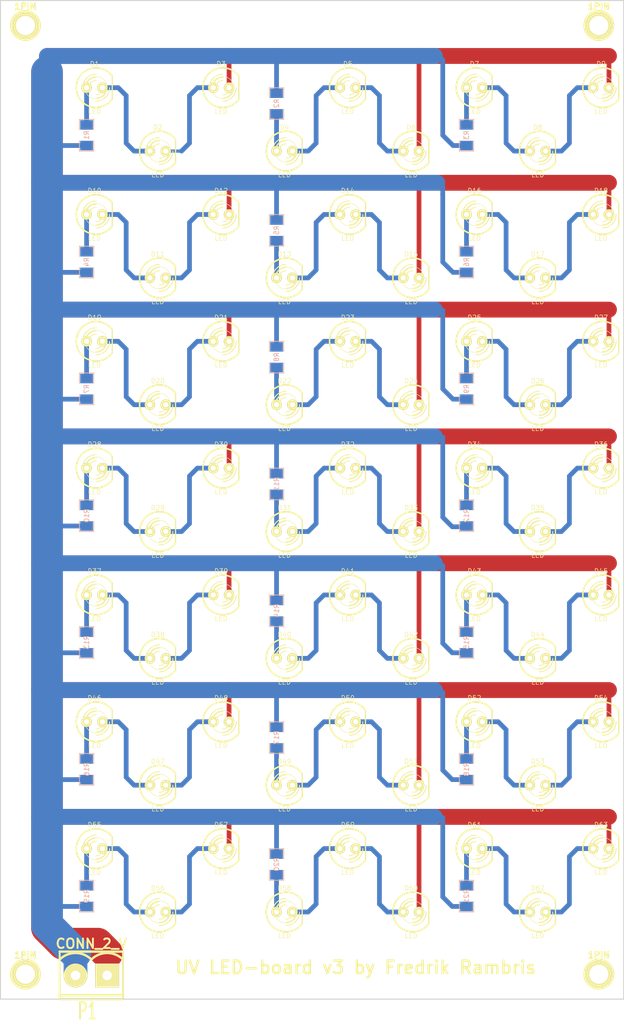
<source format=kicad_pcb>
(kicad_pcb (version 3) (host pcbnew "(2013-june-11)-stable")

  (general
    (links 105)
    (no_connects 0)
    (area 66.114999 46.924999 166.265001 210.6295)
    (thickness 1.6)
    (drawings 5)
    (tracks 382)
    (zones 0)
    (modules 89)
    (nets 66)
  )

  (page A3)
  (title_block 
    (title "LED-board v3")
    (company "Fredrik Rambris")
  )

  (layers
    (15 F.Cu signal)
    (0 B.Cu signal)
    (16 B.Adhes user)
    (17 F.Adhes user)
    (18 B.Paste user)
    (19 F.Paste user)
    (20 B.SilkS user)
    (21 F.SilkS user)
    (22 B.Mask user)
    (23 F.Mask user)
    (28 Edge.Cuts user)
  )

  (setup
    (last_trace_width 5.08)
    (user_trace_width 2.54)
    (user_trace_width 3.81)
    (user_trace_width 5.08)
    (trace_clearance 0.254)
    (zone_clearance 0.508)
    (zone_45_only no)
    (trace_min 0.254)
    (segment_width 0.2)
    (edge_width 0.15)
    (via_size 0.889)
    (via_drill 0.635)
    (via_min_size 0.889)
    (via_min_drill 0.508)
    (uvia_size 0.508)
    (uvia_drill 0.127)
    (uvias_allowed no)
    (uvia_min_size 0.508)
    (uvia_min_drill 0.127)
    (pcb_text_width 0.3)
    (pcb_text_size 1 1)
    (mod_edge_width 0.15)
    (mod_text_size 1 1)
    (mod_text_width 0.15)
    (pad_size 1 1)
    (pad_drill 0.6)
    (pad_to_mask_clearance 0)
    (aux_axis_origin 0 0)
    (visible_elements FFFFFBBF)
    (pcbplotparams
      (layerselection 284196865)
      (usegerberextensions true)
      (excludeedgelayer true)
      (linewidth 0.152400)
      (plotframeref false)
      (viasonmask false)
      (mode 1)
      (useauxorigin false)
      (hpglpennumber 1)
      (hpglpenspeed 20)
      (hpglpendiameter 15)
      (hpglpenoverlay 2)
      (psnegative false)
      (psa4output false)
      (plotreference true)
      (plotvalue true)
      (plotothertext true)
      (plotinvisibletext false)
      (padsonsilk false)
      (subtractmaskfromsilk false)
      (outputformat 1)
      (mirror false)
      (drillshape 0)
      (scaleselection 1)
      (outputdirectory Gerber/))
  )

  (net 0 "")
  (net 1 +12V)
  (net 2 GND)
  (net 3 N-000001)
  (net 4 N-0000010)
  (net 5 N-0000011)
  (net 6 N-0000012)
  (net 7 N-0000014)
  (net 8 N-0000015)
  (net 9 N-0000016)
  (net 10 N-0000017)
  (net 11 N-0000018)
  (net 12 N-0000019)
  (net 13 N-000002)
  (net 14 N-0000020)
  (net 15 N-0000021)
  (net 16 N-0000022)
  (net 17 N-0000023)
  (net 18 N-0000024)
  (net 19 N-0000025)
  (net 20 N-0000026)
  (net 21 N-0000027)
  (net 22 N-0000028)
  (net 23 N-0000029)
  (net 24 N-000003)
  (net 25 N-0000030)
  (net 26 N-0000031)
  (net 27 N-0000032)
  (net 28 N-0000033)
  (net 29 N-0000034)
  (net 30 N-0000035)
  (net 31 N-0000036)
  (net 32 N-0000037)
  (net 33 N-0000038)
  (net 34 N-0000039)
  (net 35 N-000004)
  (net 36 N-0000040)
  (net 37 N-0000041)
  (net 38 N-0000042)
  (net 39 N-0000043)
  (net 40 N-0000044)
  (net 41 N-0000045)
  (net 42 N-0000046)
  (net 43 N-0000047)
  (net 44 N-0000048)
  (net 45 N-0000049)
  (net 46 N-000005)
  (net 47 N-0000050)
  (net 48 N-0000051)
  (net 49 N-0000052)
  (net 50 N-0000053)
  (net 51 N-0000054)
  (net 52 N-0000055)
  (net 53 N-0000056)
  (net 54 N-0000057)
  (net 55 N-0000058)
  (net 56 N-0000059)
  (net 57 N-000006)
  (net 58 N-0000060)
  (net 59 N-0000061)
  (net 60 N-0000062)
  (net 61 N-0000063)
  (net 62 N-0000064)
  (net 63 N-000007)
  (net 64 N-000008)
  (net 65 N-000009)

  (net_class Default "This is the default net class."
    (clearance 0.254)
    (trace_width 0.762)
    (via_dia 0.889)
    (via_drill 0.635)
    (uvia_dia 0.508)
    (uvia_drill 0.127)
    (add_net "")
    (add_net +12V)
    (add_net GND)
    (add_net N-000001)
    (add_net N-0000010)
    (add_net N-0000011)
    (add_net N-0000012)
    (add_net N-0000014)
    (add_net N-0000015)
    (add_net N-0000016)
    (add_net N-0000017)
    (add_net N-0000018)
    (add_net N-0000019)
    (add_net N-000002)
    (add_net N-0000020)
    (add_net N-0000021)
    (add_net N-0000022)
    (add_net N-0000023)
    (add_net N-0000024)
    (add_net N-0000025)
    (add_net N-0000026)
    (add_net N-0000027)
    (add_net N-0000028)
    (add_net N-0000029)
    (add_net N-000003)
    (add_net N-0000030)
    (add_net N-0000031)
    (add_net N-0000032)
    (add_net N-0000033)
    (add_net N-0000034)
    (add_net N-0000035)
    (add_net N-0000036)
    (add_net N-0000037)
    (add_net N-0000038)
    (add_net N-0000039)
    (add_net N-000004)
    (add_net N-0000040)
    (add_net N-0000041)
    (add_net N-0000042)
    (add_net N-0000043)
    (add_net N-0000044)
    (add_net N-0000045)
    (add_net N-0000046)
    (add_net N-0000047)
    (add_net N-0000048)
    (add_net N-0000049)
    (add_net N-000005)
    (add_net N-0000050)
    (add_net N-0000051)
    (add_net N-0000052)
    (add_net N-0000053)
    (add_net N-0000054)
    (add_net N-0000055)
    (add_net N-0000056)
    (add_net N-0000057)
    (add_net N-0000058)
    (add_net N-0000059)
    (add_net N-000006)
    (add_net N-0000060)
    (add_net N-0000061)
    (add_net N-0000062)
    (add_net N-0000063)
    (add_net N-0000064)
    (add_net N-000007)
    (add_net N-000008)
    (add_net N-000009)
  )

  (module SM1206 (layer B.Cu) (tedit 42806E24) (tstamp 52A463B5)
    (at 80.01 149.86 270)
    (path /52A462AF)
    (attr smd)
    (fp_text reference R13 (at 0 0 270) (layer B.SilkS)
      (effects (font (size 0.762 0.762) (thickness 0.127)) (justify mirror))
    )
    (fp_text value R (at 0 0 270) (layer B.SilkS) hide
      (effects (font (size 0.762 0.762) (thickness 0.127)) (justify mirror))
    )
    (fp_line (start -2.54 1.143) (end -2.54 -1.143) (layer B.SilkS) (width 0.127))
    (fp_line (start -2.54 -1.143) (end -0.889 -1.143) (layer B.SilkS) (width 0.127))
    (fp_line (start 0.889 1.143) (end 2.54 1.143) (layer B.SilkS) (width 0.127))
    (fp_line (start 2.54 1.143) (end 2.54 -1.143) (layer B.SilkS) (width 0.127))
    (fp_line (start 2.54 -1.143) (end 0.889 -1.143) (layer B.SilkS) (width 0.127))
    (fp_line (start -0.889 1.143) (end -2.54 1.143) (layer B.SilkS) (width 0.127))
    (pad 1 smd rect (at -1.651 0 270) (size 1.524 2.032)
      (layers B.Cu B.Paste B.Mask)
      (net 7 N-0000014)
    )
    (pad 2 smd rect (at 1.651 0 270) (size 1.524 2.032)
      (layers B.Cu B.Paste B.Mask)
      (net 1 +12V)
    )
    (model smd/chip_cms.wrl
      (at (xyz 0 0 0))
      (scale (xyz 0.17 0.16 0.16))
      (rotate (xyz 0 0 0))
    )
  )

  (module SM1206 (layer B.Cu) (tedit 42806E24) (tstamp 52A463C1)
    (at 110.49 104.14 90)
    (path /52A460ED)
    (attr smd)
    (fp_text reference R8 (at 0 0 90) (layer B.SilkS)
      (effects (font (size 0.762 0.762) (thickness 0.127)) (justify mirror))
    )
    (fp_text value R (at 0 0 90) (layer B.SilkS) hide
      (effects (font (size 0.762 0.762) (thickness 0.127)) (justify mirror))
    )
    (fp_line (start -2.54 1.143) (end -2.54 -1.143) (layer B.SilkS) (width 0.127))
    (fp_line (start -2.54 -1.143) (end -0.889 -1.143) (layer B.SilkS) (width 0.127))
    (fp_line (start 0.889 1.143) (end 2.54 1.143) (layer B.SilkS) (width 0.127))
    (fp_line (start 2.54 1.143) (end 2.54 -1.143) (layer B.SilkS) (width 0.127))
    (fp_line (start 2.54 -1.143) (end 0.889 -1.143) (layer B.SilkS) (width 0.127))
    (fp_line (start -0.889 1.143) (end -2.54 1.143) (layer B.SilkS) (width 0.127))
    (pad 1 smd rect (at -1.651 0 90) (size 1.524 2.032)
      (layers B.Cu B.Paste B.Mask)
      (net 56 N-0000059)
    )
    (pad 2 smd rect (at 1.651 0 90) (size 1.524 2.032)
      (layers B.Cu B.Paste B.Mask)
      (net 1 +12V)
    )
    (model smd/chip_cms.wrl
      (at (xyz 0 0 0))
      (scale (xyz 0.17 0.16 0.16))
      (rotate (xyz 0 0 0))
    )
  )

  (module SM1206 (layer B.Cu) (tedit 42806E24) (tstamp 52A463FD)
    (at 80.01 129.54 270)
    (path /52A46258)
    (attr smd)
    (fp_text reference R10 (at 0 0 270) (layer B.SilkS)
      (effects (font (size 0.762 0.762) (thickness 0.127)) (justify mirror))
    )
    (fp_text value R (at 0 0 270) (layer B.SilkS) hide
      (effects (font (size 0.762 0.762) (thickness 0.127)) (justify mirror))
    )
    (fp_line (start -2.54 1.143) (end -2.54 -1.143) (layer B.SilkS) (width 0.127))
    (fp_line (start -2.54 -1.143) (end -0.889 -1.143) (layer B.SilkS) (width 0.127))
    (fp_line (start 0.889 1.143) (end 2.54 1.143) (layer B.SilkS) (width 0.127))
    (fp_line (start 2.54 1.143) (end 2.54 -1.143) (layer B.SilkS) (width 0.127))
    (fp_line (start 2.54 -1.143) (end 0.889 -1.143) (layer B.SilkS) (width 0.127))
    (fp_line (start -0.889 1.143) (end -2.54 1.143) (layer B.SilkS) (width 0.127))
    (pad 1 smd rect (at -1.651 0 270) (size 1.524 2.032)
      (layers B.Cu B.Paste B.Mask)
      (net 51 N-0000054)
    )
    (pad 2 smd rect (at 1.651 0 270) (size 1.524 2.032)
      (layers B.Cu B.Paste B.Mask)
      (net 1 +12V)
    )
    (model smd/chip_cms.wrl
      (at (xyz 0 0 0))
      (scale (xyz 0.17 0.16 0.16))
      (rotate (xyz 0 0 0))
    )
  )

  (module SM1206 (layer B.Cu) (tedit 42806E24) (tstamp 52A46421)
    (at 110.49 124.46 90)
    (path /52A46275)
    (attr smd)
    (fp_text reference R11 (at 0 0 90) (layer B.SilkS)
      (effects (font (size 0.762 0.762) (thickness 0.127)) (justify mirror))
    )
    (fp_text value R (at 0 0 90) (layer B.SilkS) hide
      (effects (font (size 0.762 0.762) (thickness 0.127)) (justify mirror))
    )
    (fp_line (start -2.54 1.143) (end -2.54 -1.143) (layer B.SilkS) (width 0.127))
    (fp_line (start -2.54 -1.143) (end -0.889 -1.143) (layer B.SilkS) (width 0.127))
    (fp_line (start 0.889 1.143) (end 2.54 1.143) (layer B.SilkS) (width 0.127))
    (fp_line (start 2.54 1.143) (end 2.54 -1.143) (layer B.SilkS) (width 0.127))
    (fp_line (start 2.54 -1.143) (end 0.889 -1.143) (layer B.SilkS) (width 0.127))
    (fp_line (start -0.889 1.143) (end -2.54 1.143) (layer B.SilkS) (width 0.127))
    (pad 1 smd rect (at -1.651 0 90) (size 1.524 2.032)
      (layers B.Cu B.Paste B.Mask)
      (net 50 N-0000053)
    )
    (pad 2 smd rect (at 1.651 0 90) (size 1.524 2.032)
      (layers B.Cu B.Paste B.Mask)
      (net 1 +12V)
    )
    (model smd/chip_cms.wrl
      (at (xyz 0 0 0))
      (scale (xyz 0.17 0.16 0.16))
      (rotate (xyz 0 0 0))
    )
  )

  (module SM1206 (layer B.Cu) (tedit 42806E24) (tstamp 52A46439)
    (at 140.97 129.54 270)
    (path /52A46292)
    (attr smd)
    (fp_text reference R12 (at 0 0 270) (layer B.SilkS)
      (effects (font (size 0.762 0.762) (thickness 0.127)) (justify mirror))
    )
    (fp_text value R (at 0 0 270) (layer B.SilkS) hide
      (effects (font (size 0.762 0.762) (thickness 0.127)) (justify mirror))
    )
    (fp_line (start -2.54 1.143) (end -2.54 -1.143) (layer B.SilkS) (width 0.127))
    (fp_line (start -2.54 -1.143) (end -0.889 -1.143) (layer B.SilkS) (width 0.127))
    (fp_line (start 0.889 1.143) (end 2.54 1.143) (layer B.SilkS) (width 0.127))
    (fp_line (start 2.54 1.143) (end 2.54 -1.143) (layer B.SilkS) (width 0.127))
    (fp_line (start 2.54 -1.143) (end 0.889 -1.143) (layer B.SilkS) (width 0.127))
    (fp_line (start -0.889 1.143) (end -2.54 1.143) (layer B.SilkS) (width 0.127))
    (pad 1 smd rect (at -1.651 0 270) (size 1.524 2.032)
      (layers B.Cu B.Paste B.Mask)
      (net 54 N-0000057)
    )
    (pad 2 smd rect (at 1.651 0 270) (size 1.524 2.032)
      (layers B.Cu B.Paste B.Mask)
      (net 1 +12V)
    )
    (model smd/chip_cms.wrl
      (at (xyz 0 0 0))
      (scale (xyz 0.17 0.16 0.16))
      (rotate (xyz 0 0 0))
    )
  )

  (module SM1206 (layer B.Cu) (tedit 42806E24) (tstamp 52A46445)
    (at 140.97 190.5 270)
    (path /52A463AC)
    (attr smd)
    (fp_text reference R21 (at 0 0 270) (layer B.SilkS)
      (effects (font (size 0.762 0.762) (thickness 0.127)) (justify mirror))
    )
    (fp_text value R (at 0 0 270) (layer B.SilkS) hide
      (effects (font (size 0.762 0.762) (thickness 0.127)) (justify mirror))
    )
    (fp_line (start -2.54 1.143) (end -2.54 -1.143) (layer B.SilkS) (width 0.127))
    (fp_line (start -2.54 -1.143) (end -0.889 -1.143) (layer B.SilkS) (width 0.127))
    (fp_line (start 0.889 1.143) (end 2.54 1.143) (layer B.SilkS) (width 0.127))
    (fp_line (start 2.54 1.143) (end 2.54 -1.143) (layer B.SilkS) (width 0.127))
    (fp_line (start 2.54 -1.143) (end 0.889 -1.143) (layer B.SilkS) (width 0.127))
    (fp_line (start -0.889 1.143) (end -2.54 1.143) (layer B.SilkS) (width 0.127))
    (pad 1 smd rect (at -1.651 0 270) (size 1.524 2.032)
      (layers B.Cu B.Paste B.Mask)
      (net 21 N-0000027)
    )
    (pad 2 smd rect (at 1.651 0 270) (size 1.524 2.032)
      (layers B.Cu B.Paste B.Mask)
      (net 1 +12V)
    )
    (model smd/chip_cms.wrl
      (at (xyz 0 0 0))
      (scale (xyz 0.17 0.16 0.16))
      (rotate (xyz 0 0 0))
    )
  )

  (module SM1206 (layer B.Cu) (tedit 42806E24) (tstamp 52A4645D)
    (at 140.97 109.22 270)
    (path /52A4623B)
    (attr smd)
    (fp_text reference R9 (at 0 0 270) (layer B.SilkS)
      (effects (font (size 0.762 0.762) (thickness 0.127)) (justify mirror))
    )
    (fp_text value R (at 0 0 270) (layer B.SilkS) hide
      (effects (font (size 0.762 0.762) (thickness 0.127)) (justify mirror))
    )
    (fp_line (start -2.54 1.143) (end -2.54 -1.143) (layer B.SilkS) (width 0.127))
    (fp_line (start -2.54 -1.143) (end -0.889 -1.143) (layer B.SilkS) (width 0.127))
    (fp_line (start 0.889 1.143) (end 2.54 1.143) (layer B.SilkS) (width 0.127))
    (fp_line (start 2.54 1.143) (end 2.54 -1.143) (layer B.SilkS) (width 0.127))
    (fp_line (start 2.54 -1.143) (end 0.889 -1.143) (layer B.SilkS) (width 0.127))
    (fp_line (start -0.889 1.143) (end -2.54 1.143) (layer B.SilkS) (width 0.127))
    (pad 1 smd rect (at -1.651 0 270) (size 1.524 2.032)
      (layers B.Cu B.Paste B.Mask)
      (net 60 N-0000062)
    )
    (pad 2 smd rect (at 1.651 0 270) (size 1.524 2.032)
      (layers B.Cu B.Paste B.Mask)
      (net 1 +12V)
    )
    (model smd/chip_cms.wrl
      (at (xyz 0 0 0))
      (scale (xyz 0.17 0.16 0.16))
      (rotate (xyz 0 0 0))
    )
  )

  (module SM1206 (layer B.Cu) (tedit 42806E24) (tstamp 52A46481)
    (at 110.49 144.78 90)
    (path /52A462CC)
    (attr smd)
    (fp_text reference R14 (at 0 0 90) (layer B.SilkS)
      (effects (font (size 0.762 0.762) (thickness 0.127)) (justify mirror))
    )
    (fp_text value R (at 0 0 90) (layer B.SilkS) hide
      (effects (font (size 0.762 0.762) (thickness 0.127)) (justify mirror))
    )
    (fp_line (start -2.54 1.143) (end -2.54 -1.143) (layer B.SilkS) (width 0.127))
    (fp_line (start -2.54 -1.143) (end -0.889 -1.143) (layer B.SilkS) (width 0.127))
    (fp_line (start 0.889 1.143) (end 2.54 1.143) (layer B.SilkS) (width 0.127))
    (fp_line (start 2.54 1.143) (end 2.54 -1.143) (layer B.SilkS) (width 0.127))
    (fp_line (start 2.54 -1.143) (end 0.889 -1.143) (layer B.SilkS) (width 0.127))
    (fp_line (start -0.889 1.143) (end -2.54 1.143) (layer B.SilkS) (width 0.127))
    (pad 1 smd rect (at -1.651 0 90) (size 1.524 2.032)
      (layers B.Cu B.Paste B.Mask)
      (net 4 N-0000010)
    )
    (pad 2 smd rect (at 1.651 0 90) (size 1.524 2.032)
      (layers B.Cu B.Paste B.Mask)
      (net 1 +12V)
    )
    (model smd/chip_cms.wrl
      (at (xyz 0 0 0))
      (scale (xyz 0.17 0.16 0.16))
      (rotate (xyz 0 0 0))
    )
  )

  (module SM1206 (layer B.Cu) (tedit 42806E24) (tstamp 52A4648D)
    (at 110.49 185.42 90)
    (path /52A4638F)
    (attr smd)
    (fp_text reference R20 (at 0 0 90) (layer B.SilkS)
      (effects (font (size 0.762 0.762) (thickness 0.127)) (justify mirror))
    )
    (fp_text value R (at 0 0 90) (layer B.SilkS) hide
      (effects (font (size 0.762 0.762) (thickness 0.127)) (justify mirror))
    )
    (fp_line (start -2.54 1.143) (end -2.54 -1.143) (layer B.SilkS) (width 0.127))
    (fp_line (start -2.54 -1.143) (end -0.889 -1.143) (layer B.SilkS) (width 0.127))
    (fp_line (start 0.889 1.143) (end 2.54 1.143) (layer B.SilkS) (width 0.127))
    (fp_line (start 2.54 1.143) (end 2.54 -1.143) (layer B.SilkS) (width 0.127))
    (fp_line (start 2.54 -1.143) (end 0.889 -1.143) (layer B.SilkS) (width 0.127))
    (fp_line (start -0.889 1.143) (end -2.54 1.143) (layer B.SilkS) (width 0.127))
    (pad 1 smd rect (at -1.651 0 90) (size 1.524 2.032)
      (layers B.Cu B.Paste B.Mask)
      (net 16 N-0000022)
    )
    (pad 2 smd rect (at 1.651 0 90) (size 1.524 2.032)
      (layers B.Cu B.Paste B.Mask)
      (net 1 +12V)
    )
    (model smd/chip_cms.wrl
      (at (xyz 0 0 0))
      (scale (xyz 0.17 0.16 0.16))
      (rotate (xyz 0 0 0))
    )
  )

  (module SM1206 (layer B.Cu) (tedit 42806E24) (tstamp 52A46499)
    (at 140.97 149.86 270)
    (path /52A462E9)
    (attr smd)
    (fp_text reference R15 (at 0 0 270) (layer B.SilkS)
      (effects (font (size 0.762 0.762) (thickness 0.127)) (justify mirror))
    )
    (fp_text value R (at 0 0 270) (layer B.SilkS) hide
      (effects (font (size 0.762 0.762) (thickness 0.127)) (justify mirror))
    )
    (fp_line (start -2.54 1.143) (end -2.54 -1.143) (layer B.SilkS) (width 0.127))
    (fp_line (start -2.54 -1.143) (end -0.889 -1.143) (layer B.SilkS) (width 0.127))
    (fp_line (start 0.889 1.143) (end 2.54 1.143) (layer B.SilkS) (width 0.127))
    (fp_line (start 2.54 1.143) (end 2.54 -1.143) (layer B.SilkS) (width 0.127))
    (fp_line (start 2.54 -1.143) (end 0.889 -1.143) (layer B.SilkS) (width 0.127))
    (fp_line (start -0.889 1.143) (end -2.54 1.143) (layer B.SilkS) (width 0.127))
    (pad 1 smd rect (at -1.651 0 270) (size 1.524 2.032)
      (layers B.Cu B.Paste B.Mask)
      (net 11 N-0000018)
    )
    (pad 2 smd rect (at 1.651 0 270) (size 1.524 2.032)
      (layers B.Cu B.Paste B.Mask)
      (net 1 +12V)
    )
    (model smd/chip_cms.wrl
      (at (xyz 0 0 0))
      (scale (xyz 0.17 0.16 0.16))
      (rotate (xyz 0 0 0))
    )
  )

  (module SM1206 (layer B.Cu) (tedit 42806E24) (tstamp 52A464BD)
    (at 80.01 190.5 270)
    (path /52A46372)
    (attr smd)
    (fp_text reference R19 (at 0 0 270) (layer B.SilkS)
      (effects (font (size 0.762 0.762) (thickness 0.127)) (justify mirror))
    )
    (fp_text value R (at 0 0 270) (layer B.SilkS) hide
      (effects (font (size 0.762 0.762) (thickness 0.127)) (justify mirror))
    )
    (fp_line (start -2.54 1.143) (end -2.54 -1.143) (layer B.SilkS) (width 0.127))
    (fp_line (start -2.54 -1.143) (end -0.889 -1.143) (layer B.SilkS) (width 0.127))
    (fp_line (start 0.889 1.143) (end 2.54 1.143) (layer B.SilkS) (width 0.127))
    (fp_line (start 2.54 1.143) (end 2.54 -1.143) (layer B.SilkS) (width 0.127))
    (fp_line (start 2.54 -1.143) (end 0.889 -1.143) (layer B.SilkS) (width 0.127))
    (fp_line (start -0.889 1.143) (end -2.54 1.143) (layer B.SilkS) (width 0.127))
    (pad 1 smd rect (at -1.651 0 270) (size 1.524 2.032)
      (layers B.Cu B.Paste B.Mask)
      (net 17 N-0000023)
    )
    (pad 2 smd rect (at 1.651 0 270) (size 1.524 2.032)
      (layers B.Cu B.Paste B.Mask)
      (net 1 +12V)
    )
    (model smd/chip_cms.wrl
      (at (xyz 0 0 0))
      (scale (xyz 0.17 0.16 0.16))
      (rotate (xyz 0 0 0))
    )
  )

  (module SM1206 (layer B.Cu) (tedit 42806E24) (tstamp 52A464C9)
    (at 80.01 170.18 270)
    (path /52A46306)
    (attr smd)
    (fp_text reference R16 (at 0 0 270) (layer B.SilkS)
      (effects (font (size 0.762 0.762) (thickness 0.127)) (justify mirror))
    )
    (fp_text value R (at 0 0 270) (layer B.SilkS) hide
      (effects (font (size 0.762 0.762) (thickness 0.127)) (justify mirror))
    )
    (fp_line (start -2.54 1.143) (end -2.54 -1.143) (layer B.SilkS) (width 0.127))
    (fp_line (start -2.54 -1.143) (end -0.889 -1.143) (layer B.SilkS) (width 0.127))
    (fp_line (start 0.889 1.143) (end 2.54 1.143) (layer B.SilkS) (width 0.127))
    (fp_line (start 2.54 1.143) (end 2.54 -1.143) (layer B.SilkS) (width 0.127))
    (fp_line (start 2.54 -1.143) (end 0.889 -1.143) (layer B.SilkS) (width 0.127))
    (fp_line (start -0.889 1.143) (end -2.54 1.143) (layer B.SilkS) (width 0.127))
    (pad 1 smd rect (at -1.651 0 270) (size 1.524 2.032)
      (layers B.Cu B.Paste B.Mask)
      (net 24 N-000003)
    )
    (pad 2 smd rect (at 1.651 0 270) (size 1.524 2.032)
      (layers B.Cu B.Paste B.Mask)
      (net 1 +12V)
    )
    (model smd/chip_cms.wrl
      (at (xyz 0 0 0))
      (scale (xyz 0.17 0.16 0.16))
      (rotate (xyz 0 0 0))
    )
  )

  (module SM1206 (layer B.Cu) (tedit 42806E24) (tstamp 52A464E1)
    (at 110.49 165.1 90)
    (path /52A46338)
    (attr smd)
    (fp_text reference R17 (at 0 0 90) (layer B.SilkS)
      (effects (font (size 0.762 0.762) (thickness 0.127)) (justify mirror))
    )
    (fp_text value R (at 0 0 90) (layer B.SilkS) hide
      (effects (font (size 0.762 0.762) (thickness 0.127)) (justify mirror))
    )
    (fp_line (start -2.54 1.143) (end -2.54 -1.143) (layer B.SilkS) (width 0.127))
    (fp_line (start -2.54 -1.143) (end -0.889 -1.143) (layer B.SilkS) (width 0.127))
    (fp_line (start 0.889 1.143) (end 2.54 1.143) (layer B.SilkS) (width 0.127))
    (fp_line (start 2.54 1.143) (end 2.54 -1.143) (layer B.SilkS) (width 0.127))
    (fp_line (start 2.54 -1.143) (end 0.889 -1.143) (layer B.SilkS) (width 0.127))
    (fp_line (start -0.889 1.143) (end -2.54 1.143) (layer B.SilkS) (width 0.127))
    (pad 1 smd rect (at -1.651 0 90) (size 1.524 2.032)
      (layers B.Cu B.Paste B.Mask)
      (net 3 N-000001)
    )
    (pad 2 smd rect (at 1.651 0 90) (size 1.524 2.032)
      (layers B.Cu B.Paste B.Mask)
      (net 1 +12V)
    )
    (model smd/chip_cms.wrl
      (at (xyz 0 0 0))
      (scale (xyz 0.17 0.16 0.16))
      (rotate (xyz 0 0 0))
    )
  )

  (module SM1206 (layer B.Cu) (tedit 42806E24) (tstamp 52A464ED)
    (at 140.97 170.18 270)
    (path /52A46355)
    (attr smd)
    (fp_text reference R18 (at 0 0 270) (layer B.SilkS)
      (effects (font (size 0.762 0.762) (thickness 0.127)) (justify mirror))
    )
    (fp_text value R (at 0 0 270) (layer B.SilkS) hide
      (effects (font (size 0.762 0.762) (thickness 0.127)) (justify mirror))
    )
    (fp_line (start -2.54 1.143) (end -2.54 -1.143) (layer B.SilkS) (width 0.127))
    (fp_line (start -2.54 -1.143) (end -0.889 -1.143) (layer B.SilkS) (width 0.127))
    (fp_line (start 0.889 1.143) (end 2.54 1.143) (layer B.SilkS) (width 0.127))
    (fp_line (start 2.54 1.143) (end 2.54 -1.143) (layer B.SilkS) (width 0.127))
    (fp_line (start 2.54 -1.143) (end 0.889 -1.143) (layer B.SilkS) (width 0.127))
    (fp_line (start -0.889 1.143) (end -2.54 1.143) (layer B.SilkS) (width 0.127))
    (pad 1 smd rect (at -1.651 0 270) (size 1.524 2.032)
      (layers B.Cu B.Paste B.Mask)
      (net 64 N-000008)
    )
    (pad 2 smd rect (at 1.651 0 270) (size 1.524 2.032)
      (layers B.Cu B.Paste B.Mask)
      (net 1 +12V)
    )
    (model smd/chip_cms.wrl
      (at (xyz 0 0 0))
      (scale (xyz 0.17 0.16 0.16))
      (rotate (xyz 0 0 0))
    )
  )

  (module SM1206 (layer B.Cu) (tedit 42806E24) (tstamp 52A46505)
    (at 80.01 88.9 270)
    (path /52A46079)
    (attr smd)
    (fp_text reference R4 (at 0 0 270) (layer B.SilkS)
      (effects (font (size 0.762 0.762) (thickness 0.127)) (justify mirror))
    )
    (fp_text value R (at 0 0 270) (layer B.SilkS) hide
      (effects (font (size 0.762 0.762) (thickness 0.127)) (justify mirror))
    )
    (fp_line (start -2.54 1.143) (end -2.54 -1.143) (layer B.SilkS) (width 0.127))
    (fp_line (start -2.54 -1.143) (end -0.889 -1.143) (layer B.SilkS) (width 0.127))
    (fp_line (start 0.889 1.143) (end 2.54 1.143) (layer B.SilkS) (width 0.127))
    (fp_line (start 2.54 1.143) (end 2.54 -1.143) (layer B.SilkS) (width 0.127))
    (fp_line (start 2.54 -1.143) (end 0.889 -1.143) (layer B.SilkS) (width 0.127))
    (fp_line (start -0.889 1.143) (end -2.54 1.143) (layer B.SilkS) (width 0.127))
    (pad 1 smd rect (at -1.651 0 270) (size 1.524 2.032)
      (layers B.Cu B.Paste B.Mask)
      (net 28 N-0000033)
    )
    (pad 2 smd rect (at 1.651 0 270) (size 1.524 2.032)
      (layers B.Cu B.Paste B.Mask)
      (net 1 +12V)
    )
    (model smd/chip_cms.wrl
      (at (xyz 0 0 0))
      (scale (xyz 0.17 0.16 0.16))
      (rotate (xyz 0 0 0))
    )
  )

  (module SM1206 (layer B.Cu) (tedit 42806E24) (tstamp 52A48891)
    (at 80.01 68.58 270)
    (path /52A45E6D)
    (attr smd)
    (fp_text reference R1 (at 0 0 270) (layer B.SilkS)
      (effects (font (size 0.762 0.762) (thickness 0.127)) (justify mirror))
    )
    (fp_text value R (at 0 0 270) (layer B.SilkS) hide
      (effects (font (size 0.762 0.762) (thickness 0.127)) (justify mirror))
    )
    (fp_line (start -2.54 1.143) (end -2.54 -1.143) (layer B.SilkS) (width 0.127))
    (fp_line (start -2.54 -1.143) (end -0.889 -1.143) (layer B.SilkS) (width 0.127))
    (fp_line (start 0.889 1.143) (end 2.54 1.143) (layer B.SilkS) (width 0.127))
    (fp_line (start 2.54 1.143) (end 2.54 -1.143) (layer B.SilkS) (width 0.127))
    (fp_line (start 2.54 -1.143) (end 0.889 -1.143) (layer B.SilkS) (width 0.127))
    (fp_line (start -0.889 1.143) (end -2.54 1.143) (layer B.SilkS) (width 0.127))
    (pad 1 smd rect (at -1.651 0 270) (size 1.524 2.032)
      (layers B.Cu B.Paste B.Mask)
      (net 40 N-0000044)
    )
    (pad 2 smd rect (at 1.651 0 270) (size 1.524 2.032)
      (layers B.Cu B.Paste B.Mask)
      (net 1 +12V)
    )
    (model smd/chip_cms.wrl
      (at (xyz 0 0 0))
      (scale (xyz 0.17 0.16 0.16))
      (rotate (xyz 0 0 0))
    )
  )

  (module SM1206 (layer B.Cu) (tedit 42806E24) (tstamp 52A4654D)
    (at 110.49 63.5 90)
    (path /52A46004)
    (attr smd)
    (fp_text reference R2 (at 0 0 90) (layer B.SilkS)
      (effects (font (size 0.762 0.762) (thickness 0.127)) (justify mirror))
    )
    (fp_text value R (at 0 0 90) (layer B.SilkS) hide
      (effects (font (size 0.762 0.762) (thickness 0.127)) (justify mirror))
    )
    (fp_line (start -2.54 1.143) (end -2.54 -1.143) (layer B.SilkS) (width 0.127))
    (fp_line (start -2.54 -1.143) (end -0.889 -1.143) (layer B.SilkS) (width 0.127))
    (fp_line (start 0.889 1.143) (end 2.54 1.143) (layer B.SilkS) (width 0.127))
    (fp_line (start 2.54 1.143) (end 2.54 -1.143) (layer B.SilkS) (width 0.127))
    (fp_line (start 2.54 -1.143) (end 0.889 -1.143) (layer B.SilkS) (width 0.127))
    (fp_line (start -0.889 1.143) (end -2.54 1.143) (layer B.SilkS) (width 0.127))
    (pad 1 smd rect (at -1.651 0 90) (size 1.524 2.032)
      (layers B.Cu B.Paste B.Mask)
      (net 39 N-0000043)
    )
    (pad 2 smd rect (at 1.651 0 90) (size 1.524 2.032)
      (layers B.Cu B.Paste B.Mask)
      (net 1 +12V)
    )
    (model smd/chip_cms.wrl
      (at (xyz 0 0 0))
      (scale (xyz 0.17 0.16 0.16))
      (rotate (xyz 0 0 0))
    )
  )

  (module SM1206 (layer B.Cu) (tedit 42806E24) (tstamp 52A46559)
    (at 140.97 68.58 270)
    (path /52A4605C)
    (attr smd)
    (fp_text reference R3 (at 0 0 270) (layer B.SilkS)
      (effects (font (size 0.762 0.762) (thickness 0.127)) (justify mirror))
    )
    (fp_text value R (at 0 0 270) (layer B.SilkS) hide
      (effects (font (size 0.762 0.762) (thickness 0.127)) (justify mirror))
    )
    (fp_line (start -2.54 1.143) (end -2.54 -1.143) (layer B.SilkS) (width 0.127))
    (fp_line (start -2.54 -1.143) (end -0.889 -1.143) (layer B.SilkS) (width 0.127))
    (fp_line (start 0.889 1.143) (end 2.54 1.143) (layer B.SilkS) (width 0.127))
    (fp_line (start 2.54 1.143) (end 2.54 -1.143) (layer B.SilkS) (width 0.127))
    (fp_line (start 2.54 -1.143) (end 0.889 -1.143) (layer B.SilkS) (width 0.127))
    (fp_line (start -0.889 1.143) (end -2.54 1.143) (layer B.SilkS) (width 0.127))
    (pad 1 smd rect (at -1.651 0 270) (size 1.524 2.032)
      (layers B.Cu B.Paste B.Mask)
      (net 43 N-0000047)
    )
    (pad 2 smd rect (at 1.651 0 270) (size 1.524 2.032)
      (layers B.Cu B.Paste B.Mask)
      (net 1 +12V)
    )
    (model smd/chip_cms.wrl
      (at (xyz 0 0 0))
      (scale (xyz 0.17 0.16 0.16))
      (rotate (xyz 0 0 0))
    )
  )

  (module SM1206 (layer B.Cu) (tedit 42806E24) (tstamp 52A465A1)
    (at 110.49 83.82 90)
    (path /52A46096)
    (attr smd)
    (fp_text reference R5 (at 0 0 90) (layer B.SilkS)
      (effects (font (size 0.762 0.762) (thickness 0.127)) (justify mirror))
    )
    (fp_text value R (at 0 0 90) (layer B.SilkS) hide
      (effects (font (size 0.762 0.762) (thickness 0.127)) (justify mirror))
    )
    (fp_line (start -2.54 1.143) (end -2.54 -1.143) (layer B.SilkS) (width 0.127))
    (fp_line (start -2.54 -1.143) (end -0.889 -1.143) (layer B.SilkS) (width 0.127))
    (fp_line (start 0.889 1.143) (end 2.54 1.143) (layer B.SilkS) (width 0.127))
    (fp_line (start 2.54 1.143) (end 2.54 -1.143) (layer B.SilkS) (width 0.127))
    (fp_line (start 2.54 -1.143) (end 0.889 -1.143) (layer B.SilkS) (width 0.127))
    (fp_line (start -0.889 1.143) (end -2.54 1.143) (layer B.SilkS) (width 0.127))
    (pad 1 smd rect (at -1.651 0 90) (size 1.524 2.032)
      (layers B.Cu B.Paste B.Mask)
      (net 25 N-0000030)
    )
    (pad 2 smd rect (at 1.651 0 90) (size 1.524 2.032)
      (layers B.Cu B.Paste B.Mask)
      (net 1 +12V)
    )
    (model smd/chip_cms.wrl
      (at (xyz 0 0 0))
      (scale (xyz 0.17 0.16 0.16))
      (rotate (xyz 0 0 0))
    )
  )

  (module SM1206 (layer B.Cu) (tedit 42806E24) (tstamp 52A465B9)
    (at 80.01 109.22 270)
    (path /52A460D0)
    (attr smd)
    (fp_text reference R7 (at 0 0 270) (layer B.SilkS)
      (effects (font (size 0.762 0.762) (thickness 0.127)) (justify mirror))
    )
    (fp_text value R (at 0 0 270) (layer B.SilkS) hide
      (effects (font (size 0.762 0.762) (thickness 0.127)) (justify mirror))
    )
    (fp_line (start -2.54 1.143) (end -2.54 -1.143) (layer B.SilkS) (width 0.127))
    (fp_line (start -2.54 -1.143) (end -0.889 -1.143) (layer B.SilkS) (width 0.127))
    (fp_line (start 0.889 1.143) (end 2.54 1.143) (layer B.SilkS) (width 0.127))
    (fp_line (start 2.54 1.143) (end 2.54 -1.143) (layer B.SilkS) (width 0.127))
    (fp_line (start 2.54 -1.143) (end 0.889 -1.143) (layer B.SilkS) (width 0.127))
    (fp_line (start -0.889 1.143) (end -2.54 1.143) (layer B.SilkS) (width 0.127))
    (pad 1 smd rect (at -1.651 0 270) (size 1.524 2.032)
      (layers B.Cu B.Paste B.Mask)
      (net 33 N-0000038)
    )
    (pad 2 smd rect (at 1.651 0 270) (size 1.524 2.032)
      (layers B.Cu B.Paste B.Mask)
      (net 1 +12V)
    )
    (model smd/chip_cms.wrl
      (at (xyz 0 0 0))
      (scale (xyz 0.17 0.16 0.16))
      (rotate (xyz 0 0 0))
    )
  )

  (module SM1206 (layer B.Cu) (tedit 42806E24) (tstamp 52A465D1)
    (at 140.97 88.9 270)
    (path /52A460B3)
    (attr smd)
    (fp_text reference R6 (at 0 0 270) (layer B.SilkS)
      (effects (font (size 0.762 0.762) (thickness 0.127)) (justify mirror))
    )
    (fp_text value R (at 0 0 270) (layer B.SilkS) hide
      (effects (font (size 0.762 0.762) (thickness 0.127)) (justify mirror))
    )
    (fp_line (start -2.54 1.143) (end -2.54 -1.143) (layer B.SilkS) (width 0.127))
    (fp_line (start -2.54 -1.143) (end -0.889 -1.143) (layer B.SilkS) (width 0.127))
    (fp_line (start 0.889 1.143) (end 2.54 1.143) (layer B.SilkS) (width 0.127))
    (fp_line (start 2.54 1.143) (end 2.54 -1.143) (layer B.SilkS) (width 0.127))
    (fp_line (start 2.54 -1.143) (end 0.889 -1.143) (layer B.SilkS) (width 0.127))
    (fp_line (start -0.889 1.143) (end -2.54 1.143) (layer B.SilkS) (width 0.127))
    (pad 1 smd rect (at -1.651 0 270) (size 1.524 2.032)
      (layers B.Cu B.Paste B.Mask)
      (net 27 N-0000032)
    )
    (pad 2 smd rect (at 1.651 0 270) (size 1.524 2.032)
      (layers B.Cu B.Paste B.Mask)
      (net 1 +12V)
    )
    (model smd/chip_cms.wrl
      (at (xyz 0 0 0))
      (scale (xyz 0.17 0.16 0.16))
      (rotate (xyz 0 0 0))
    )
  )

  (module LED-5MM (layer F.Cu) (tedit 50ADE86B) (tstamp 52A4699A)
    (at 121.92 121.92)
    (descr "LED 5mm - Lead pitch 100mil (2,54mm)")
    (tags "LED led 5mm 5MM 100mil 2,54mm")
    (path /52A46269)
    (fp_text reference D32 (at 0 -3.81) (layer F.SilkS)
      (effects (font (size 0.762 0.762) (thickness 0.0889)))
    )
    (fp_text value LED (at 0 3.81) (layer F.SilkS)
      (effects (font (size 0.762 0.762) (thickness 0.0889)))
    )
    (fp_line (start 2.8448 1.905) (end 2.8448 -1.905) (layer F.SilkS) (width 0.2032))
    (fp_circle (center 0.254 0) (end -1.016 1.27) (layer F.SilkS) (width 0.0762))
    (fp_arc (start 0.254 0) (end 2.794 1.905) (angle 286.2) (layer F.SilkS) (width 0.254))
    (fp_arc (start 0.254 0) (end -0.889 0) (angle 90) (layer F.SilkS) (width 0.1524))
    (fp_arc (start 0.254 0) (end 1.397 0) (angle 90) (layer F.SilkS) (width 0.1524))
    (fp_arc (start 0.254 0) (end -1.397 0) (angle 90) (layer F.SilkS) (width 0.1524))
    (fp_arc (start 0.254 0) (end 1.905 0) (angle 90) (layer F.SilkS) (width 0.1524))
    (fp_arc (start 0.254 0) (end -1.905 0) (angle 90) (layer F.SilkS) (width 0.1524))
    (fp_arc (start 0.254 0) (end 2.413 0) (angle 90) (layer F.SilkS) (width 0.1524))
    (pad 1 thru_hole circle (at -1.27 0) (size 1.6764 1.6764) (drill 0.8128)
      (layers *.Cu *.Mask F.SilkS)
      (net 49 N-0000052)
    )
    (pad 2 thru_hole circle (at 1.27 0) (size 1.6764 1.6764) (drill 0.8128)
      (layers *.Cu *.Mask F.SilkS)
      (net 48 N-0000051)
    )
    (model discret/leds/led5_vertical_verde.wrl
      (at (xyz 0 0 0))
      (scale (xyz 1 1 1))
      (rotate (xyz 0 0 0))
    )
  )

  (module LED-5MM (layer F.Cu) (tedit 50ADE86B) (tstamp 52A469A9)
    (at 111.76 111.76)
    (descr "LED 5mm - Lead pitch 100mil (2,54mm)")
    (tags "LED led 5mm 5MM 100mil 2,54mm")
    (path /52A460DB)
    (fp_text reference D22 (at 0 -3.81) (layer F.SilkS)
      (effects (font (size 0.762 0.762) (thickness 0.0889)))
    )
    (fp_text value LED (at 0 3.81) (layer F.SilkS)
      (effects (font (size 0.762 0.762) (thickness 0.0889)))
    )
    (fp_line (start 2.8448 1.905) (end 2.8448 -1.905) (layer F.SilkS) (width 0.2032))
    (fp_circle (center 0.254 0) (end -1.016 1.27) (layer F.SilkS) (width 0.0762))
    (fp_arc (start 0.254 0) (end 2.794 1.905) (angle 286.2) (layer F.SilkS) (width 0.254))
    (fp_arc (start 0.254 0) (end -0.889 0) (angle 90) (layer F.SilkS) (width 0.1524))
    (fp_arc (start 0.254 0) (end 1.397 0) (angle 90) (layer F.SilkS) (width 0.1524))
    (fp_arc (start 0.254 0) (end -1.397 0) (angle 90) (layer F.SilkS) (width 0.1524))
    (fp_arc (start 0.254 0) (end 1.905 0) (angle 90) (layer F.SilkS) (width 0.1524))
    (fp_arc (start 0.254 0) (end -1.905 0) (angle 90) (layer F.SilkS) (width 0.1524))
    (fp_arc (start 0.254 0) (end 2.413 0) (angle 90) (layer F.SilkS) (width 0.1524))
    (pad 1 thru_hole circle (at -1.27 0) (size 1.6764 1.6764) (drill 0.8128)
      (layers *.Cu *.Mask F.SilkS)
      (net 56 N-0000059)
    )
    (pad 2 thru_hole circle (at 1.27 0) (size 1.6764 1.6764) (drill 0.8128)
      (layers *.Cu *.Mask F.SilkS)
      (net 59 N-0000061)
    )
    (model discret/leds/led5_vertical_verde.wrl
      (at (xyz 0 0 0))
      (scale (xyz 1 1 1))
      (rotate (xyz 0 0 0))
    )
  )

  (module LED-5MM (layer F.Cu) (tedit 50ADE86B) (tstamp 52A469B8)
    (at 121.92 101.6)
    (descr "LED 5mm - Lead pitch 100mil (2,54mm)")
    (tags "LED led 5mm 5MM 100mil 2,54mm")
    (path /52A460E1)
    (fp_text reference D23 (at 0 -3.81) (layer F.SilkS)
      (effects (font (size 0.762 0.762) (thickness 0.0889)))
    )
    (fp_text value LED (at 0 3.81) (layer F.SilkS)
      (effects (font (size 0.762 0.762) (thickness 0.0889)))
    )
    (fp_line (start 2.8448 1.905) (end 2.8448 -1.905) (layer F.SilkS) (width 0.2032))
    (fp_circle (center 0.254 0) (end -1.016 1.27) (layer F.SilkS) (width 0.0762))
    (fp_arc (start 0.254 0) (end 2.794 1.905) (angle 286.2) (layer F.SilkS) (width 0.254))
    (fp_arc (start 0.254 0) (end -0.889 0) (angle 90) (layer F.SilkS) (width 0.1524))
    (fp_arc (start 0.254 0) (end 1.397 0) (angle 90) (layer F.SilkS) (width 0.1524))
    (fp_arc (start 0.254 0) (end -1.397 0) (angle 90) (layer F.SilkS) (width 0.1524))
    (fp_arc (start 0.254 0) (end 1.905 0) (angle 90) (layer F.SilkS) (width 0.1524))
    (fp_arc (start 0.254 0) (end -1.905 0) (angle 90) (layer F.SilkS) (width 0.1524))
    (fp_arc (start 0.254 0) (end 2.413 0) (angle 90) (layer F.SilkS) (width 0.1524))
    (pad 1 thru_hole circle (at -1.27 0) (size 1.6764 1.6764) (drill 0.8128)
      (layers *.Cu *.Mask F.SilkS)
      (net 59 N-0000061)
    )
    (pad 2 thru_hole circle (at 1.27 0) (size 1.6764 1.6764) (drill 0.8128)
      (layers *.Cu *.Mask F.SilkS)
      (net 58 N-0000060)
    )
    (model discret/leds/led5_vertical_verde.wrl
      (at (xyz 0 0 0))
      (scale (xyz 1 1 1))
      (rotate (xyz 0 0 0))
    )
  )

  (module LED-5MM (layer F.Cu) (tedit 50ADE86B) (tstamp 52A469C7)
    (at 132.08 111.76)
    (descr "LED 5mm - Lead pitch 100mil (2,54mm)")
    (tags "LED led 5mm 5MM 100mil 2,54mm")
    (path /52A460E7)
    (fp_text reference D24 (at 0 -3.81) (layer F.SilkS)
      (effects (font (size 0.762 0.762) (thickness 0.0889)))
    )
    (fp_text value LED (at 0 3.81) (layer F.SilkS)
      (effects (font (size 0.762 0.762) (thickness 0.0889)))
    )
    (fp_line (start 2.8448 1.905) (end 2.8448 -1.905) (layer F.SilkS) (width 0.2032))
    (fp_circle (center 0.254 0) (end -1.016 1.27) (layer F.SilkS) (width 0.0762))
    (fp_arc (start 0.254 0) (end 2.794 1.905) (angle 286.2) (layer F.SilkS) (width 0.254))
    (fp_arc (start 0.254 0) (end -0.889 0) (angle 90) (layer F.SilkS) (width 0.1524))
    (fp_arc (start 0.254 0) (end 1.397 0) (angle 90) (layer F.SilkS) (width 0.1524))
    (fp_arc (start 0.254 0) (end -1.397 0) (angle 90) (layer F.SilkS) (width 0.1524))
    (fp_arc (start 0.254 0) (end 1.905 0) (angle 90) (layer F.SilkS) (width 0.1524))
    (fp_arc (start 0.254 0) (end -1.905 0) (angle 90) (layer F.SilkS) (width 0.1524))
    (fp_arc (start 0.254 0) (end 2.413 0) (angle 90) (layer F.SilkS) (width 0.1524))
    (pad 1 thru_hole circle (at -1.27 0) (size 1.6764 1.6764) (drill 0.8128)
      (layers *.Cu *.Mask F.SilkS)
      (net 58 N-0000060)
    )
    (pad 2 thru_hole circle (at 1.27 0) (size 1.6764 1.6764) (drill 0.8128)
      (layers *.Cu *.Mask F.SilkS)
      (net 2 GND)
    )
    (model discret/leds/led5_vertical_verde.wrl
      (at (xyz 0 0 0))
      (scale (xyz 1 1 1))
      (rotate (xyz 0 0 0))
    )
  )

  (module LED-5MM (layer F.Cu) (tedit 50ADE86B) (tstamp 52A469D6)
    (at 142.24 101.6)
    (descr "LED 5mm - Lead pitch 100mil (2,54mm)")
    (tags "LED led 5mm 5MM 100mil 2,54mm")
    (path /52A46229)
    (fp_text reference D25 (at 0 -3.81) (layer F.SilkS)
      (effects (font (size 0.762 0.762) (thickness 0.0889)))
    )
    (fp_text value LED (at 0 3.81) (layer F.SilkS)
      (effects (font (size 0.762 0.762) (thickness 0.0889)))
    )
    (fp_line (start 2.8448 1.905) (end 2.8448 -1.905) (layer F.SilkS) (width 0.2032))
    (fp_circle (center 0.254 0) (end -1.016 1.27) (layer F.SilkS) (width 0.0762))
    (fp_arc (start 0.254 0) (end 2.794 1.905) (angle 286.2) (layer F.SilkS) (width 0.254))
    (fp_arc (start 0.254 0) (end -0.889 0) (angle 90) (layer F.SilkS) (width 0.1524))
    (fp_arc (start 0.254 0) (end 1.397 0) (angle 90) (layer F.SilkS) (width 0.1524))
    (fp_arc (start 0.254 0) (end -1.397 0) (angle 90) (layer F.SilkS) (width 0.1524))
    (fp_arc (start 0.254 0) (end 1.905 0) (angle 90) (layer F.SilkS) (width 0.1524))
    (fp_arc (start 0.254 0) (end -1.905 0) (angle 90) (layer F.SilkS) (width 0.1524))
    (fp_arc (start 0.254 0) (end 2.413 0) (angle 90) (layer F.SilkS) (width 0.1524))
    (pad 1 thru_hole circle (at -1.27 0) (size 1.6764 1.6764) (drill 0.8128)
      (layers *.Cu *.Mask F.SilkS)
      (net 60 N-0000062)
    )
    (pad 2 thru_hole circle (at 1.27 0) (size 1.6764 1.6764) (drill 0.8128)
      (layers *.Cu *.Mask F.SilkS)
      (net 62 N-0000064)
    )
    (model discret/leds/led5_vertical_verde.wrl
      (at (xyz 0 0 0))
      (scale (xyz 1 1 1))
      (rotate (xyz 0 0 0))
    )
  )

  (module LED-5MM (layer F.Cu) (tedit 50ADE86B) (tstamp 52A469E5)
    (at 152.4 111.76)
    (descr "LED 5mm - Lead pitch 100mil (2,54mm)")
    (tags "LED led 5mm 5MM 100mil 2,54mm")
    (path /52A4622F)
    (fp_text reference D26 (at 0 -3.81) (layer F.SilkS)
      (effects (font (size 0.762 0.762) (thickness 0.0889)))
    )
    (fp_text value LED (at 0 3.81) (layer F.SilkS)
      (effects (font (size 0.762 0.762) (thickness 0.0889)))
    )
    (fp_line (start 2.8448 1.905) (end 2.8448 -1.905) (layer F.SilkS) (width 0.2032))
    (fp_circle (center 0.254 0) (end -1.016 1.27) (layer F.SilkS) (width 0.0762))
    (fp_arc (start 0.254 0) (end 2.794 1.905) (angle 286.2) (layer F.SilkS) (width 0.254))
    (fp_arc (start 0.254 0) (end -0.889 0) (angle 90) (layer F.SilkS) (width 0.1524))
    (fp_arc (start 0.254 0) (end 1.397 0) (angle 90) (layer F.SilkS) (width 0.1524))
    (fp_arc (start 0.254 0) (end -1.397 0) (angle 90) (layer F.SilkS) (width 0.1524))
    (fp_arc (start 0.254 0) (end 1.905 0) (angle 90) (layer F.SilkS) (width 0.1524))
    (fp_arc (start 0.254 0) (end -1.905 0) (angle 90) (layer F.SilkS) (width 0.1524))
    (fp_arc (start 0.254 0) (end 2.413 0) (angle 90) (layer F.SilkS) (width 0.1524))
    (pad 1 thru_hole circle (at -1.27 0) (size 1.6764 1.6764) (drill 0.8128)
      (layers *.Cu *.Mask F.SilkS)
      (net 62 N-0000064)
    )
    (pad 2 thru_hole circle (at 1.27 0) (size 1.6764 1.6764) (drill 0.8128)
      (layers *.Cu *.Mask F.SilkS)
      (net 61 N-0000063)
    )
    (model discret/leds/led5_vertical_verde.wrl
      (at (xyz 0 0 0))
      (scale (xyz 1 1 1))
      (rotate (xyz 0 0 0))
    )
  )

  (module LED-5MM (layer F.Cu) (tedit 50ADE86B) (tstamp 52A469F4)
    (at 162.56 101.6)
    (descr "LED 5mm - Lead pitch 100mil (2,54mm)")
    (tags "LED led 5mm 5MM 100mil 2,54mm")
    (path /52A46235)
    (fp_text reference D27 (at 0 -3.81) (layer F.SilkS)
      (effects (font (size 0.762 0.762) (thickness 0.0889)))
    )
    (fp_text value LED (at 0 3.81) (layer F.SilkS)
      (effects (font (size 0.762 0.762) (thickness 0.0889)))
    )
    (fp_line (start 2.8448 1.905) (end 2.8448 -1.905) (layer F.SilkS) (width 0.2032))
    (fp_circle (center 0.254 0) (end -1.016 1.27) (layer F.SilkS) (width 0.0762))
    (fp_arc (start 0.254 0) (end 2.794 1.905) (angle 286.2) (layer F.SilkS) (width 0.254))
    (fp_arc (start 0.254 0) (end -0.889 0) (angle 90) (layer F.SilkS) (width 0.1524))
    (fp_arc (start 0.254 0) (end 1.397 0) (angle 90) (layer F.SilkS) (width 0.1524))
    (fp_arc (start 0.254 0) (end -1.397 0) (angle 90) (layer F.SilkS) (width 0.1524))
    (fp_arc (start 0.254 0) (end 1.905 0) (angle 90) (layer F.SilkS) (width 0.1524))
    (fp_arc (start 0.254 0) (end -1.905 0) (angle 90) (layer F.SilkS) (width 0.1524))
    (fp_arc (start 0.254 0) (end 2.413 0) (angle 90) (layer F.SilkS) (width 0.1524))
    (pad 1 thru_hole circle (at -1.27 0) (size 1.6764 1.6764) (drill 0.8128)
      (layers *.Cu *.Mask F.SilkS)
      (net 61 N-0000063)
    )
    (pad 2 thru_hole circle (at 1.27 0) (size 1.6764 1.6764) (drill 0.8128)
      (layers *.Cu *.Mask F.SilkS)
      (net 2 GND)
    )
    (model discret/leds/led5_vertical_verde.wrl
      (at (xyz 0 0 0))
      (scale (xyz 1 1 1))
      (rotate (xyz 0 0 0))
    )
  )

  (module LED-5MM (layer F.Cu) (tedit 50ADE86B) (tstamp 52A46A03)
    (at 81.28 121.92)
    (descr "LED 5mm - Lead pitch 100mil (2,54mm)")
    (tags "LED led 5mm 5MM 100mil 2,54mm")
    (path /52A46246)
    (fp_text reference D28 (at 0 -3.81) (layer F.SilkS)
      (effects (font (size 0.762 0.762) (thickness 0.0889)))
    )
    (fp_text value LED (at 0 3.81) (layer F.SilkS)
      (effects (font (size 0.762 0.762) (thickness 0.0889)))
    )
    (fp_line (start 2.8448 1.905) (end 2.8448 -1.905) (layer F.SilkS) (width 0.2032))
    (fp_circle (center 0.254 0) (end -1.016 1.27) (layer F.SilkS) (width 0.0762))
    (fp_arc (start 0.254 0) (end 2.794 1.905) (angle 286.2) (layer F.SilkS) (width 0.254))
    (fp_arc (start 0.254 0) (end -0.889 0) (angle 90) (layer F.SilkS) (width 0.1524))
    (fp_arc (start 0.254 0) (end 1.397 0) (angle 90) (layer F.SilkS) (width 0.1524))
    (fp_arc (start 0.254 0) (end -1.397 0) (angle 90) (layer F.SilkS) (width 0.1524))
    (fp_arc (start 0.254 0) (end 1.905 0) (angle 90) (layer F.SilkS) (width 0.1524))
    (fp_arc (start 0.254 0) (end -1.905 0) (angle 90) (layer F.SilkS) (width 0.1524))
    (fp_arc (start 0.254 0) (end 2.413 0) (angle 90) (layer F.SilkS) (width 0.1524))
    (pad 1 thru_hole circle (at -1.27 0) (size 1.6764 1.6764) (drill 0.8128)
      (layers *.Cu *.Mask F.SilkS)
      (net 51 N-0000054)
    )
    (pad 2 thru_hole circle (at 1.27 0) (size 1.6764 1.6764) (drill 0.8128)
      (layers *.Cu *.Mask F.SilkS)
      (net 52 N-0000055)
    )
    (model discret/leds/led5_vertical_verde.wrl
      (at (xyz 0 0 0))
      (scale (xyz 1 1 1))
      (rotate (xyz 0 0 0))
    )
  )

  (module LED-5MM (layer F.Cu) (tedit 50ADE86B) (tstamp 52A46A12)
    (at 91.44 132.08)
    (descr "LED 5mm - Lead pitch 100mil (2,54mm)")
    (tags "LED led 5mm 5MM 100mil 2,54mm")
    (path /52A4624C)
    (fp_text reference D29 (at 0 -3.81) (layer F.SilkS)
      (effects (font (size 0.762 0.762) (thickness 0.0889)))
    )
    (fp_text value LED (at 0 3.81) (layer F.SilkS)
      (effects (font (size 0.762 0.762) (thickness 0.0889)))
    )
    (fp_line (start 2.8448 1.905) (end 2.8448 -1.905) (layer F.SilkS) (width 0.2032))
    (fp_circle (center 0.254 0) (end -1.016 1.27) (layer F.SilkS) (width 0.0762))
    (fp_arc (start 0.254 0) (end 2.794 1.905) (angle 286.2) (layer F.SilkS) (width 0.254))
    (fp_arc (start 0.254 0) (end -0.889 0) (angle 90) (layer F.SilkS) (width 0.1524))
    (fp_arc (start 0.254 0) (end 1.397 0) (angle 90) (layer F.SilkS) (width 0.1524))
    (fp_arc (start 0.254 0) (end -1.397 0) (angle 90) (layer F.SilkS) (width 0.1524))
    (fp_arc (start 0.254 0) (end 1.905 0) (angle 90) (layer F.SilkS) (width 0.1524))
    (fp_arc (start 0.254 0) (end -1.905 0) (angle 90) (layer F.SilkS) (width 0.1524))
    (fp_arc (start 0.254 0) (end 2.413 0) (angle 90) (layer F.SilkS) (width 0.1524))
    (pad 1 thru_hole circle (at -1.27 0) (size 1.6764 1.6764) (drill 0.8128)
      (layers *.Cu *.Mask F.SilkS)
      (net 52 N-0000055)
    )
    (pad 2 thru_hole circle (at 1.27 0) (size 1.6764 1.6764) (drill 0.8128)
      (layers *.Cu *.Mask F.SilkS)
      (net 47 N-0000050)
    )
    (model discret/leds/led5_vertical_verde.wrl
      (at (xyz 0 0 0))
      (scale (xyz 1 1 1))
      (rotate (xyz 0 0 0))
    )
  )

  (module LED-5MM (layer F.Cu) (tedit 50ADE86B) (tstamp 52A46A21)
    (at 101.6 121.92)
    (descr "LED 5mm - Lead pitch 100mil (2,54mm)")
    (tags "LED led 5mm 5MM 100mil 2,54mm")
    (path /52A46252)
    (fp_text reference D30 (at 0 -3.81) (layer F.SilkS)
      (effects (font (size 0.762 0.762) (thickness 0.0889)))
    )
    (fp_text value LED (at 0 3.81) (layer F.SilkS)
      (effects (font (size 0.762 0.762) (thickness 0.0889)))
    )
    (fp_line (start 2.8448 1.905) (end 2.8448 -1.905) (layer F.SilkS) (width 0.2032))
    (fp_circle (center 0.254 0) (end -1.016 1.27) (layer F.SilkS) (width 0.0762))
    (fp_arc (start 0.254 0) (end 2.794 1.905) (angle 286.2) (layer F.SilkS) (width 0.254))
    (fp_arc (start 0.254 0) (end -0.889 0) (angle 90) (layer F.SilkS) (width 0.1524))
    (fp_arc (start 0.254 0) (end 1.397 0) (angle 90) (layer F.SilkS) (width 0.1524))
    (fp_arc (start 0.254 0) (end -1.397 0) (angle 90) (layer F.SilkS) (width 0.1524))
    (fp_arc (start 0.254 0) (end 1.905 0) (angle 90) (layer F.SilkS) (width 0.1524))
    (fp_arc (start 0.254 0) (end -1.905 0) (angle 90) (layer F.SilkS) (width 0.1524))
    (fp_arc (start 0.254 0) (end 2.413 0) (angle 90) (layer F.SilkS) (width 0.1524))
    (pad 1 thru_hole circle (at -1.27 0) (size 1.6764 1.6764) (drill 0.8128)
      (layers *.Cu *.Mask F.SilkS)
      (net 47 N-0000050)
    )
    (pad 2 thru_hole circle (at 1.27 0) (size 1.6764 1.6764) (drill 0.8128)
      (layers *.Cu *.Mask F.SilkS)
      (net 2 GND)
    )
    (model discret/leds/led5_vertical_verde.wrl
      (at (xyz 0 0 0))
      (scale (xyz 1 1 1))
      (rotate (xyz 0 0 0))
    )
  )

  (module LED-5MM (layer F.Cu) (tedit 50ADE86B) (tstamp 52A46A30)
    (at 111.76 132.08)
    (descr "LED 5mm - Lead pitch 100mil (2,54mm)")
    (tags "LED led 5mm 5MM 100mil 2,54mm")
    (path /52A46263)
    (fp_text reference D31 (at 0 -3.81) (layer F.SilkS)
      (effects (font (size 0.762 0.762) (thickness 0.0889)))
    )
    (fp_text value LED (at 0 3.81) (layer F.SilkS)
      (effects (font (size 0.762 0.762) (thickness 0.0889)))
    )
    (fp_line (start 2.8448 1.905) (end 2.8448 -1.905) (layer F.SilkS) (width 0.2032))
    (fp_circle (center 0.254 0) (end -1.016 1.27) (layer F.SilkS) (width 0.0762))
    (fp_arc (start 0.254 0) (end 2.794 1.905) (angle 286.2) (layer F.SilkS) (width 0.254))
    (fp_arc (start 0.254 0) (end -0.889 0) (angle 90) (layer F.SilkS) (width 0.1524))
    (fp_arc (start 0.254 0) (end 1.397 0) (angle 90) (layer F.SilkS) (width 0.1524))
    (fp_arc (start 0.254 0) (end -1.397 0) (angle 90) (layer F.SilkS) (width 0.1524))
    (fp_arc (start 0.254 0) (end 1.905 0) (angle 90) (layer F.SilkS) (width 0.1524))
    (fp_arc (start 0.254 0) (end -1.905 0) (angle 90) (layer F.SilkS) (width 0.1524))
    (fp_arc (start 0.254 0) (end 2.413 0) (angle 90) (layer F.SilkS) (width 0.1524))
    (pad 1 thru_hole circle (at -1.27 0) (size 1.6764 1.6764) (drill 0.8128)
      (layers *.Cu *.Mask F.SilkS)
      (net 50 N-0000053)
    )
    (pad 2 thru_hole circle (at 1.27 0) (size 1.6764 1.6764) (drill 0.8128)
      (layers *.Cu *.Mask F.SilkS)
      (net 49 N-0000052)
    )
    (model discret/leds/led5_vertical_verde.wrl
      (at (xyz 0 0 0))
      (scale (xyz 1 1 1))
      (rotate (xyz 0 0 0))
    )
  )

  (module LED-5MM (layer F.Cu) (tedit 50ADE86B) (tstamp 52A46A3F)
    (at 101.6 101.6)
    (descr "LED 5mm - Lead pitch 100mil (2,54mm)")
    (tags "LED led 5mm 5MM 100mil 2,54mm")
    (path /52A460CA)
    (fp_text reference D21 (at 0 -3.81) (layer F.SilkS)
      (effects (font (size 0.762 0.762) (thickness 0.0889)))
    )
    (fp_text value LED (at 0 3.81) (layer F.SilkS)
      (effects (font (size 0.762 0.762) (thickness 0.0889)))
    )
    (fp_line (start 2.8448 1.905) (end 2.8448 -1.905) (layer F.SilkS) (width 0.2032))
    (fp_circle (center 0.254 0) (end -1.016 1.27) (layer F.SilkS) (width 0.0762))
    (fp_arc (start 0.254 0) (end 2.794 1.905) (angle 286.2) (layer F.SilkS) (width 0.254))
    (fp_arc (start 0.254 0) (end -0.889 0) (angle 90) (layer F.SilkS) (width 0.1524))
    (fp_arc (start 0.254 0) (end 1.397 0) (angle 90) (layer F.SilkS) (width 0.1524))
    (fp_arc (start 0.254 0) (end -1.397 0) (angle 90) (layer F.SilkS) (width 0.1524))
    (fp_arc (start 0.254 0) (end 1.905 0) (angle 90) (layer F.SilkS) (width 0.1524))
    (fp_arc (start 0.254 0) (end -1.905 0) (angle 90) (layer F.SilkS) (width 0.1524))
    (fp_arc (start 0.254 0) (end 2.413 0) (angle 90) (layer F.SilkS) (width 0.1524))
    (pad 1 thru_hole circle (at -1.27 0) (size 1.6764 1.6764) (drill 0.8128)
      (layers *.Cu *.Mask F.SilkS)
      (net 31 N-0000036)
    )
    (pad 2 thru_hole circle (at 1.27 0) (size 1.6764 1.6764) (drill 0.8128)
      (layers *.Cu *.Mask F.SilkS)
      (net 2 GND)
    )
    (model discret/leds/led5_vertical_verde.wrl
      (at (xyz 0 0 0))
      (scale (xyz 1 1 1))
      (rotate (xyz 0 0 0))
    )
  )

  (module LED-5MM (layer F.Cu) (tedit 50ADE86B) (tstamp 52A46A4E)
    (at 132.08 132.08)
    (descr "LED 5mm - Lead pitch 100mil (2,54mm)")
    (tags "LED led 5mm 5MM 100mil 2,54mm")
    (path /52A4626F)
    (fp_text reference D33 (at 0 -3.81) (layer F.SilkS)
      (effects (font (size 0.762 0.762) (thickness 0.0889)))
    )
    (fp_text value LED (at 0 3.81) (layer F.SilkS)
      (effects (font (size 0.762 0.762) (thickness 0.0889)))
    )
    (fp_line (start 2.8448 1.905) (end 2.8448 -1.905) (layer F.SilkS) (width 0.2032))
    (fp_circle (center 0.254 0) (end -1.016 1.27) (layer F.SilkS) (width 0.0762))
    (fp_arc (start 0.254 0) (end 2.794 1.905) (angle 286.2) (layer F.SilkS) (width 0.254))
    (fp_arc (start 0.254 0) (end -0.889 0) (angle 90) (layer F.SilkS) (width 0.1524))
    (fp_arc (start 0.254 0) (end 1.397 0) (angle 90) (layer F.SilkS) (width 0.1524))
    (fp_arc (start 0.254 0) (end -1.397 0) (angle 90) (layer F.SilkS) (width 0.1524))
    (fp_arc (start 0.254 0) (end 1.905 0) (angle 90) (layer F.SilkS) (width 0.1524))
    (fp_arc (start 0.254 0) (end -1.905 0) (angle 90) (layer F.SilkS) (width 0.1524))
    (fp_arc (start 0.254 0) (end 2.413 0) (angle 90) (layer F.SilkS) (width 0.1524))
    (pad 1 thru_hole circle (at -1.27 0) (size 1.6764 1.6764) (drill 0.8128)
      (layers *.Cu *.Mask F.SilkS)
      (net 48 N-0000051)
    )
    (pad 2 thru_hole circle (at 1.27 0) (size 1.6764 1.6764) (drill 0.8128)
      (layers *.Cu *.Mask F.SilkS)
      (net 2 GND)
    )
    (model discret/leds/led5_vertical_verde.wrl
      (at (xyz 0 0 0))
      (scale (xyz 1 1 1))
      (rotate (xyz 0 0 0))
    )
  )

  (module LED-5MM (layer F.Cu) (tedit 50ADE86B) (tstamp 52A46A5D)
    (at 142.24 121.92)
    (descr "LED 5mm - Lead pitch 100mil (2,54mm)")
    (tags "LED led 5mm 5MM 100mil 2,54mm")
    (path /52A46280)
    (fp_text reference D34 (at 0 -3.81) (layer F.SilkS)
      (effects (font (size 0.762 0.762) (thickness 0.0889)))
    )
    (fp_text value LED (at 0 3.81) (layer F.SilkS)
      (effects (font (size 0.762 0.762) (thickness 0.0889)))
    )
    (fp_line (start 2.8448 1.905) (end 2.8448 -1.905) (layer F.SilkS) (width 0.2032))
    (fp_circle (center 0.254 0) (end -1.016 1.27) (layer F.SilkS) (width 0.0762))
    (fp_arc (start 0.254 0) (end 2.794 1.905) (angle 286.2) (layer F.SilkS) (width 0.254))
    (fp_arc (start 0.254 0) (end -0.889 0) (angle 90) (layer F.SilkS) (width 0.1524))
    (fp_arc (start 0.254 0) (end 1.397 0) (angle 90) (layer F.SilkS) (width 0.1524))
    (fp_arc (start 0.254 0) (end -1.397 0) (angle 90) (layer F.SilkS) (width 0.1524))
    (fp_arc (start 0.254 0) (end 1.905 0) (angle 90) (layer F.SilkS) (width 0.1524))
    (fp_arc (start 0.254 0) (end -1.905 0) (angle 90) (layer F.SilkS) (width 0.1524))
    (fp_arc (start 0.254 0) (end 2.413 0) (angle 90) (layer F.SilkS) (width 0.1524))
    (pad 1 thru_hole circle (at -1.27 0) (size 1.6764 1.6764) (drill 0.8128)
      (layers *.Cu *.Mask F.SilkS)
      (net 54 N-0000057)
    )
    (pad 2 thru_hole circle (at 1.27 0) (size 1.6764 1.6764) (drill 0.8128)
      (layers *.Cu *.Mask F.SilkS)
      (net 55 N-0000058)
    )
    (model discret/leds/led5_vertical_verde.wrl
      (at (xyz 0 0 0))
      (scale (xyz 1 1 1))
      (rotate (xyz 0 0 0))
    )
  )

  (module LED-5MM (layer F.Cu) (tedit 50ADE86B) (tstamp 52A46A6C)
    (at 152.4 132.08)
    (descr "LED 5mm - Lead pitch 100mil (2,54mm)")
    (tags "LED led 5mm 5MM 100mil 2,54mm")
    (path /52A46286)
    (fp_text reference D35 (at 0 -3.81) (layer F.SilkS)
      (effects (font (size 0.762 0.762) (thickness 0.0889)))
    )
    (fp_text value LED (at 0 3.81) (layer F.SilkS)
      (effects (font (size 0.762 0.762) (thickness 0.0889)))
    )
    (fp_line (start 2.8448 1.905) (end 2.8448 -1.905) (layer F.SilkS) (width 0.2032))
    (fp_circle (center 0.254 0) (end -1.016 1.27) (layer F.SilkS) (width 0.0762))
    (fp_arc (start 0.254 0) (end 2.794 1.905) (angle 286.2) (layer F.SilkS) (width 0.254))
    (fp_arc (start 0.254 0) (end -0.889 0) (angle 90) (layer F.SilkS) (width 0.1524))
    (fp_arc (start 0.254 0) (end 1.397 0) (angle 90) (layer F.SilkS) (width 0.1524))
    (fp_arc (start 0.254 0) (end -1.397 0) (angle 90) (layer F.SilkS) (width 0.1524))
    (fp_arc (start 0.254 0) (end 1.905 0) (angle 90) (layer F.SilkS) (width 0.1524))
    (fp_arc (start 0.254 0) (end -1.905 0) (angle 90) (layer F.SilkS) (width 0.1524))
    (fp_arc (start 0.254 0) (end 2.413 0) (angle 90) (layer F.SilkS) (width 0.1524))
    (pad 1 thru_hole circle (at -1.27 0) (size 1.6764 1.6764) (drill 0.8128)
      (layers *.Cu *.Mask F.SilkS)
      (net 55 N-0000058)
    )
    (pad 2 thru_hole circle (at 1.27 0) (size 1.6764 1.6764) (drill 0.8128)
      (layers *.Cu *.Mask F.SilkS)
      (net 53 N-0000056)
    )
    (model discret/leds/led5_vertical_verde.wrl
      (at (xyz 0 0 0))
      (scale (xyz 1 1 1))
      (rotate (xyz 0 0 0))
    )
  )

  (module LED-5MM (layer F.Cu) (tedit 50ADE86B) (tstamp 52A46A7B)
    (at 162.56 121.92)
    (descr "LED 5mm - Lead pitch 100mil (2,54mm)")
    (tags "LED led 5mm 5MM 100mil 2,54mm")
    (path /52A4628C)
    (fp_text reference D36 (at 0 -3.81) (layer F.SilkS)
      (effects (font (size 0.762 0.762) (thickness 0.0889)))
    )
    (fp_text value LED (at 0 3.81) (layer F.SilkS)
      (effects (font (size 0.762 0.762) (thickness 0.0889)))
    )
    (fp_line (start 2.8448 1.905) (end 2.8448 -1.905) (layer F.SilkS) (width 0.2032))
    (fp_circle (center 0.254 0) (end -1.016 1.27) (layer F.SilkS) (width 0.0762))
    (fp_arc (start 0.254 0) (end 2.794 1.905) (angle 286.2) (layer F.SilkS) (width 0.254))
    (fp_arc (start 0.254 0) (end -0.889 0) (angle 90) (layer F.SilkS) (width 0.1524))
    (fp_arc (start 0.254 0) (end 1.397 0) (angle 90) (layer F.SilkS) (width 0.1524))
    (fp_arc (start 0.254 0) (end -1.397 0) (angle 90) (layer F.SilkS) (width 0.1524))
    (fp_arc (start 0.254 0) (end 1.905 0) (angle 90) (layer F.SilkS) (width 0.1524))
    (fp_arc (start 0.254 0) (end -1.905 0) (angle 90) (layer F.SilkS) (width 0.1524))
    (fp_arc (start 0.254 0) (end 2.413 0) (angle 90) (layer F.SilkS) (width 0.1524))
    (pad 1 thru_hole circle (at -1.27 0) (size 1.6764 1.6764) (drill 0.8128)
      (layers *.Cu *.Mask F.SilkS)
      (net 53 N-0000056)
    )
    (pad 2 thru_hole circle (at 1.27 0) (size 1.6764 1.6764) (drill 0.8128)
      (layers *.Cu *.Mask F.SilkS)
      (net 2 GND)
    )
    (model discret/leds/led5_vertical_verde.wrl
      (at (xyz 0 0 0))
      (scale (xyz 1 1 1))
      (rotate (xyz 0 0 0))
    )
  )

  (module LED-5MM (layer F.Cu) (tedit 50ADE86B) (tstamp 52A46A8A)
    (at 81.28 142.24)
    (descr "LED 5mm - Lead pitch 100mil (2,54mm)")
    (tags "LED led 5mm 5MM 100mil 2,54mm")
    (path /52A4629D)
    (fp_text reference D37 (at 0 -3.81) (layer F.SilkS)
      (effects (font (size 0.762 0.762) (thickness 0.0889)))
    )
    (fp_text value LED (at 0 3.81) (layer F.SilkS)
      (effects (font (size 0.762 0.762) (thickness 0.0889)))
    )
    (fp_line (start 2.8448 1.905) (end 2.8448 -1.905) (layer F.SilkS) (width 0.2032))
    (fp_circle (center 0.254 0) (end -1.016 1.27) (layer F.SilkS) (width 0.0762))
    (fp_arc (start 0.254 0) (end 2.794 1.905) (angle 286.2) (layer F.SilkS) (width 0.254))
    (fp_arc (start 0.254 0) (end -0.889 0) (angle 90) (layer F.SilkS) (width 0.1524))
    (fp_arc (start 0.254 0) (end 1.397 0) (angle 90) (layer F.SilkS) (width 0.1524))
    (fp_arc (start 0.254 0) (end -1.397 0) (angle 90) (layer F.SilkS) (width 0.1524))
    (fp_arc (start 0.254 0) (end 1.905 0) (angle 90) (layer F.SilkS) (width 0.1524))
    (fp_arc (start 0.254 0) (end -1.905 0) (angle 90) (layer F.SilkS) (width 0.1524))
    (fp_arc (start 0.254 0) (end 2.413 0) (angle 90) (layer F.SilkS) (width 0.1524))
    (pad 1 thru_hole circle (at -1.27 0) (size 1.6764 1.6764) (drill 0.8128)
      (layers *.Cu *.Mask F.SilkS)
      (net 7 N-0000014)
    )
    (pad 2 thru_hole circle (at 1.27 0) (size 1.6764 1.6764) (drill 0.8128)
      (layers *.Cu *.Mask F.SilkS)
      (net 9 N-0000016)
    )
    (model discret/leds/led5_vertical_verde.wrl
      (at (xyz 0 0 0))
      (scale (xyz 1 1 1))
      (rotate (xyz 0 0 0))
    )
  )

  (module LED-5MM (layer F.Cu) (tedit 50ADE86B) (tstamp 52A46A99)
    (at 91.44 152.4)
    (descr "LED 5mm - Lead pitch 100mil (2,54mm)")
    (tags "LED led 5mm 5MM 100mil 2,54mm")
    (path /52A462A3)
    (fp_text reference D38 (at 0 -3.81) (layer F.SilkS)
      (effects (font (size 0.762 0.762) (thickness 0.0889)))
    )
    (fp_text value LED (at 0 3.81) (layer F.SilkS)
      (effects (font (size 0.762 0.762) (thickness 0.0889)))
    )
    (fp_line (start 2.8448 1.905) (end 2.8448 -1.905) (layer F.SilkS) (width 0.2032))
    (fp_circle (center 0.254 0) (end -1.016 1.27) (layer F.SilkS) (width 0.0762))
    (fp_arc (start 0.254 0) (end 2.794 1.905) (angle 286.2) (layer F.SilkS) (width 0.254))
    (fp_arc (start 0.254 0) (end -0.889 0) (angle 90) (layer F.SilkS) (width 0.1524))
    (fp_arc (start 0.254 0) (end 1.397 0) (angle 90) (layer F.SilkS) (width 0.1524))
    (fp_arc (start 0.254 0) (end -1.397 0) (angle 90) (layer F.SilkS) (width 0.1524))
    (fp_arc (start 0.254 0) (end 1.905 0) (angle 90) (layer F.SilkS) (width 0.1524))
    (fp_arc (start 0.254 0) (end -1.905 0) (angle 90) (layer F.SilkS) (width 0.1524))
    (fp_arc (start 0.254 0) (end 2.413 0) (angle 90) (layer F.SilkS) (width 0.1524))
    (pad 1 thru_hole circle (at -1.27 0) (size 1.6764 1.6764) (drill 0.8128)
      (layers *.Cu *.Mask F.SilkS)
      (net 9 N-0000016)
    )
    (pad 2 thru_hole circle (at 1.27 0) (size 1.6764 1.6764) (drill 0.8128)
      (layers *.Cu *.Mask F.SilkS)
      (net 8 N-0000015)
    )
    (model discret/leds/led5_vertical_verde.wrl
      (at (xyz 0 0 0))
      (scale (xyz 1 1 1))
      (rotate (xyz 0 0 0))
    )
  )

  (module LED-5MM (layer F.Cu) (tedit 50ADE86B) (tstamp 52A46AA8)
    (at 101.6 142.24)
    (descr "LED 5mm - Lead pitch 100mil (2,54mm)")
    (tags "LED led 5mm 5MM 100mil 2,54mm")
    (path /52A462A9)
    (fp_text reference D39 (at 0 -3.81) (layer F.SilkS)
      (effects (font (size 0.762 0.762) (thickness 0.0889)))
    )
    (fp_text value LED (at 0 3.81) (layer F.SilkS)
      (effects (font (size 0.762 0.762) (thickness 0.0889)))
    )
    (fp_line (start 2.8448 1.905) (end 2.8448 -1.905) (layer F.SilkS) (width 0.2032))
    (fp_circle (center 0.254 0) (end -1.016 1.27) (layer F.SilkS) (width 0.0762))
    (fp_arc (start 0.254 0) (end 2.794 1.905) (angle 286.2) (layer F.SilkS) (width 0.254))
    (fp_arc (start 0.254 0) (end -0.889 0) (angle 90) (layer F.SilkS) (width 0.1524))
    (fp_arc (start 0.254 0) (end 1.397 0) (angle 90) (layer F.SilkS) (width 0.1524))
    (fp_arc (start 0.254 0) (end -1.397 0) (angle 90) (layer F.SilkS) (width 0.1524))
    (fp_arc (start 0.254 0) (end 1.905 0) (angle 90) (layer F.SilkS) (width 0.1524))
    (fp_arc (start 0.254 0) (end -1.905 0) (angle 90) (layer F.SilkS) (width 0.1524))
    (fp_arc (start 0.254 0) (end 2.413 0) (angle 90) (layer F.SilkS) (width 0.1524))
    (pad 1 thru_hole circle (at -1.27 0) (size 1.6764 1.6764) (drill 0.8128)
      (layers *.Cu *.Mask F.SilkS)
      (net 8 N-0000015)
    )
    (pad 2 thru_hole circle (at 1.27 0) (size 1.6764 1.6764) (drill 0.8128)
      (layers *.Cu *.Mask F.SilkS)
      (net 2 GND)
    )
    (model discret/leds/led5_vertical_verde.wrl
      (at (xyz 0 0 0))
      (scale (xyz 1 1 1))
      (rotate (xyz 0 0 0))
    )
  )

  (module LED-5MM (layer F.Cu) (tedit 50ADE86B) (tstamp 52A46AB7)
    (at 111.76 152.4)
    (descr "LED 5mm - Lead pitch 100mil (2,54mm)")
    (tags "LED led 5mm 5MM 100mil 2,54mm")
    (path /52A462BA)
    (fp_text reference D40 (at 0 -3.81) (layer F.SilkS)
      (effects (font (size 0.762 0.762) (thickness 0.0889)))
    )
    (fp_text value LED (at 0 3.81) (layer F.SilkS)
      (effects (font (size 0.762 0.762) (thickness 0.0889)))
    )
    (fp_line (start 2.8448 1.905) (end 2.8448 -1.905) (layer F.SilkS) (width 0.2032))
    (fp_circle (center 0.254 0) (end -1.016 1.27) (layer F.SilkS) (width 0.0762))
    (fp_arc (start 0.254 0) (end 2.794 1.905) (angle 286.2) (layer F.SilkS) (width 0.254))
    (fp_arc (start 0.254 0) (end -0.889 0) (angle 90) (layer F.SilkS) (width 0.1524))
    (fp_arc (start 0.254 0) (end 1.397 0) (angle 90) (layer F.SilkS) (width 0.1524))
    (fp_arc (start 0.254 0) (end -1.397 0) (angle 90) (layer F.SilkS) (width 0.1524))
    (fp_arc (start 0.254 0) (end 1.905 0) (angle 90) (layer F.SilkS) (width 0.1524))
    (fp_arc (start 0.254 0) (end -1.905 0) (angle 90) (layer F.SilkS) (width 0.1524))
    (fp_arc (start 0.254 0) (end 2.413 0) (angle 90) (layer F.SilkS) (width 0.1524))
    (pad 1 thru_hole circle (at -1.27 0) (size 1.6764 1.6764) (drill 0.8128)
      (layers *.Cu *.Mask F.SilkS)
      (net 4 N-0000010)
    )
    (pad 2 thru_hole circle (at 1.27 0) (size 1.6764 1.6764) (drill 0.8128)
      (layers *.Cu *.Mask F.SilkS)
      (net 6 N-0000012)
    )
    (model discret/leds/led5_vertical_verde.wrl
      (at (xyz 0 0 0))
      (scale (xyz 1 1 1))
      (rotate (xyz 0 0 0))
    )
  )

  (module LED-5MM (layer F.Cu) (tedit 50ADE86B) (tstamp 52A46AC6)
    (at 121.92 142.24)
    (descr "LED 5mm - Lead pitch 100mil (2,54mm)")
    (tags "LED led 5mm 5MM 100mil 2,54mm")
    (path /52A462C0)
    (fp_text reference D41 (at 0 -3.81) (layer F.SilkS)
      (effects (font (size 0.762 0.762) (thickness 0.0889)))
    )
    (fp_text value LED (at 0 3.81) (layer F.SilkS)
      (effects (font (size 0.762 0.762) (thickness 0.0889)))
    )
    (fp_line (start 2.8448 1.905) (end 2.8448 -1.905) (layer F.SilkS) (width 0.2032))
    (fp_circle (center 0.254 0) (end -1.016 1.27) (layer F.SilkS) (width 0.0762))
    (fp_arc (start 0.254 0) (end 2.794 1.905) (angle 286.2) (layer F.SilkS) (width 0.254))
    (fp_arc (start 0.254 0) (end -0.889 0) (angle 90) (layer F.SilkS) (width 0.1524))
    (fp_arc (start 0.254 0) (end 1.397 0) (angle 90) (layer F.SilkS) (width 0.1524))
    (fp_arc (start 0.254 0) (end -1.397 0) (angle 90) (layer F.SilkS) (width 0.1524))
    (fp_arc (start 0.254 0) (end 1.905 0) (angle 90) (layer F.SilkS) (width 0.1524))
    (fp_arc (start 0.254 0) (end -1.905 0) (angle 90) (layer F.SilkS) (width 0.1524))
    (fp_arc (start 0.254 0) (end 2.413 0) (angle 90) (layer F.SilkS) (width 0.1524))
    (pad 1 thru_hole circle (at -1.27 0) (size 1.6764 1.6764) (drill 0.8128)
      (layers *.Cu *.Mask F.SilkS)
      (net 6 N-0000012)
    )
    (pad 2 thru_hole circle (at 1.27 0) (size 1.6764 1.6764) (drill 0.8128)
      (layers *.Cu *.Mask F.SilkS)
      (net 5 N-0000011)
    )
    (model discret/leds/led5_vertical_verde.wrl
      (at (xyz 0 0 0))
      (scale (xyz 1 1 1))
      (rotate (xyz 0 0 0))
    )
  )

  (module LED-5MM (layer F.Cu) (tedit 50ADE86B) (tstamp 52A46AD5)
    (at 91.44 91.44)
    (descr "LED 5mm - Lead pitch 100mil (2,54mm)")
    (tags "LED led 5mm 5MM 100mil 2,54mm")
    (path /52A4606D)
    (fp_text reference D11 (at 0 -3.81) (layer F.SilkS)
      (effects (font (size 0.762 0.762) (thickness 0.0889)))
    )
    (fp_text value LED (at 0 3.81) (layer F.SilkS)
      (effects (font (size 0.762 0.762) (thickness 0.0889)))
    )
    (fp_line (start 2.8448 1.905) (end 2.8448 -1.905) (layer F.SilkS) (width 0.2032))
    (fp_circle (center 0.254 0) (end -1.016 1.27) (layer F.SilkS) (width 0.0762))
    (fp_arc (start 0.254 0) (end 2.794 1.905) (angle 286.2) (layer F.SilkS) (width 0.254))
    (fp_arc (start 0.254 0) (end -0.889 0) (angle 90) (layer F.SilkS) (width 0.1524))
    (fp_arc (start 0.254 0) (end 1.397 0) (angle 90) (layer F.SilkS) (width 0.1524))
    (fp_arc (start 0.254 0) (end -1.397 0) (angle 90) (layer F.SilkS) (width 0.1524))
    (fp_arc (start 0.254 0) (end 1.905 0) (angle 90) (layer F.SilkS) (width 0.1524))
    (fp_arc (start 0.254 0) (end -1.905 0) (angle 90) (layer F.SilkS) (width 0.1524))
    (fp_arc (start 0.254 0) (end 2.413 0) (angle 90) (layer F.SilkS) (width 0.1524))
    (pad 1 thru_hole circle (at -1.27 0) (size 1.6764 1.6764) (drill 0.8128)
      (layers *.Cu *.Mask F.SilkS)
      (net 30 N-0000035)
    )
    (pad 2 thru_hole circle (at 1.27 0) (size 1.6764 1.6764) (drill 0.8128)
      (layers *.Cu *.Mask F.SilkS)
      (net 29 N-0000034)
    )
    (model discret/leds/led5_vertical_verde.wrl
      (at (xyz 0 0 0))
      (scale (xyz 1 1 1))
      (rotate (xyz 0 0 0))
    )
  )

  (module LED-5MM (layer F.Cu) (tedit 50ADE86B) (tstamp 52A46AE4)
    (at 91.44 71.12)
    (descr "LED 5mm - Lead pitch 100mil (2,54mm)")
    (tags "LED led 5mm 5MM 100mil 2,54mm")
    (path /52A45DB0)
    (fp_text reference D2 (at 0 -3.81) (layer F.SilkS)
      (effects (font (size 0.762 0.762) (thickness 0.0889)))
    )
    (fp_text value LED (at 0 3.81) (layer F.SilkS)
      (effects (font (size 0.762 0.762) (thickness 0.0889)))
    )
    (fp_line (start 2.8448 1.905) (end 2.8448 -1.905) (layer F.SilkS) (width 0.2032))
    (fp_circle (center 0.254 0) (end -1.016 1.27) (layer F.SilkS) (width 0.0762))
    (fp_arc (start 0.254 0) (end 2.794 1.905) (angle 286.2) (layer F.SilkS) (width 0.254))
    (fp_arc (start 0.254 0) (end -0.889 0) (angle 90) (layer F.SilkS) (width 0.1524))
    (fp_arc (start 0.254 0) (end 1.397 0) (angle 90) (layer F.SilkS) (width 0.1524))
    (fp_arc (start 0.254 0) (end -1.397 0) (angle 90) (layer F.SilkS) (width 0.1524))
    (fp_arc (start 0.254 0) (end 1.905 0) (angle 90) (layer F.SilkS) (width 0.1524))
    (fp_arc (start 0.254 0) (end -1.905 0) (angle 90) (layer F.SilkS) (width 0.1524))
    (fp_arc (start 0.254 0) (end 2.413 0) (angle 90) (layer F.SilkS) (width 0.1524))
    (pad 1 thru_hole circle (at -1.27 0) (size 1.6764 1.6764) (drill 0.8128)
      (layers *.Cu *.Mask F.SilkS)
      (net 42 N-0000046)
    )
    (pad 2 thru_hole circle (at 1.27 0) (size 1.6764 1.6764) (drill 0.8128)
      (layers *.Cu *.Mask F.SilkS)
      (net 41 N-0000045)
    )
    (model discret/leds/led5_vertical_verde.wrl
      (at (xyz 0 0 0))
      (scale (xyz 1 1 1))
      (rotate (xyz 0 0 0))
    )
  )

  (module LED-5MM (layer F.Cu) (tedit 50ADE86B) (tstamp 52A46AF3)
    (at 101.6 60.96)
    (descr "LED 5mm - Lead pitch 100mil (2,54mm)")
    (tags "LED led 5mm 5MM 100mil 2,54mm")
    (path /52A45DC1)
    (fp_text reference D3 (at 0 -3.81) (layer F.SilkS)
      (effects (font (size 0.762 0.762) (thickness 0.0889)))
    )
    (fp_text value LED (at 0 3.81) (layer F.SilkS)
      (effects (font (size 0.762 0.762) (thickness 0.0889)))
    )
    (fp_line (start 2.8448 1.905) (end 2.8448 -1.905) (layer F.SilkS) (width 0.2032))
    (fp_circle (center 0.254 0) (end -1.016 1.27) (layer F.SilkS) (width 0.0762))
    (fp_arc (start 0.254 0) (end 2.794 1.905) (angle 286.2) (layer F.SilkS) (width 0.254))
    (fp_arc (start 0.254 0) (end -0.889 0) (angle 90) (layer F.SilkS) (width 0.1524))
    (fp_arc (start 0.254 0) (end 1.397 0) (angle 90) (layer F.SilkS) (width 0.1524))
    (fp_arc (start 0.254 0) (end -1.397 0) (angle 90) (layer F.SilkS) (width 0.1524))
    (fp_arc (start 0.254 0) (end 1.905 0) (angle 90) (layer F.SilkS) (width 0.1524))
    (fp_arc (start 0.254 0) (end -1.905 0) (angle 90) (layer F.SilkS) (width 0.1524))
    (fp_arc (start 0.254 0) (end 2.413 0) (angle 90) (layer F.SilkS) (width 0.1524))
    (pad 1 thru_hole circle (at -1.27 0) (size 1.6764 1.6764) (drill 0.8128)
      (layers *.Cu *.Mask F.SilkS)
      (net 41 N-0000045)
    )
    (pad 2 thru_hole circle (at 1.27 0) (size 1.6764 1.6764) (drill 0.8128)
      (layers *.Cu *.Mask F.SilkS)
      (net 2 GND)
    )
    (model discret/leds/led5_vertical_verde.wrl
      (at (xyz 0 0 0))
      (scale (xyz 1 1 1))
      (rotate (xyz 0 0 0))
    )
  )

  (module LED-5MM (layer F.Cu) (tedit 50ADE86B) (tstamp 52A46B02)
    (at 111.76 71.12)
    (descr "LED 5mm - Lead pitch 100mil (2,54mm)")
    (tags "LED led 5mm 5MM 100mil 2,54mm")
    (path /52A45FF2)
    (fp_text reference D4 (at 0 -3.81) (layer F.SilkS)
      (effects (font (size 0.762 0.762) (thickness 0.0889)))
    )
    (fp_text value LED (at 0 3.81) (layer F.SilkS)
      (effects (font (size 0.762 0.762) (thickness 0.0889)))
    )
    (fp_line (start 2.8448 1.905) (end 2.8448 -1.905) (layer F.SilkS) (width 0.2032))
    (fp_circle (center 0.254 0) (end -1.016 1.27) (layer F.SilkS) (width 0.0762))
    (fp_arc (start 0.254 0) (end 2.794 1.905) (angle 286.2) (layer F.SilkS) (width 0.254))
    (fp_arc (start 0.254 0) (end -0.889 0) (angle 90) (layer F.SilkS) (width 0.1524))
    (fp_arc (start 0.254 0) (end 1.397 0) (angle 90) (layer F.SilkS) (width 0.1524))
    (fp_arc (start 0.254 0) (end -1.397 0) (angle 90) (layer F.SilkS) (width 0.1524))
    (fp_arc (start 0.254 0) (end 1.905 0) (angle 90) (layer F.SilkS) (width 0.1524))
    (fp_arc (start 0.254 0) (end -1.905 0) (angle 90) (layer F.SilkS) (width 0.1524))
    (fp_arc (start 0.254 0) (end 2.413 0) (angle 90) (layer F.SilkS) (width 0.1524))
    (pad 1 thru_hole circle (at -1.27 0) (size 1.6764 1.6764) (drill 0.8128)
      (layers *.Cu *.Mask F.SilkS)
      (net 39 N-0000043)
    )
    (pad 2 thru_hole circle (at 1.27 0) (size 1.6764 1.6764) (drill 0.8128)
      (layers *.Cu *.Mask F.SilkS)
      (net 37 N-0000041)
    )
    (model discret/leds/led5_vertical_verde.wrl
      (at (xyz 0 0 0))
      (scale (xyz 1 1 1))
      (rotate (xyz 0 0 0))
    )
  )

  (module LED-5MM (layer F.Cu) (tedit 50ADE86B) (tstamp 52A46B11)
    (at 121.92 60.96)
    (descr "LED 5mm - Lead pitch 100mil (2,54mm)")
    (tags "LED led 5mm 5MM 100mil 2,54mm")
    (path /52A45FF8)
    (fp_text reference D5 (at 0 -3.81) (layer F.SilkS)
      (effects (font (size 0.762 0.762) (thickness 0.0889)))
    )
    (fp_text value LED (at 0 3.81) (layer F.SilkS)
      (effects (font (size 0.762 0.762) (thickness 0.0889)))
    )
    (fp_line (start 2.8448 1.905) (end 2.8448 -1.905) (layer F.SilkS) (width 0.2032))
    (fp_circle (center 0.254 0) (end -1.016 1.27) (layer F.SilkS) (width 0.0762))
    (fp_arc (start 0.254 0) (end 2.794 1.905) (angle 286.2) (layer F.SilkS) (width 0.254))
    (fp_arc (start 0.254 0) (end -0.889 0) (angle 90) (layer F.SilkS) (width 0.1524))
    (fp_arc (start 0.254 0) (end 1.397 0) (angle 90) (layer F.SilkS) (width 0.1524))
    (fp_arc (start 0.254 0) (end -1.397 0) (angle 90) (layer F.SilkS) (width 0.1524))
    (fp_arc (start 0.254 0) (end 1.905 0) (angle 90) (layer F.SilkS) (width 0.1524))
    (fp_arc (start 0.254 0) (end -1.905 0) (angle 90) (layer F.SilkS) (width 0.1524))
    (fp_arc (start 0.254 0) (end 2.413 0) (angle 90) (layer F.SilkS) (width 0.1524))
    (pad 1 thru_hole circle (at -1.27 0) (size 1.6764 1.6764) (drill 0.8128)
      (layers *.Cu *.Mask F.SilkS)
      (net 37 N-0000041)
    )
    (pad 2 thru_hole circle (at 1.27 0) (size 1.6764 1.6764) (drill 0.8128)
      (layers *.Cu *.Mask F.SilkS)
      (net 38 N-0000042)
    )
    (model discret/leds/led5_vertical_verde.wrl
      (at (xyz 0 0 0))
      (scale (xyz 1 1 1))
      (rotate (xyz 0 0 0))
    )
  )

  (module LED-5MM (layer F.Cu) (tedit 50ADE86B) (tstamp 52A46B20)
    (at 132.08 71.12)
    (descr "LED 5mm - Lead pitch 100mil (2,54mm)")
    (tags "LED led 5mm 5MM 100mil 2,54mm")
    (path /52A45FFE)
    (fp_text reference D6 (at 0 -3.81) (layer F.SilkS)
      (effects (font (size 0.762 0.762) (thickness 0.0889)))
    )
    (fp_text value LED (at 0 3.81) (layer F.SilkS)
      (effects (font (size 0.762 0.762) (thickness 0.0889)))
    )
    (fp_line (start 2.8448 1.905) (end 2.8448 -1.905) (layer F.SilkS) (width 0.2032))
    (fp_circle (center 0.254 0) (end -1.016 1.27) (layer F.SilkS) (width 0.0762))
    (fp_arc (start 0.254 0) (end 2.794 1.905) (angle 286.2) (layer F.SilkS) (width 0.254))
    (fp_arc (start 0.254 0) (end -0.889 0) (angle 90) (layer F.SilkS) (width 0.1524))
    (fp_arc (start 0.254 0) (end 1.397 0) (angle 90) (layer F.SilkS) (width 0.1524))
    (fp_arc (start 0.254 0) (end -1.397 0) (angle 90) (layer F.SilkS) (width 0.1524))
    (fp_arc (start 0.254 0) (end 1.905 0) (angle 90) (layer F.SilkS) (width 0.1524))
    (fp_arc (start 0.254 0) (end -1.905 0) (angle 90) (layer F.SilkS) (width 0.1524))
    (fp_arc (start 0.254 0) (end 2.413 0) (angle 90) (layer F.SilkS) (width 0.1524))
    (pad 1 thru_hole circle (at -1.27 0) (size 1.6764 1.6764) (drill 0.8128)
      (layers *.Cu *.Mask F.SilkS)
      (net 38 N-0000042)
    )
    (pad 2 thru_hole circle (at 1.27 0) (size 1.6764 1.6764) (drill 0.8128)
      (layers *.Cu *.Mask F.SilkS)
      (net 2 GND)
    )
    (model discret/leds/led5_vertical_verde.wrl
      (at (xyz 0 0 0))
      (scale (xyz 1 1 1))
      (rotate (xyz 0 0 0))
    )
  )

  (module LED-5MM (layer F.Cu) (tedit 50ADE86B) (tstamp 52A46B2F)
    (at 142.24 60.96)
    (descr "LED 5mm - Lead pitch 100mil (2,54mm)")
    (tags "LED led 5mm 5MM 100mil 2,54mm")
    (path /52A4604A)
    (fp_text reference D7 (at 0 -3.81) (layer F.SilkS)
      (effects (font (size 0.762 0.762) (thickness 0.0889)))
    )
    (fp_text value LED (at 0 3.81) (layer F.SilkS)
      (effects (font (size 0.762 0.762) (thickness 0.0889)))
    )
    (fp_line (start 2.8448 1.905) (end 2.8448 -1.905) (layer F.SilkS) (width 0.2032))
    (fp_circle (center 0.254 0) (end -1.016 1.27) (layer F.SilkS) (width 0.0762))
    (fp_arc (start 0.254 0) (end 2.794 1.905) (angle 286.2) (layer F.SilkS) (width 0.254))
    (fp_arc (start 0.254 0) (end -0.889 0) (angle 90) (layer F.SilkS) (width 0.1524))
    (fp_arc (start 0.254 0) (end 1.397 0) (angle 90) (layer F.SilkS) (width 0.1524))
    (fp_arc (start 0.254 0) (end -1.397 0) (angle 90) (layer F.SilkS) (width 0.1524))
    (fp_arc (start 0.254 0) (end 1.905 0) (angle 90) (layer F.SilkS) (width 0.1524))
    (fp_arc (start 0.254 0) (end -1.905 0) (angle 90) (layer F.SilkS) (width 0.1524))
    (fp_arc (start 0.254 0) (end 2.413 0) (angle 90) (layer F.SilkS) (width 0.1524))
    (pad 1 thru_hole circle (at -1.27 0) (size 1.6764 1.6764) (drill 0.8128)
      (layers *.Cu *.Mask F.SilkS)
      (net 43 N-0000047)
    )
    (pad 2 thru_hole circle (at 1.27 0) (size 1.6764 1.6764) (drill 0.8128)
      (layers *.Cu *.Mask F.SilkS)
      (net 45 N-0000049)
    )
    (model discret/leds/led5_vertical_verde.wrl
      (at (xyz 0 0 0))
      (scale (xyz 1 1 1))
      (rotate (xyz 0 0 0))
    )
  )

  (module LED-5MM (layer F.Cu) (tedit 50ADE86B) (tstamp 52A46B3E)
    (at 152.4 71.12)
    (descr "LED 5mm - Lead pitch 100mil (2,54mm)")
    (tags "LED led 5mm 5MM 100mil 2,54mm")
    (path /52A46050)
    (fp_text reference D8 (at 0 -3.81) (layer F.SilkS)
      (effects (font (size 0.762 0.762) (thickness 0.0889)))
    )
    (fp_text value LED (at 0 3.81) (layer F.SilkS)
      (effects (font (size 0.762 0.762) (thickness 0.0889)))
    )
    (fp_line (start 2.8448 1.905) (end 2.8448 -1.905) (layer F.SilkS) (width 0.2032))
    (fp_circle (center 0.254 0) (end -1.016 1.27) (layer F.SilkS) (width 0.0762))
    (fp_arc (start 0.254 0) (end 2.794 1.905) (angle 286.2) (layer F.SilkS) (width 0.254))
    (fp_arc (start 0.254 0) (end -0.889 0) (angle 90) (layer F.SilkS) (width 0.1524))
    (fp_arc (start 0.254 0) (end 1.397 0) (angle 90) (layer F.SilkS) (width 0.1524))
    (fp_arc (start 0.254 0) (end -1.397 0) (angle 90) (layer F.SilkS) (width 0.1524))
    (fp_arc (start 0.254 0) (end 1.905 0) (angle 90) (layer F.SilkS) (width 0.1524))
    (fp_arc (start 0.254 0) (end -1.905 0) (angle 90) (layer F.SilkS) (width 0.1524))
    (fp_arc (start 0.254 0) (end 2.413 0) (angle 90) (layer F.SilkS) (width 0.1524))
    (pad 1 thru_hole circle (at -1.27 0) (size 1.6764 1.6764) (drill 0.8128)
      (layers *.Cu *.Mask F.SilkS)
      (net 45 N-0000049)
    )
    (pad 2 thru_hole circle (at 1.27 0) (size 1.6764 1.6764) (drill 0.8128)
      (layers *.Cu *.Mask F.SilkS)
      (net 44 N-0000048)
    )
    (model discret/leds/led5_vertical_verde.wrl
      (at (xyz 0 0 0))
      (scale (xyz 1 1 1))
      (rotate (xyz 0 0 0))
    )
  )

  (module LED-5MM (layer F.Cu) (tedit 50ADE86B) (tstamp 52A46B4D)
    (at 162.56 60.96)
    (descr "LED 5mm - Lead pitch 100mil (2,54mm)")
    (tags "LED led 5mm 5MM 100mil 2,54mm")
    (path /52A46056)
    (fp_text reference D9 (at 0 -3.81) (layer F.SilkS)
      (effects (font (size 0.762 0.762) (thickness 0.0889)))
    )
    (fp_text value LED (at 0 3.81) (layer F.SilkS)
      (effects (font (size 0.762 0.762) (thickness 0.0889)))
    )
    (fp_line (start 2.8448 1.905) (end 2.8448 -1.905) (layer F.SilkS) (width 0.2032))
    (fp_circle (center 0.254 0) (end -1.016 1.27) (layer F.SilkS) (width 0.0762))
    (fp_arc (start 0.254 0) (end 2.794 1.905) (angle 286.2) (layer F.SilkS) (width 0.254))
    (fp_arc (start 0.254 0) (end -0.889 0) (angle 90) (layer F.SilkS) (width 0.1524))
    (fp_arc (start 0.254 0) (end 1.397 0) (angle 90) (layer F.SilkS) (width 0.1524))
    (fp_arc (start 0.254 0) (end -1.397 0) (angle 90) (layer F.SilkS) (width 0.1524))
    (fp_arc (start 0.254 0) (end 1.905 0) (angle 90) (layer F.SilkS) (width 0.1524))
    (fp_arc (start 0.254 0) (end -1.905 0) (angle 90) (layer F.SilkS) (width 0.1524))
    (fp_arc (start 0.254 0) (end 2.413 0) (angle 90) (layer F.SilkS) (width 0.1524))
    (pad 1 thru_hole circle (at -1.27 0) (size 1.6764 1.6764) (drill 0.8128)
      (layers *.Cu *.Mask F.SilkS)
      (net 44 N-0000048)
    )
    (pad 2 thru_hole circle (at 1.27 0) (size 1.6764 1.6764) (drill 0.8128)
      (layers *.Cu *.Mask F.SilkS)
      (net 2 GND)
    )
    (model discret/leds/led5_vertical_verde.wrl
      (at (xyz 0 0 0))
      (scale (xyz 1 1 1))
      (rotate (xyz 0 0 0))
    )
  )

  (module LED-5MM (layer F.Cu) (tedit 50ADE86B) (tstamp 52A46B5C)
    (at 81.28 81.28)
    (descr "LED 5mm - Lead pitch 100mil (2,54mm)")
    (tags "LED led 5mm 5MM 100mil 2,54mm")
    (path /52A46067)
    (fp_text reference D10 (at 0 -3.81) (layer F.SilkS)
      (effects (font (size 0.762 0.762) (thickness 0.0889)))
    )
    (fp_text value LED (at 0 3.81) (layer F.SilkS)
      (effects (font (size 0.762 0.762) (thickness 0.0889)))
    )
    (fp_line (start 2.8448 1.905) (end 2.8448 -1.905) (layer F.SilkS) (width 0.2032))
    (fp_circle (center 0.254 0) (end -1.016 1.27) (layer F.SilkS) (width 0.0762))
    (fp_arc (start 0.254 0) (end 2.794 1.905) (angle 286.2) (layer F.SilkS) (width 0.254))
    (fp_arc (start 0.254 0) (end -0.889 0) (angle 90) (layer F.SilkS) (width 0.1524))
    (fp_arc (start 0.254 0) (end 1.397 0) (angle 90) (layer F.SilkS) (width 0.1524))
    (fp_arc (start 0.254 0) (end -1.397 0) (angle 90) (layer F.SilkS) (width 0.1524))
    (fp_arc (start 0.254 0) (end 1.905 0) (angle 90) (layer F.SilkS) (width 0.1524))
    (fp_arc (start 0.254 0) (end -1.905 0) (angle 90) (layer F.SilkS) (width 0.1524))
    (fp_arc (start 0.254 0) (end 2.413 0) (angle 90) (layer F.SilkS) (width 0.1524))
    (pad 1 thru_hole circle (at -1.27 0) (size 1.6764 1.6764) (drill 0.8128)
      (layers *.Cu *.Mask F.SilkS)
      (net 28 N-0000033)
    )
    (pad 2 thru_hole circle (at 1.27 0) (size 1.6764 1.6764) (drill 0.8128)
      (layers *.Cu *.Mask F.SilkS)
      (net 30 N-0000035)
    )
    (model discret/leds/led5_vertical_verde.wrl
      (at (xyz 0 0 0))
      (scale (xyz 1 1 1))
      (rotate (xyz 0 0 0))
    )
  )

  (module LED-5MM (layer F.Cu) (tedit 50ADE86B) (tstamp 52A46B6B)
    (at 132.08 152.4)
    (descr "LED 5mm - Lead pitch 100mil (2,54mm)")
    (tags "LED led 5mm 5MM 100mil 2,54mm")
    (path /52A462C6)
    (fp_text reference D42 (at 0 -3.81) (layer F.SilkS)
      (effects (font (size 0.762 0.762) (thickness 0.0889)))
    )
    (fp_text value LED (at 0 3.81) (layer F.SilkS)
      (effects (font (size 0.762 0.762) (thickness 0.0889)))
    )
    (fp_line (start 2.8448 1.905) (end 2.8448 -1.905) (layer F.SilkS) (width 0.2032))
    (fp_circle (center 0.254 0) (end -1.016 1.27) (layer F.SilkS) (width 0.0762))
    (fp_arc (start 0.254 0) (end 2.794 1.905) (angle 286.2) (layer F.SilkS) (width 0.254))
    (fp_arc (start 0.254 0) (end -0.889 0) (angle 90) (layer F.SilkS) (width 0.1524))
    (fp_arc (start 0.254 0) (end 1.397 0) (angle 90) (layer F.SilkS) (width 0.1524))
    (fp_arc (start 0.254 0) (end -1.397 0) (angle 90) (layer F.SilkS) (width 0.1524))
    (fp_arc (start 0.254 0) (end 1.905 0) (angle 90) (layer F.SilkS) (width 0.1524))
    (fp_arc (start 0.254 0) (end -1.905 0) (angle 90) (layer F.SilkS) (width 0.1524))
    (fp_arc (start 0.254 0) (end 2.413 0) (angle 90) (layer F.SilkS) (width 0.1524))
    (pad 1 thru_hole circle (at -1.27 0) (size 1.6764 1.6764) (drill 0.8128)
      (layers *.Cu *.Mask F.SilkS)
      (net 5 N-0000011)
    )
    (pad 2 thru_hole circle (at 1.27 0) (size 1.6764 1.6764) (drill 0.8128)
      (layers *.Cu *.Mask F.SilkS)
      (net 2 GND)
    )
    (model discret/leds/led5_vertical_verde.wrl
      (at (xyz 0 0 0))
      (scale (xyz 1 1 1))
      (rotate (xyz 0 0 0))
    )
  )

  (module LED-5MM (layer F.Cu) (tedit 50ADE86B) (tstamp 52A46B7A)
    (at 101.6 81.28)
    (descr "LED 5mm - Lead pitch 100mil (2,54mm)")
    (tags "LED led 5mm 5MM 100mil 2,54mm")
    (path /52A46073)
    (fp_text reference D12 (at 0 -3.81) (layer F.SilkS)
      (effects (font (size 0.762 0.762) (thickness 0.0889)))
    )
    (fp_text value LED (at 0 3.81) (layer F.SilkS)
      (effects (font (size 0.762 0.762) (thickness 0.0889)))
    )
    (fp_line (start 2.8448 1.905) (end 2.8448 -1.905) (layer F.SilkS) (width 0.2032))
    (fp_circle (center 0.254 0) (end -1.016 1.27) (layer F.SilkS) (width 0.0762))
    (fp_arc (start 0.254 0) (end 2.794 1.905) (angle 286.2) (layer F.SilkS) (width 0.254))
    (fp_arc (start 0.254 0) (end -0.889 0) (angle 90) (layer F.SilkS) (width 0.1524))
    (fp_arc (start 0.254 0) (end 1.397 0) (angle 90) (layer F.SilkS) (width 0.1524))
    (fp_arc (start 0.254 0) (end -1.397 0) (angle 90) (layer F.SilkS) (width 0.1524))
    (fp_arc (start 0.254 0) (end 1.905 0) (angle 90) (layer F.SilkS) (width 0.1524))
    (fp_arc (start 0.254 0) (end -1.905 0) (angle 90) (layer F.SilkS) (width 0.1524))
    (fp_arc (start 0.254 0) (end 2.413 0) (angle 90) (layer F.SilkS) (width 0.1524))
    (pad 1 thru_hole circle (at -1.27 0) (size 1.6764 1.6764) (drill 0.8128)
      (layers *.Cu *.Mask F.SilkS)
      (net 29 N-0000034)
    )
    (pad 2 thru_hole circle (at 1.27 0) (size 1.6764 1.6764) (drill 0.8128)
      (layers *.Cu *.Mask F.SilkS)
      (net 2 GND)
    )
    (model discret/leds/led5_vertical_verde.wrl
      (at (xyz 0 0 0))
      (scale (xyz 1 1 1))
      (rotate (xyz 0 0 0))
    )
  )

  (module LED-5MM (layer F.Cu) (tedit 50ADE86B) (tstamp 52A46B89)
    (at 111.76 91.44)
    (descr "LED 5mm - Lead pitch 100mil (2,54mm)")
    (tags "LED led 5mm 5MM 100mil 2,54mm")
    (path /52A46084)
    (fp_text reference D13 (at 0 -3.81) (layer F.SilkS)
      (effects (font (size 0.762 0.762) (thickness 0.0889)))
    )
    (fp_text value LED (at 0 3.81) (layer F.SilkS)
      (effects (font (size 0.762 0.762) (thickness 0.0889)))
    )
    (fp_line (start 2.8448 1.905) (end 2.8448 -1.905) (layer F.SilkS) (width 0.2032))
    (fp_circle (center 0.254 0) (end -1.016 1.27) (layer F.SilkS) (width 0.0762))
    (fp_arc (start 0.254 0) (end 2.794 1.905) (angle 286.2) (layer F.SilkS) (width 0.254))
    (fp_arc (start 0.254 0) (end -0.889 0) (angle 90) (layer F.SilkS) (width 0.1524))
    (fp_arc (start 0.254 0) (end 1.397 0) (angle 90) (layer F.SilkS) (width 0.1524))
    (fp_arc (start 0.254 0) (end -1.397 0) (angle 90) (layer F.SilkS) (width 0.1524))
    (fp_arc (start 0.254 0) (end 1.905 0) (angle 90) (layer F.SilkS) (width 0.1524))
    (fp_arc (start 0.254 0) (end -1.905 0) (angle 90) (layer F.SilkS) (width 0.1524))
    (fp_arc (start 0.254 0) (end 2.413 0) (angle 90) (layer F.SilkS) (width 0.1524))
    (pad 1 thru_hole circle (at -1.27 0) (size 1.6764 1.6764) (drill 0.8128)
      (layers *.Cu *.Mask F.SilkS)
      (net 25 N-0000030)
    )
    (pad 2 thru_hole circle (at 1.27 0) (size 1.6764 1.6764) (drill 0.8128)
      (layers *.Cu *.Mask F.SilkS)
      (net 23 N-0000029)
    )
    (model discret/leds/led5_vertical_verde.wrl
      (at (xyz 0 0 0))
      (scale (xyz 1 1 1))
      (rotate (xyz 0 0 0))
    )
  )

  (module LED-5MM (layer F.Cu) (tedit 50ADE86B) (tstamp 52A46B98)
    (at 121.92 81.28)
    (descr "LED 5mm - Lead pitch 100mil (2,54mm)")
    (tags "LED led 5mm 5MM 100mil 2,54mm")
    (path /52A4608A)
    (fp_text reference D14 (at 0 -3.81) (layer F.SilkS)
      (effects (font (size 0.762 0.762) (thickness 0.0889)))
    )
    (fp_text value LED (at 0 3.81) (layer F.SilkS)
      (effects (font (size 0.762 0.762) (thickness 0.0889)))
    )
    (fp_line (start 2.8448 1.905) (end 2.8448 -1.905) (layer F.SilkS) (width 0.2032))
    (fp_circle (center 0.254 0) (end -1.016 1.27) (layer F.SilkS) (width 0.0762))
    (fp_arc (start 0.254 0) (end 2.794 1.905) (angle 286.2) (layer F.SilkS) (width 0.254))
    (fp_arc (start 0.254 0) (end -0.889 0) (angle 90) (layer F.SilkS) (width 0.1524))
    (fp_arc (start 0.254 0) (end 1.397 0) (angle 90) (layer F.SilkS) (width 0.1524))
    (fp_arc (start 0.254 0) (end -1.397 0) (angle 90) (layer F.SilkS) (width 0.1524))
    (fp_arc (start 0.254 0) (end 1.905 0) (angle 90) (layer F.SilkS) (width 0.1524))
    (fp_arc (start 0.254 0) (end -1.905 0) (angle 90) (layer F.SilkS) (width 0.1524))
    (fp_arc (start 0.254 0) (end 2.413 0) (angle 90) (layer F.SilkS) (width 0.1524))
    (pad 1 thru_hole circle (at -1.27 0) (size 1.6764 1.6764) (drill 0.8128)
      (layers *.Cu *.Mask F.SilkS)
      (net 23 N-0000029)
    )
    (pad 2 thru_hole circle (at 1.27 0) (size 1.6764 1.6764) (drill 0.8128)
      (layers *.Cu *.Mask F.SilkS)
      (net 26 N-0000031)
    )
    (model discret/leds/led5_vertical_verde.wrl
      (at (xyz 0 0 0))
      (scale (xyz 1 1 1))
      (rotate (xyz 0 0 0))
    )
  )

  (module LED-5MM (layer F.Cu) (tedit 50ADE86B) (tstamp 52A46BA7)
    (at 132.08 91.44)
    (descr "LED 5mm - Lead pitch 100mil (2,54mm)")
    (tags "LED led 5mm 5MM 100mil 2,54mm")
    (path /52A46090)
    (fp_text reference D15 (at 0 -3.81) (layer F.SilkS)
      (effects (font (size 0.762 0.762) (thickness 0.0889)))
    )
    (fp_text value LED (at 0 3.81) (layer F.SilkS)
      (effects (font (size 0.762 0.762) (thickness 0.0889)))
    )
    (fp_line (start 2.8448 1.905) (end 2.8448 -1.905) (layer F.SilkS) (width 0.2032))
    (fp_circle (center 0.254 0) (end -1.016 1.27) (layer F.SilkS) (width 0.0762))
    (fp_arc (start 0.254 0) (end 2.794 1.905) (angle 286.2) (layer F.SilkS) (width 0.254))
    (fp_arc (start 0.254 0) (end -0.889 0) (angle 90) (layer F.SilkS) (width 0.1524))
    (fp_arc (start 0.254 0) (end 1.397 0) (angle 90) (layer F.SilkS) (width 0.1524))
    (fp_arc (start 0.254 0) (end -1.397 0) (angle 90) (layer F.SilkS) (width 0.1524))
    (fp_arc (start 0.254 0) (end 1.905 0) (angle 90) (layer F.SilkS) (width 0.1524))
    (fp_arc (start 0.254 0) (end -1.905 0) (angle 90) (layer F.SilkS) (width 0.1524))
    (fp_arc (start 0.254 0) (end 2.413 0) (angle 90) (layer F.SilkS) (width 0.1524))
    (pad 1 thru_hole circle (at -1.27 0) (size 1.6764 1.6764) (drill 0.8128)
      (layers *.Cu *.Mask F.SilkS)
      (net 26 N-0000031)
    )
    (pad 2 thru_hole circle (at 1.27 0) (size 1.6764 1.6764) (drill 0.8128)
      (layers *.Cu *.Mask F.SilkS)
      (net 2 GND)
    )
    (model discret/leds/led5_vertical_verde.wrl
      (at (xyz 0 0 0))
      (scale (xyz 1 1 1))
      (rotate (xyz 0 0 0))
    )
  )

  (module LED-5MM (layer F.Cu) (tedit 50ADE86B) (tstamp 52A46BB6)
    (at 142.24 81.28)
    (descr "LED 5mm - Lead pitch 100mil (2,54mm)")
    (tags "LED led 5mm 5MM 100mil 2,54mm")
    (path /52A460A1)
    (fp_text reference D16 (at 0 -3.81) (layer F.SilkS)
      (effects (font (size 0.762 0.762) (thickness 0.0889)))
    )
    (fp_text value LED (at 0 3.81) (layer F.SilkS)
      (effects (font (size 0.762 0.762) (thickness 0.0889)))
    )
    (fp_line (start 2.8448 1.905) (end 2.8448 -1.905) (layer F.SilkS) (width 0.2032))
    (fp_circle (center 0.254 0) (end -1.016 1.27) (layer F.SilkS) (width 0.0762))
    (fp_arc (start 0.254 0) (end 2.794 1.905) (angle 286.2) (layer F.SilkS) (width 0.254))
    (fp_arc (start 0.254 0) (end -0.889 0) (angle 90) (layer F.SilkS) (width 0.1524))
    (fp_arc (start 0.254 0) (end 1.397 0) (angle 90) (layer F.SilkS) (width 0.1524))
    (fp_arc (start 0.254 0) (end -1.397 0) (angle 90) (layer F.SilkS) (width 0.1524))
    (fp_arc (start 0.254 0) (end 1.905 0) (angle 90) (layer F.SilkS) (width 0.1524))
    (fp_arc (start 0.254 0) (end -1.905 0) (angle 90) (layer F.SilkS) (width 0.1524))
    (fp_arc (start 0.254 0) (end 2.413 0) (angle 90) (layer F.SilkS) (width 0.1524))
    (pad 1 thru_hole circle (at -1.27 0) (size 1.6764 1.6764) (drill 0.8128)
      (layers *.Cu *.Mask F.SilkS)
      (net 27 N-0000032)
    )
    (pad 2 thru_hole circle (at 1.27 0) (size 1.6764 1.6764) (drill 0.8128)
      (layers *.Cu *.Mask F.SilkS)
      (net 36 N-0000040)
    )
    (model discret/leds/led5_vertical_verde.wrl
      (at (xyz 0 0 0))
      (scale (xyz 1 1 1))
      (rotate (xyz 0 0 0))
    )
  )

  (module LED-5MM (layer F.Cu) (tedit 50ADE86B) (tstamp 52A46BC5)
    (at 152.4 91.44)
    (descr "LED 5mm - Lead pitch 100mil (2,54mm)")
    (tags "LED led 5mm 5MM 100mil 2,54mm")
    (path /52A460A7)
    (fp_text reference D17 (at 0 -3.81) (layer F.SilkS)
      (effects (font (size 0.762 0.762) (thickness 0.0889)))
    )
    (fp_text value LED (at 0 3.81) (layer F.SilkS)
      (effects (font (size 0.762 0.762) (thickness 0.0889)))
    )
    (fp_line (start 2.8448 1.905) (end 2.8448 -1.905) (layer F.SilkS) (width 0.2032))
    (fp_circle (center 0.254 0) (end -1.016 1.27) (layer F.SilkS) (width 0.0762))
    (fp_arc (start 0.254 0) (end 2.794 1.905) (angle 286.2) (layer F.SilkS) (width 0.254))
    (fp_arc (start 0.254 0) (end -0.889 0) (angle 90) (layer F.SilkS) (width 0.1524))
    (fp_arc (start 0.254 0) (end 1.397 0) (angle 90) (layer F.SilkS) (width 0.1524))
    (fp_arc (start 0.254 0) (end -1.397 0) (angle 90) (layer F.SilkS) (width 0.1524))
    (fp_arc (start 0.254 0) (end 1.905 0) (angle 90) (layer F.SilkS) (width 0.1524))
    (fp_arc (start 0.254 0) (end -1.905 0) (angle 90) (layer F.SilkS) (width 0.1524))
    (fp_arc (start 0.254 0) (end 2.413 0) (angle 90) (layer F.SilkS) (width 0.1524))
    (pad 1 thru_hole circle (at -1.27 0) (size 1.6764 1.6764) (drill 0.8128)
      (layers *.Cu *.Mask F.SilkS)
      (net 36 N-0000040)
    )
    (pad 2 thru_hole circle (at 1.27 0) (size 1.6764 1.6764) (drill 0.8128)
      (layers *.Cu *.Mask F.SilkS)
      (net 34 N-0000039)
    )
    (model discret/leds/led5_vertical_verde.wrl
      (at (xyz 0 0 0))
      (scale (xyz 1 1 1))
      (rotate (xyz 0 0 0))
    )
  )

  (module LED-5MM (layer F.Cu) (tedit 50ADE86B) (tstamp 52A46BD4)
    (at 162.56 81.28)
    (descr "LED 5mm - Lead pitch 100mil (2,54mm)")
    (tags "LED led 5mm 5MM 100mil 2,54mm")
    (path /52A460AD)
    (fp_text reference D18 (at 0 -3.81) (layer F.SilkS)
      (effects (font (size 0.762 0.762) (thickness 0.0889)))
    )
    (fp_text value LED (at 0 3.81) (layer F.SilkS)
      (effects (font (size 0.762 0.762) (thickness 0.0889)))
    )
    (fp_line (start 2.8448 1.905) (end 2.8448 -1.905) (layer F.SilkS) (width 0.2032))
    (fp_circle (center 0.254 0) (end -1.016 1.27) (layer F.SilkS) (width 0.0762))
    (fp_arc (start 0.254 0) (end 2.794 1.905) (angle 286.2) (layer F.SilkS) (width 0.254))
    (fp_arc (start 0.254 0) (end -0.889 0) (angle 90) (layer F.SilkS) (width 0.1524))
    (fp_arc (start 0.254 0) (end 1.397 0) (angle 90) (layer F.SilkS) (width 0.1524))
    (fp_arc (start 0.254 0) (end -1.397 0) (angle 90) (layer F.SilkS) (width 0.1524))
    (fp_arc (start 0.254 0) (end 1.905 0) (angle 90) (layer F.SilkS) (width 0.1524))
    (fp_arc (start 0.254 0) (end -1.905 0) (angle 90) (layer F.SilkS) (width 0.1524))
    (fp_arc (start 0.254 0) (end 2.413 0) (angle 90) (layer F.SilkS) (width 0.1524))
    (pad 1 thru_hole circle (at -1.27 0) (size 1.6764 1.6764) (drill 0.8128)
      (layers *.Cu *.Mask F.SilkS)
      (net 34 N-0000039)
    )
    (pad 2 thru_hole circle (at 1.27 0) (size 1.6764 1.6764) (drill 0.8128)
      (layers *.Cu *.Mask F.SilkS)
      (net 2 GND)
    )
    (model discret/leds/led5_vertical_verde.wrl
      (at (xyz 0 0 0))
      (scale (xyz 1 1 1))
      (rotate (xyz 0 0 0))
    )
  )

  (module LED-5MM (layer F.Cu) (tedit 50ADE86B) (tstamp 52A46BE3)
    (at 81.28 101.6)
    (descr "LED 5mm - Lead pitch 100mil (2,54mm)")
    (tags "LED led 5mm 5MM 100mil 2,54mm")
    (path /52A460BE)
    (fp_text reference D19 (at 0 -3.81) (layer F.SilkS)
      (effects (font (size 0.762 0.762) (thickness 0.0889)))
    )
    (fp_text value LED (at 0 3.81) (layer F.SilkS)
      (effects (font (size 0.762 0.762) (thickness 0.0889)))
    )
    (fp_line (start 2.8448 1.905) (end 2.8448 -1.905) (layer F.SilkS) (width 0.2032))
    (fp_circle (center 0.254 0) (end -1.016 1.27) (layer F.SilkS) (width 0.0762))
    (fp_arc (start 0.254 0) (end 2.794 1.905) (angle 286.2) (layer F.SilkS) (width 0.254))
    (fp_arc (start 0.254 0) (end -0.889 0) (angle 90) (layer F.SilkS) (width 0.1524))
    (fp_arc (start 0.254 0) (end 1.397 0) (angle 90) (layer F.SilkS) (width 0.1524))
    (fp_arc (start 0.254 0) (end -1.397 0) (angle 90) (layer F.SilkS) (width 0.1524))
    (fp_arc (start 0.254 0) (end 1.905 0) (angle 90) (layer F.SilkS) (width 0.1524))
    (fp_arc (start 0.254 0) (end -1.905 0) (angle 90) (layer F.SilkS) (width 0.1524))
    (fp_arc (start 0.254 0) (end 2.413 0) (angle 90) (layer F.SilkS) (width 0.1524))
    (pad 1 thru_hole circle (at -1.27 0) (size 1.6764 1.6764) (drill 0.8128)
      (layers *.Cu *.Mask F.SilkS)
      (net 33 N-0000038)
    )
    (pad 2 thru_hole circle (at 1.27 0) (size 1.6764 1.6764) (drill 0.8128)
      (layers *.Cu *.Mask F.SilkS)
      (net 32 N-0000037)
    )
    (model discret/leds/led5_vertical_verde.wrl
      (at (xyz 0 0 0))
      (scale (xyz 1 1 1))
      (rotate (xyz 0 0 0))
    )
  )

  (module LED-5MM (layer F.Cu) (tedit 50ADE86B) (tstamp 52A46BF2)
    (at 91.44 111.76)
    (descr "LED 5mm - Lead pitch 100mil (2,54mm)")
    (tags "LED led 5mm 5MM 100mil 2,54mm")
    (path /52A460C4)
    (fp_text reference D20 (at 0 -3.81) (layer F.SilkS)
      (effects (font (size 0.762 0.762) (thickness 0.0889)))
    )
    (fp_text value LED (at 0 3.81) (layer F.SilkS)
      (effects (font (size 0.762 0.762) (thickness 0.0889)))
    )
    (fp_line (start 2.8448 1.905) (end 2.8448 -1.905) (layer F.SilkS) (width 0.2032))
    (fp_circle (center 0.254 0) (end -1.016 1.27) (layer F.SilkS) (width 0.0762))
    (fp_arc (start 0.254 0) (end 2.794 1.905) (angle 286.2) (layer F.SilkS) (width 0.254))
    (fp_arc (start 0.254 0) (end -0.889 0) (angle 90) (layer F.SilkS) (width 0.1524))
    (fp_arc (start 0.254 0) (end 1.397 0) (angle 90) (layer F.SilkS) (width 0.1524))
    (fp_arc (start 0.254 0) (end -1.397 0) (angle 90) (layer F.SilkS) (width 0.1524))
    (fp_arc (start 0.254 0) (end 1.905 0) (angle 90) (layer F.SilkS) (width 0.1524))
    (fp_arc (start 0.254 0) (end -1.905 0) (angle 90) (layer F.SilkS) (width 0.1524))
    (fp_arc (start 0.254 0) (end 2.413 0) (angle 90) (layer F.SilkS) (width 0.1524))
    (pad 1 thru_hole circle (at -1.27 0) (size 1.6764 1.6764) (drill 0.8128)
      (layers *.Cu *.Mask F.SilkS)
      (net 32 N-0000037)
    )
    (pad 2 thru_hole circle (at 1.27 0) (size 1.6764 1.6764) (drill 0.8128)
      (layers *.Cu *.Mask F.SilkS)
      (net 31 N-0000036)
    )
    (model discret/leds/led5_vertical_verde.wrl
      (at (xyz 0 0 0))
      (scale (xyz 1 1 1))
      (rotate (xyz 0 0 0))
    )
  )

  (module LED-5MM (layer F.Cu) (tedit 50ADE86B) (tstamp 52A48A0B)
    (at 81.28 60.96)
    (descr "LED 5mm - Lead pitch 100mil (2,54mm)")
    (tags "LED led 5mm 5MM 100mil 2,54mm")
    (path /52A45D47)
    (fp_text reference D1 (at 0 -3.81) (layer F.SilkS)
      (effects (font (size 0.762 0.762) (thickness 0.0889)))
    )
    (fp_text value LED (at 0 3.81) (layer F.SilkS)
      (effects (font (size 0.762 0.762) (thickness 0.0889)))
    )
    (fp_line (start 2.8448 1.905) (end 2.8448 -1.905) (layer F.SilkS) (width 0.2032))
    (fp_circle (center 0.254 0) (end -1.016 1.27) (layer F.SilkS) (width 0.0762))
    (fp_arc (start 0.254 0) (end 2.794 1.905) (angle 286.2) (layer F.SilkS) (width 0.254))
    (fp_arc (start 0.254 0) (end -0.889 0) (angle 90) (layer F.SilkS) (width 0.1524))
    (fp_arc (start 0.254 0) (end 1.397 0) (angle 90) (layer F.SilkS) (width 0.1524))
    (fp_arc (start 0.254 0) (end -1.397 0) (angle 90) (layer F.SilkS) (width 0.1524))
    (fp_arc (start 0.254 0) (end 1.905 0) (angle 90) (layer F.SilkS) (width 0.1524))
    (fp_arc (start 0.254 0) (end -1.905 0) (angle 90) (layer F.SilkS) (width 0.1524))
    (fp_arc (start 0.254 0) (end 2.413 0) (angle 90) (layer F.SilkS) (width 0.1524))
    (pad 1 thru_hole circle (at -1.27 0) (size 1.6764 1.6764) (drill 0.8128)
      (layers *.Cu *.Mask F.SilkS)
      (net 40 N-0000044)
    )
    (pad 2 thru_hole circle (at 1.27 0) (size 1.6764 1.6764) (drill 0.8128)
      (layers *.Cu *.Mask F.SilkS)
      (net 42 N-0000046)
    )
    (model discret/leds/led5_vertical_verde.wrl
      (at (xyz 0 0 0))
      (scale (xyz 1 1 1))
      (rotate (xyz 0 0 0))
    )
  )

  (module LED-5MM (layer F.Cu) (tedit 50ADE86B) (tstamp 52A46C10)
    (at 162.56 182.88)
    (descr "LED 5mm - Lead pitch 100mil (2,54mm)")
    (tags "LED led 5mm 5MM 100mil 2,54mm")
    (path /52A463A6)
    (fp_text reference D63 (at 0 -3.81) (layer F.SilkS)
      (effects (font (size 0.762 0.762) (thickness 0.0889)))
    )
    (fp_text value LED (at 0 3.81) (layer F.SilkS)
      (effects (font (size 0.762 0.762) (thickness 0.0889)))
    )
    (fp_line (start 2.8448 1.905) (end 2.8448 -1.905) (layer F.SilkS) (width 0.2032))
    (fp_circle (center 0.254 0) (end -1.016 1.27) (layer F.SilkS) (width 0.0762))
    (fp_arc (start 0.254 0) (end 2.794 1.905) (angle 286.2) (layer F.SilkS) (width 0.254))
    (fp_arc (start 0.254 0) (end -0.889 0) (angle 90) (layer F.SilkS) (width 0.1524))
    (fp_arc (start 0.254 0) (end 1.397 0) (angle 90) (layer F.SilkS) (width 0.1524))
    (fp_arc (start 0.254 0) (end -1.397 0) (angle 90) (layer F.SilkS) (width 0.1524))
    (fp_arc (start 0.254 0) (end 1.905 0) (angle 90) (layer F.SilkS) (width 0.1524))
    (fp_arc (start 0.254 0) (end -1.905 0) (angle 90) (layer F.SilkS) (width 0.1524))
    (fp_arc (start 0.254 0) (end 2.413 0) (angle 90) (layer F.SilkS) (width 0.1524))
    (pad 1 thru_hole circle (at -1.27 0) (size 1.6764 1.6764) (drill 0.8128)
      (layers *.Cu *.Mask F.SilkS)
      (net 22 N-0000028)
    )
    (pad 2 thru_hole circle (at 1.27 0) (size 1.6764 1.6764) (drill 0.8128)
      (layers *.Cu *.Mask F.SilkS)
      (net 2 GND)
    )
    (model discret/leds/led5_vertical_verde.wrl
      (at (xyz 0 0 0))
      (scale (xyz 1 1 1))
      (rotate (xyz 0 0 0))
    )
  )

  (module LED-5MM (layer F.Cu) (tedit 50ADE86B) (tstamp 52A46CA6)
    (at 152.4 193.04)
    (descr "LED 5mm - Lead pitch 100mil (2,54mm)")
    (tags "LED led 5mm 5MM 100mil 2,54mm")
    (path /52A463A0)
    (fp_text reference D62 (at 0 -3.81) (layer F.SilkS)
      (effects (font (size 0.762 0.762) (thickness 0.0889)))
    )
    (fp_text value LED (at 0 3.81) (layer F.SilkS)
      (effects (font (size 0.762 0.762) (thickness 0.0889)))
    )
    (fp_line (start 2.8448 1.905) (end 2.8448 -1.905) (layer F.SilkS) (width 0.2032))
    (fp_circle (center 0.254 0) (end -1.016 1.27) (layer F.SilkS) (width 0.0762))
    (fp_arc (start 0.254 0) (end 2.794 1.905) (angle 286.2) (layer F.SilkS) (width 0.254))
    (fp_arc (start 0.254 0) (end -0.889 0) (angle 90) (layer F.SilkS) (width 0.1524))
    (fp_arc (start 0.254 0) (end 1.397 0) (angle 90) (layer F.SilkS) (width 0.1524))
    (fp_arc (start 0.254 0) (end -1.397 0) (angle 90) (layer F.SilkS) (width 0.1524))
    (fp_arc (start 0.254 0) (end 1.905 0) (angle 90) (layer F.SilkS) (width 0.1524))
    (fp_arc (start 0.254 0) (end -1.905 0) (angle 90) (layer F.SilkS) (width 0.1524))
    (fp_arc (start 0.254 0) (end 2.413 0) (angle 90) (layer F.SilkS) (width 0.1524))
    (pad 1 thru_hole circle (at -1.27 0) (size 1.6764 1.6764) (drill 0.8128)
      (layers *.Cu *.Mask F.SilkS)
      (net 20 N-0000026)
    )
    (pad 2 thru_hole circle (at 1.27 0) (size 1.6764 1.6764) (drill 0.8128)
      (layers *.Cu *.Mask F.SilkS)
      (net 22 N-0000028)
    )
    (model discret/leds/led5_vertical_verde.wrl
      (at (xyz 0 0 0))
      (scale (xyz 1 1 1))
      (rotate (xyz 0 0 0))
    )
  )

  (module LED-5MM (layer F.Cu) (tedit 50ADE86B) (tstamp 52A46D3C)
    (at 142.24 162.56)
    (descr "LED 5mm - Lead pitch 100mil (2,54mm)")
    (tags "LED led 5mm 5MM 100mil 2,54mm")
    (path /52A46343)
    (fp_text reference D52 (at 0 -3.81) (layer F.SilkS)
      (effects (font (size 0.762 0.762) (thickness 0.0889)))
    )
    (fp_text value LED (at 0 3.81) (layer F.SilkS)
      (effects (font (size 0.762 0.762) (thickness 0.0889)))
    )
    (fp_line (start 2.8448 1.905) (end 2.8448 -1.905) (layer F.SilkS) (width 0.2032))
    (fp_circle (center 0.254 0) (end -1.016 1.27) (layer F.SilkS) (width 0.0762))
    (fp_arc (start 0.254 0) (end 2.794 1.905) (angle 286.2) (layer F.SilkS) (width 0.254))
    (fp_arc (start 0.254 0) (end -0.889 0) (angle 90) (layer F.SilkS) (width 0.1524))
    (fp_arc (start 0.254 0) (end 1.397 0) (angle 90) (layer F.SilkS) (width 0.1524))
    (fp_arc (start 0.254 0) (end -1.397 0) (angle 90) (layer F.SilkS) (width 0.1524))
    (fp_arc (start 0.254 0) (end 1.905 0) (angle 90) (layer F.SilkS) (width 0.1524))
    (fp_arc (start 0.254 0) (end -1.905 0) (angle 90) (layer F.SilkS) (width 0.1524))
    (fp_arc (start 0.254 0) (end 2.413 0) (angle 90) (layer F.SilkS) (width 0.1524))
    (pad 1 thru_hole circle (at -1.27 0) (size 1.6764 1.6764) (drill 0.8128)
      (layers *.Cu *.Mask F.SilkS)
      (net 64 N-000008)
    )
    (pad 2 thru_hole circle (at 1.27 0) (size 1.6764 1.6764) (drill 0.8128)
      (layers *.Cu *.Mask F.SilkS)
      (net 63 N-000007)
    )
    (model discret/leds/led5_vertical_verde.wrl
      (at (xyz 0 0 0))
      (scale (xyz 1 1 1))
      (rotate (xyz 0 0 0))
    )
  )

  (module LED-5MM (layer F.Cu) (tedit 50ADE86B) (tstamp 52A46D4B)
    (at 142.24 142.24)
    (descr "LED 5mm - Lead pitch 100mil (2,54mm)")
    (tags "LED led 5mm 5MM 100mil 2,54mm")
    (path /52A462D7)
    (fp_text reference D43 (at 0 -3.81) (layer F.SilkS)
      (effects (font (size 0.762 0.762) (thickness 0.0889)))
    )
    (fp_text value LED (at 0 3.81) (layer F.SilkS)
      (effects (font (size 0.762 0.762) (thickness 0.0889)))
    )
    (fp_line (start 2.8448 1.905) (end 2.8448 -1.905) (layer F.SilkS) (width 0.2032))
    (fp_circle (center 0.254 0) (end -1.016 1.27) (layer F.SilkS) (width 0.0762))
    (fp_arc (start 0.254 0) (end 2.794 1.905) (angle 286.2) (layer F.SilkS) (width 0.254))
    (fp_arc (start 0.254 0) (end -0.889 0) (angle 90) (layer F.SilkS) (width 0.1524))
    (fp_arc (start 0.254 0) (end 1.397 0) (angle 90) (layer F.SilkS) (width 0.1524))
    (fp_arc (start 0.254 0) (end -1.397 0) (angle 90) (layer F.SilkS) (width 0.1524))
    (fp_arc (start 0.254 0) (end 1.905 0) (angle 90) (layer F.SilkS) (width 0.1524))
    (fp_arc (start 0.254 0) (end -1.905 0) (angle 90) (layer F.SilkS) (width 0.1524))
    (fp_arc (start 0.254 0) (end 2.413 0) (angle 90) (layer F.SilkS) (width 0.1524))
    (pad 1 thru_hole circle (at -1.27 0) (size 1.6764 1.6764) (drill 0.8128)
      (layers *.Cu *.Mask F.SilkS)
      (net 11 N-0000018)
    )
    (pad 2 thru_hole circle (at 1.27 0) (size 1.6764 1.6764) (drill 0.8128)
      (layers *.Cu *.Mask F.SilkS)
      (net 10 N-0000017)
    )
    (model discret/leds/led5_vertical_verde.wrl
      (at (xyz 0 0 0))
      (scale (xyz 1 1 1))
      (rotate (xyz 0 0 0))
    )
  )

  (module LED-5MM (layer F.Cu) (tedit 50ADE86B) (tstamp 52A46D5A)
    (at 152.4 152.4)
    (descr "LED 5mm - Lead pitch 100mil (2,54mm)")
    (tags "LED led 5mm 5MM 100mil 2,54mm")
    (path /52A462DD)
    (fp_text reference D44 (at 0 -3.81) (layer F.SilkS)
      (effects (font (size 0.762 0.762) (thickness 0.0889)))
    )
    (fp_text value LED (at 0 3.81) (layer F.SilkS)
      (effects (font (size 0.762 0.762) (thickness 0.0889)))
    )
    (fp_line (start 2.8448 1.905) (end 2.8448 -1.905) (layer F.SilkS) (width 0.2032))
    (fp_circle (center 0.254 0) (end -1.016 1.27) (layer F.SilkS) (width 0.0762))
    (fp_arc (start 0.254 0) (end 2.794 1.905) (angle 286.2) (layer F.SilkS) (width 0.254))
    (fp_arc (start 0.254 0) (end -0.889 0) (angle 90) (layer F.SilkS) (width 0.1524))
    (fp_arc (start 0.254 0) (end 1.397 0) (angle 90) (layer F.SilkS) (width 0.1524))
    (fp_arc (start 0.254 0) (end -1.397 0) (angle 90) (layer F.SilkS) (width 0.1524))
    (fp_arc (start 0.254 0) (end 1.905 0) (angle 90) (layer F.SilkS) (width 0.1524))
    (fp_arc (start 0.254 0) (end -1.905 0) (angle 90) (layer F.SilkS) (width 0.1524))
    (fp_arc (start 0.254 0) (end 2.413 0) (angle 90) (layer F.SilkS) (width 0.1524))
    (pad 1 thru_hole circle (at -1.27 0) (size 1.6764 1.6764) (drill 0.8128)
      (layers *.Cu *.Mask F.SilkS)
      (net 10 N-0000017)
    )
    (pad 2 thru_hole circle (at 1.27 0) (size 1.6764 1.6764) (drill 0.8128)
      (layers *.Cu *.Mask F.SilkS)
      (net 12 N-0000019)
    )
    (model discret/leds/led5_vertical_verde.wrl
      (at (xyz 0 0 0))
      (scale (xyz 1 1 1))
      (rotate (xyz 0 0 0))
    )
  )

  (module LED-5MM (layer F.Cu) (tedit 50ADE86B) (tstamp 52A46D69)
    (at 162.56 142.24)
    (descr "LED 5mm - Lead pitch 100mil (2,54mm)")
    (tags "LED led 5mm 5MM 100mil 2,54mm")
    (path /52A462E3)
    (fp_text reference D45 (at 0 -3.81) (layer F.SilkS)
      (effects (font (size 0.762 0.762) (thickness 0.0889)))
    )
    (fp_text value LED (at 0 3.81) (layer F.SilkS)
      (effects (font (size 0.762 0.762) (thickness 0.0889)))
    )
    (fp_line (start 2.8448 1.905) (end 2.8448 -1.905) (layer F.SilkS) (width 0.2032))
    (fp_circle (center 0.254 0) (end -1.016 1.27) (layer F.SilkS) (width 0.0762))
    (fp_arc (start 0.254 0) (end 2.794 1.905) (angle 286.2) (layer F.SilkS) (width 0.254))
    (fp_arc (start 0.254 0) (end -0.889 0) (angle 90) (layer F.SilkS) (width 0.1524))
    (fp_arc (start 0.254 0) (end 1.397 0) (angle 90) (layer F.SilkS) (width 0.1524))
    (fp_arc (start 0.254 0) (end -1.397 0) (angle 90) (layer F.SilkS) (width 0.1524))
    (fp_arc (start 0.254 0) (end 1.905 0) (angle 90) (layer F.SilkS) (width 0.1524))
    (fp_arc (start 0.254 0) (end -1.905 0) (angle 90) (layer F.SilkS) (width 0.1524))
    (fp_arc (start 0.254 0) (end 2.413 0) (angle 90) (layer F.SilkS) (width 0.1524))
    (pad 1 thru_hole circle (at -1.27 0) (size 1.6764 1.6764) (drill 0.8128)
      (layers *.Cu *.Mask F.SilkS)
      (net 12 N-0000019)
    )
    (pad 2 thru_hole circle (at 1.27 0) (size 1.6764 1.6764) (drill 0.8128)
      (layers *.Cu *.Mask F.SilkS)
      (net 2 GND)
    )
    (model discret/leds/led5_vertical_verde.wrl
      (at (xyz 0 0 0))
      (scale (xyz 1 1 1))
      (rotate (xyz 0 0 0))
    )
  )

  (module LED-5MM (layer F.Cu) (tedit 50ADE86B) (tstamp 52A46D78)
    (at 81.28 162.56)
    (descr "LED 5mm - Lead pitch 100mil (2,54mm)")
    (tags "LED led 5mm 5MM 100mil 2,54mm")
    (path /52A462F4)
    (fp_text reference D46 (at 0 -3.81) (layer F.SilkS)
      (effects (font (size 0.762 0.762) (thickness 0.0889)))
    )
    (fp_text value LED (at 0 3.81) (layer F.SilkS)
      (effects (font (size 0.762 0.762) (thickness 0.0889)))
    )
    (fp_line (start 2.8448 1.905) (end 2.8448 -1.905) (layer F.SilkS) (width 0.2032))
    (fp_circle (center 0.254 0) (end -1.016 1.27) (layer F.SilkS) (width 0.0762))
    (fp_arc (start 0.254 0) (end 2.794 1.905) (angle 286.2) (layer F.SilkS) (width 0.254))
    (fp_arc (start 0.254 0) (end -0.889 0) (angle 90) (layer F.SilkS) (width 0.1524))
    (fp_arc (start 0.254 0) (end 1.397 0) (angle 90) (layer F.SilkS) (width 0.1524))
    (fp_arc (start 0.254 0) (end -1.397 0) (angle 90) (layer F.SilkS) (width 0.1524))
    (fp_arc (start 0.254 0) (end 1.905 0) (angle 90) (layer F.SilkS) (width 0.1524))
    (fp_arc (start 0.254 0) (end -1.905 0) (angle 90) (layer F.SilkS) (width 0.1524))
    (fp_arc (start 0.254 0) (end 2.413 0) (angle 90) (layer F.SilkS) (width 0.1524))
    (pad 1 thru_hole circle (at -1.27 0) (size 1.6764 1.6764) (drill 0.8128)
      (layers *.Cu *.Mask F.SilkS)
      (net 24 N-000003)
    )
    (pad 2 thru_hole circle (at 1.27 0) (size 1.6764 1.6764) (drill 0.8128)
      (layers *.Cu *.Mask F.SilkS)
      (net 46 N-000005)
    )
    (model discret/leds/led5_vertical_verde.wrl
      (at (xyz 0 0 0))
      (scale (xyz 1 1 1))
      (rotate (xyz 0 0 0))
    )
  )

  (module LED-5MM (layer F.Cu) (tedit 50ADE86B) (tstamp 52A46D87)
    (at 91.44 172.72)
    (descr "LED 5mm - Lead pitch 100mil (2,54mm)")
    (tags "LED led 5mm 5MM 100mil 2,54mm")
    (path /52A462FA)
    (fp_text reference D47 (at 0 -3.81) (layer F.SilkS)
      (effects (font (size 0.762 0.762) (thickness 0.0889)))
    )
    (fp_text value LED (at 0 3.81) (layer F.SilkS)
      (effects (font (size 0.762 0.762) (thickness 0.0889)))
    )
    (fp_line (start 2.8448 1.905) (end 2.8448 -1.905) (layer F.SilkS) (width 0.2032))
    (fp_circle (center 0.254 0) (end -1.016 1.27) (layer F.SilkS) (width 0.0762))
    (fp_arc (start 0.254 0) (end 2.794 1.905) (angle 286.2) (layer F.SilkS) (width 0.254))
    (fp_arc (start 0.254 0) (end -0.889 0) (angle 90) (layer F.SilkS) (width 0.1524))
    (fp_arc (start 0.254 0) (end 1.397 0) (angle 90) (layer F.SilkS) (width 0.1524))
    (fp_arc (start 0.254 0) (end -1.397 0) (angle 90) (layer F.SilkS) (width 0.1524))
    (fp_arc (start 0.254 0) (end 1.905 0) (angle 90) (layer F.SilkS) (width 0.1524))
    (fp_arc (start 0.254 0) (end -1.905 0) (angle 90) (layer F.SilkS) (width 0.1524))
    (fp_arc (start 0.254 0) (end 2.413 0) (angle 90) (layer F.SilkS) (width 0.1524))
    (pad 1 thru_hole circle (at -1.27 0) (size 1.6764 1.6764) (drill 0.8128)
      (layers *.Cu *.Mask F.SilkS)
      (net 46 N-000005)
    )
    (pad 2 thru_hole circle (at 1.27 0) (size 1.6764 1.6764) (drill 0.8128)
      (layers *.Cu *.Mask F.SilkS)
      (net 35 N-000004)
    )
    (model discret/leds/led5_vertical_verde.wrl
      (at (xyz 0 0 0))
      (scale (xyz 1 1 1))
      (rotate (xyz 0 0 0))
    )
  )

  (module LED-5MM (layer F.Cu) (tedit 50ADE86B) (tstamp 52A46D96)
    (at 101.6 162.56)
    (descr "LED 5mm - Lead pitch 100mil (2,54mm)")
    (tags "LED led 5mm 5MM 100mil 2,54mm")
    (path /52A46300)
    (fp_text reference D48 (at 0 -3.81) (layer F.SilkS)
      (effects (font (size 0.762 0.762) (thickness 0.0889)))
    )
    (fp_text value LED (at 0 3.81) (layer F.SilkS)
      (effects (font (size 0.762 0.762) (thickness 0.0889)))
    )
    (fp_line (start 2.8448 1.905) (end 2.8448 -1.905) (layer F.SilkS) (width 0.2032))
    (fp_circle (center 0.254 0) (end -1.016 1.27) (layer F.SilkS) (width 0.0762))
    (fp_arc (start 0.254 0) (end 2.794 1.905) (angle 286.2) (layer F.SilkS) (width 0.254))
    (fp_arc (start 0.254 0) (end -0.889 0) (angle 90) (layer F.SilkS) (width 0.1524))
    (fp_arc (start 0.254 0) (end 1.397 0) (angle 90) (layer F.SilkS) (width 0.1524))
    (fp_arc (start 0.254 0) (end -1.397 0) (angle 90) (layer F.SilkS) (width 0.1524))
    (fp_arc (start 0.254 0) (end 1.905 0) (angle 90) (layer F.SilkS) (width 0.1524))
    (fp_arc (start 0.254 0) (end -1.905 0) (angle 90) (layer F.SilkS) (width 0.1524))
    (fp_arc (start 0.254 0) (end 2.413 0) (angle 90) (layer F.SilkS) (width 0.1524))
    (pad 1 thru_hole circle (at -1.27 0) (size 1.6764 1.6764) (drill 0.8128)
      (layers *.Cu *.Mask F.SilkS)
      (net 35 N-000004)
    )
    (pad 2 thru_hole circle (at 1.27 0) (size 1.6764 1.6764) (drill 0.8128)
      (layers *.Cu *.Mask F.SilkS)
      (net 2 GND)
    )
    (model discret/leds/led5_vertical_verde.wrl
      (at (xyz 0 0 0))
      (scale (xyz 1 1 1))
      (rotate (xyz 0 0 0))
    )
  )

  (module LED-5MM (layer F.Cu) (tedit 50ADE86B) (tstamp 52A46DA5)
    (at 111.76 172.72)
    (descr "LED 5mm - Lead pitch 100mil (2,54mm)")
    (tags "LED led 5mm 5MM 100mil 2,54mm")
    (path /52A46326)
    (fp_text reference D49 (at 0 -3.81) (layer F.SilkS)
      (effects (font (size 0.762 0.762) (thickness 0.0889)))
    )
    (fp_text value LED (at 0 3.81) (layer F.SilkS)
      (effects (font (size 0.762 0.762) (thickness 0.0889)))
    )
    (fp_line (start 2.8448 1.905) (end 2.8448 -1.905) (layer F.SilkS) (width 0.2032))
    (fp_circle (center 0.254 0) (end -1.016 1.27) (layer F.SilkS) (width 0.0762))
    (fp_arc (start 0.254 0) (end 2.794 1.905) (angle 286.2) (layer F.SilkS) (width 0.254))
    (fp_arc (start 0.254 0) (end -0.889 0) (angle 90) (layer F.SilkS) (width 0.1524))
    (fp_arc (start 0.254 0) (end 1.397 0) (angle 90) (layer F.SilkS) (width 0.1524))
    (fp_arc (start 0.254 0) (end -1.397 0) (angle 90) (layer F.SilkS) (width 0.1524))
    (fp_arc (start 0.254 0) (end 1.905 0) (angle 90) (layer F.SilkS) (width 0.1524))
    (fp_arc (start 0.254 0) (end -1.905 0) (angle 90) (layer F.SilkS) (width 0.1524))
    (fp_arc (start 0.254 0) (end 2.413 0) (angle 90) (layer F.SilkS) (width 0.1524))
    (pad 1 thru_hole circle (at -1.27 0) (size 1.6764 1.6764) (drill 0.8128)
      (layers *.Cu *.Mask F.SilkS)
      (net 3 N-000001)
    )
    (pad 2 thru_hole circle (at 1.27 0) (size 1.6764 1.6764) (drill 0.8128)
      (layers *.Cu *.Mask F.SilkS)
      (net 13 N-000002)
    )
    (model discret/leds/led5_vertical_verde.wrl
      (at (xyz 0 0 0))
      (scale (xyz 1 1 1))
      (rotate (xyz 0 0 0))
    )
  )

  (module LED-5MM (layer F.Cu) (tedit 50ADE86B) (tstamp 52A46DB4)
    (at 121.92 162.56)
    (descr "LED 5mm - Lead pitch 100mil (2,54mm)")
    (tags "LED led 5mm 5MM 100mil 2,54mm")
    (path /52A4632C)
    (fp_text reference D50 (at 0 -3.81) (layer F.SilkS)
      (effects (font (size 0.762 0.762) (thickness 0.0889)))
    )
    (fp_text value LED (at 0 3.81) (layer F.SilkS)
      (effects (font (size 0.762 0.762) (thickness 0.0889)))
    )
    (fp_line (start 2.8448 1.905) (end 2.8448 -1.905) (layer F.SilkS) (width 0.2032))
    (fp_circle (center 0.254 0) (end -1.016 1.27) (layer F.SilkS) (width 0.0762))
    (fp_arc (start 0.254 0) (end 2.794 1.905) (angle 286.2) (layer F.SilkS) (width 0.254))
    (fp_arc (start 0.254 0) (end -0.889 0) (angle 90) (layer F.SilkS) (width 0.1524))
    (fp_arc (start 0.254 0) (end 1.397 0) (angle 90) (layer F.SilkS) (width 0.1524))
    (fp_arc (start 0.254 0) (end -1.397 0) (angle 90) (layer F.SilkS) (width 0.1524))
    (fp_arc (start 0.254 0) (end 1.905 0) (angle 90) (layer F.SilkS) (width 0.1524))
    (fp_arc (start 0.254 0) (end -1.905 0) (angle 90) (layer F.SilkS) (width 0.1524))
    (fp_arc (start 0.254 0) (end 2.413 0) (angle 90) (layer F.SilkS) (width 0.1524))
    (pad 1 thru_hole circle (at -1.27 0) (size 1.6764 1.6764) (drill 0.8128)
      (layers *.Cu *.Mask F.SilkS)
      (net 13 N-000002)
    )
    (pad 2 thru_hole circle (at 1.27 0) (size 1.6764 1.6764) (drill 0.8128)
      (layers *.Cu *.Mask F.SilkS)
      (net 65 N-000009)
    )
    (model discret/leds/led5_vertical_verde.wrl
      (at (xyz 0 0 0))
      (scale (xyz 1 1 1))
      (rotate (xyz 0 0 0))
    )
  )

  (module LED-5MM (layer F.Cu) (tedit 50ADE86B) (tstamp 52A46DC3)
    (at 132.08 172.72)
    (descr "LED 5mm - Lead pitch 100mil (2,54mm)")
    (tags "LED led 5mm 5MM 100mil 2,54mm")
    (path /52A46332)
    (fp_text reference D51 (at 0 -3.81) (layer F.SilkS)
      (effects (font (size 0.762 0.762) (thickness 0.0889)))
    )
    (fp_text value LED (at 0 3.81) (layer F.SilkS)
      (effects (font (size 0.762 0.762) (thickness 0.0889)))
    )
    (fp_line (start 2.8448 1.905) (end 2.8448 -1.905) (layer F.SilkS) (width 0.2032))
    (fp_circle (center 0.254 0) (end -1.016 1.27) (layer F.SilkS) (width 0.0762))
    (fp_arc (start 0.254 0) (end 2.794 1.905) (angle 286.2) (layer F.SilkS) (width 0.254))
    (fp_arc (start 0.254 0) (end -0.889 0) (angle 90) (layer F.SilkS) (width 0.1524))
    (fp_arc (start 0.254 0) (end 1.397 0) (angle 90) (layer F.SilkS) (width 0.1524))
    (fp_arc (start 0.254 0) (end -1.397 0) (angle 90) (layer F.SilkS) (width 0.1524))
    (fp_arc (start 0.254 0) (end 1.905 0) (angle 90) (layer F.SilkS) (width 0.1524))
    (fp_arc (start 0.254 0) (end -1.905 0) (angle 90) (layer F.SilkS) (width 0.1524))
    (fp_arc (start 0.254 0) (end 2.413 0) (angle 90) (layer F.SilkS) (width 0.1524))
    (pad 1 thru_hole circle (at -1.27 0) (size 1.6764 1.6764) (drill 0.8128)
      (layers *.Cu *.Mask F.SilkS)
      (net 65 N-000009)
    )
    (pad 2 thru_hole circle (at 1.27 0) (size 1.6764 1.6764) (drill 0.8128)
      (layers *.Cu *.Mask F.SilkS)
      (net 2 GND)
    )
    (model discret/leds/led5_vertical_verde.wrl
      (at (xyz 0 0 0))
      (scale (xyz 1 1 1))
      (rotate (xyz 0 0 0))
    )
  )

  (module LED-5MM (layer F.Cu) (tedit 50ADE86B) (tstamp 52A46DE1)
    (at 152.4 172.72)
    (descr "LED 5mm - Lead pitch 100mil (2,54mm)")
    (tags "LED led 5mm 5MM 100mil 2,54mm")
    (path /52A46349)
    (fp_text reference D53 (at 0 -3.81) (layer F.SilkS)
      (effects (font (size 0.762 0.762) (thickness 0.0889)))
    )
    (fp_text value LED (at 0 3.81) (layer F.SilkS)
      (effects (font (size 0.762 0.762) (thickness 0.0889)))
    )
    (fp_line (start 2.8448 1.905) (end 2.8448 -1.905) (layer F.SilkS) (width 0.2032))
    (fp_circle (center 0.254 0) (end -1.016 1.27) (layer F.SilkS) (width 0.0762))
    (fp_arc (start 0.254 0) (end 2.794 1.905) (angle 286.2) (layer F.SilkS) (width 0.254))
    (fp_arc (start 0.254 0) (end -0.889 0) (angle 90) (layer F.SilkS) (width 0.1524))
    (fp_arc (start 0.254 0) (end 1.397 0) (angle 90) (layer F.SilkS) (width 0.1524))
    (fp_arc (start 0.254 0) (end -1.397 0) (angle 90) (layer F.SilkS) (width 0.1524))
    (fp_arc (start 0.254 0) (end 1.905 0) (angle 90) (layer F.SilkS) (width 0.1524))
    (fp_arc (start 0.254 0) (end -1.905 0) (angle 90) (layer F.SilkS) (width 0.1524))
    (fp_arc (start 0.254 0) (end 2.413 0) (angle 90) (layer F.SilkS) (width 0.1524))
    (pad 1 thru_hole circle (at -1.27 0) (size 1.6764 1.6764) (drill 0.8128)
      (layers *.Cu *.Mask F.SilkS)
      (net 63 N-000007)
    )
    (pad 2 thru_hole circle (at 1.27 0) (size 1.6764 1.6764) (drill 0.8128)
      (layers *.Cu *.Mask F.SilkS)
      (net 57 N-000006)
    )
    (model discret/leds/led5_vertical_verde.wrl
      (at (xyz 0 0 0))
      (scale (xyz 1 1 1))
      (rotate (xyz 0 0 0))
    )
  )

  (module LED-5MM (layer F.Cu) (tedit 50ADE86B) (tstamp 52A46DF0)
    (at 162.56 162.56)
    (descr "LED 5mm - Lead pitch 100mil (2,54mm)")
    (tags "LED led 5mm 5MM 100mil 2,54mm")
    (path /52A4634F)
    (fp_text reference D54 (at 0 -3.81) (layer F.SilkS)
      (effects (font (size 0.762 0.762) (thickness 0.0889)))
    )
    (fp_text value LED (at 0 3.81) (layer F.SilkS)
      (effects (font (size 0.762 0.762) (thickness 0.0889)))
    )
    (fp_line (start 2.8448 1.905) (end 2.8448 -1.905) (layer F.SilkS) (width 0.2032))
    (fp_circle (center 0.254 0) (end -1.016 1.27) (layer F.SilkS) (width 0.0762))
    (fp_arc (start 0.254 0) (end 2.794 1.905) (angle 286.2) (layer F.SilkS) (width 0.254))
    (fp_arc (start 0.254 0) (end -0.889 0) (angle 90) (layer F.SilkS) (width 0.1524))
    (fp_arc (start 0.254 0) (end 1.397 0) (angle 90) (layer F.SilkS) (width 0.1524))
    (fp_arc (start 0.254 0) (end -1.397 0) (angle 90) (layer F.SilkS) (width 0.1524))
    (fp_arc (start 0.254 0) (end 1.905 0) (angle 90) (layer F.SilkS) (width 0.1524))
    (fp_arc (start 0.254 0) (end -1.905 0) (angle 90) (layer F.SilkS) (width 0.1524))
    (fp_arc (start 0.254 0) (end 2.413 0) (angle 90) (layer F.SilkS) (width 0.1524))
    (pad 1 thru_hole circle (at -1.27 0) (size 1.6764 1.6764) (drill 0.8128)
      (layers *.Cu *.Mask F.SilkS)
      (net 57 N-000006)
    )
    (pad 2 thru_hole circle (at 1.27 0) (size 1.6764 1.6764) (drill 0.8128)
      (layers *.Cu *.Mask F.SilkS)
      (net 2 GND)
    )
    (model discret/leds/led5_vertical_verde.wrl
      (at (xyz 0 0 0))
      (scale (xyz 1 1 1))
      (rotate (xyz 0 0 0))
    )
  )

  (module LED-5MM (layer F.Cu) (tedit 50ADE86B) (tstamp 52A46DFF)
    (at 81.28 182.88)
    (descr "LED 5mm - Lead pitch 100mil (2,54mm)")
    (tags "LED led 5mm 5MM 100mil 2,54mm")
    (path /52A46360)
    (fp_text reference D55 (at 0 -3.81) (layer F.SilkS)
      (effects (font (size 0.762 0.762) (thickness 0.0889)))
    )
    (fp_text value LED (at 0 3.81) (layer F.SilkS)
      (effects (font (size 0.762 0.762) (thickness 0.0889)))
    )
    (fp_line (start 2.8448 1.905) (end 2.8448 -1.905) (layer F.SilkS) (width 0.2032))
    (fp_circle (center 0.254 0) (end -1.016 1.27) (layer F.SilkS) (width 0.0762))
    (fp_arc (start 0.254 0) (end 2.794 1.905) (angle 286.2) (layer F.SilkS) (width 0.254))
    (fp_arc (start 0.254 0) (end -0.889 0) (angle 90) (layer F.SilkS) (width 0.1524))
    (fp_arc (start 0.254 0) (end 1.397 0) (angle 90) (layer F.SilkS) (width 0.1524))
    (fp_arc (start 0.254 0) (end -1.397 0) (angle 90) (layer F.SilkS) (width 0.1524))
    (fp_arc (start 0.254 0) (end 1.905 0) (angle 90) (layer F.SilkS) (width 0.1524))
    (fp_arc (start 0.254 0) (end -1.905 0) (angle 90) (layer F.SilkS) (width 0.1524))
    (fp_arc (start 0.254 0) (end 2.413 0) (angle 90) (layer F.SilkS) (width 0.1524))
    (pad 1 thru_hole circle (at -1.27 0) (size 1.6764 1.6764) (drill 0.8128)
      (layers *.Cu *.Mask F.SilkS)
      (net 17 N-0000023)
    )
    (pad 2 thru_hole circle (at 1.27 0) (size 1.6764 1.6764) (drill 0.8128)
      (layers *.Cu *.Mask F.SilkS)
      (net 19 N-0000025)
    )
    (model discret/leds/led5_vertical_verde.wrl
      (at (xyz 0 0 0))
      (scale (xyz 1 1 1))
      (rotate (xyz 0 0 0))
    )
  )

  (module LED-5MM (layer F.Cu) (tedit 50ADE86B) (tstamp 52A46E0E)
    (at 91.44 193.04)
    (descr "LED 5mm - Lead pitch 100mil (2,54mm)")
    (tags "LED led 5mm 5MM 100mil 2,54mm")
    (path /52A46366)
    (fp_text reference D56 (at 0 -3.81) (layer F.SilkS)
      (effects (font (size 0.762 0.762) (thickness 0.0889)))
    )
    (fp_text value LED (at 0 3.81) (layer F.SilkS)
      (effects (font (size 0.762 0.762) (thickness 0.0889)))
    )
    (fp_line (start 2.8448 1.905) (end 2.8448 -1.905) (layer F.SilkS) (width 0.2032))
    (fp_circle (center 0.254 0) (end -1.016 1.27) (layer F.SilkS) (width 0.0762))
    (fp_arc (start 0.254 0) (end 2.794 1.905) (angle 286.2) (layer F.SilkS) (width 0.254))
    (fp_arc (start 0.254 0) (end -0.889 0) (angle 90) (layer F.SilkS) (width 0.1524))
    (fp_arc (start 0.254 0) (end 1.397 0) (angle 90) (layer F.SilkS) (width 0.1524))
    (fp_arc (start 0.254 0) (end -1.397 0) (angle 90) (layer F.SilkS) (width 0.1524))
    (fp_arc (start 0.254 0) (end 1.905 0) (angle 90) (layer F.SilkS) (width 0.1524))
    (fp_arc (start 0.254 0) (end -1.905 0) (angle 90) (layer F.SilkS) (width 0.1524))
    (fp_arc (start 0.254 0) (end 2.413 0) (angle 90) (layer F.SilkS) (width 0.1524))
    (pad 1 thru_hole circle (at -1.27 0) (size 1.6764 1.6764) (drill 0.8128)
      (layers *.Cu *.Mask F.SilkS)
      (net 19 N-0000025)
    )
    (pad 2 thru_hole circle (at 1.27 0) (size 1.6764 1.6764) (drill 0.8128)
      (layers *.Cu *.Mask F.SilkS)
      (net 18 N-0000024)
    )
    (model discret/leds/led5_vertical_verde.wrl
      (at (xyz 0 0 0))
      (scale (xyz 1 1 1))
      (rotate (xyz 0 0 0))
    )
  )

  (module LED-5MM (layer F.Cu) (tedit 50ADE86B) (tstamp 52A46E1D)
    (at 101.6 182.88)
    (descr "LED 5mm - Lead pitch 100mil (2,54mm)")
    (tags "LED led 5mm 5MM 100mil 2,54mm")
    (path /52A4636C)
    (fp_text reference D57 (at 0 -3.81) (layer F.SilkS)
      (effects (font (size 0.762 0.762) (thickness 0.0889)))
    )
    (fp_text value LED (at 0 3.81) (layer F.SilkS)
      (effects (font (size 0.762 0.762) (thickness 0.0889)))
    )
    (fp_line (start 2.8448 1.905) (end 2.8448 -1.905) (layer F.SilkS) (width 0.2032))
    (fp_circle (center 0.254 0) (end -1.016 1.27) (layer F.SilkS) (width 0.0762))
    (fp_arc (start 0.254 0) (end 2.794 1.905) (angle 286.2) (layer F.SilkS) (width 0.254))
    (fp_arc (start 0.254 0) (end -0.889 0) (angle 90) (layer F.SilkS) (width 0.1524))
    (fp_arc (start 0.254 0) (end 1.397 0) (angle 90) (layer F.SilkS) (width 0.1524))
    (fp_arc (start 0.254 0) (end -1.397 0) (angle 90) (layer F.SilkS) (width 0.1524))
    (fp_arc (start 0.254 0) (end 1.905 0) (angle 90) (layer F.SilkS) (width 0.1524))
    (fp_arc (start 0.254 0) (end -1.905 0) (angle 90) (layer F.SilkS) (width 0.1524))
    (fp_arc (start 0.254 0) (end 2.413 0) (angle 90) (layer F.SilkS) (width 0.1524))
    (pad 1 thru_hole circle (at -1.27 0) (size 1.6764 1.6764) (drill 0.8128)
      (layers *.Cu *.Mask F.SilkS)
      (net 18 N-0000024)
    )
    (pad 2 thru_hole circle (at 1.27 0) (size 1.6764 1.6764) (drill 0.8128)
      (layers *.Cu *.Mask F.SilkS)
      (net 2 GND)
    )
    (model discret/leds/led5_vertical_verde.wrl
      (at (xyz 0 0 0))
      (scale (xyz 1 1 1))
      (rotate (xyz 0 0 0))
    )
  )

  (module LED-5MM (layer F.Cu) (tedit 50ADE86B) (tstamp 52A46E2C)
    (at 111.76 193.04)
    (descr "LED 5mm - Lead pitch 100mil (2,54mm)")
    (tags "LED led 5mm 5MM 100mil 2,54mm")
    (path /52A4637D)
    (fp_text reference D58 (at 0 -3.81) (layer F.SilkS)
      (effects (font (size 0.762 0.762) (thickness 0.0889)))
    )
    (fp_text value LED (at 0 3.81) (layer F.SilkS)
      (effects (font (size 0.762 0.762) (thickness 0.0889)))
    )
    (fp_line (start 2.8448 1.905) (end 2.8448 -1.905) (layer F.SilkS) (width 0.2032))
    (fp_circle (center 0.254 0) (end -1.016 1.27) (layer F.SilkS) (width 0.0762))
    (fp_arc (start 0.254 0) (end 2.794 1.905) (angle 286.2) (layer F.SilkS) (width 0.254))
    (fp_arc (start 0.254 0) (end -0.889 0) (angle 90) (layer F.SilkS) (width 0.1524))
    (fp_arc (start 0.254 0) (end 1.397 0) (angle 90) (layer F.SilkS) (width 0.1524))
    (fp_arc (start 0.254 0) (end -1.397 0) (angle 90) (layer F.SilkS) (width 0.1524))
    (fp_arc (start 0.254 0) (end 1.905 0) (angle 90) (layer F.SilkS) (width 0.1524))
    (fp_arc (start 0.254 0) (end -1.905 0) (angle 90) (layer F.SilkS) (width 0.1524))
    (fp_arc (start 0.254 0) (end 2.413 0) (angle 90) (layer F.SilkS) (width 0.1524))
    (pad 1 thru_hole circle (at -1.27 0) (size 1.6764 1.6764) (drill 0.8128)
      (layers *.Cu *.Mask F.SilkS)
      (net 16 N-0000022)
    )
    (pad 2 thru_hole circle (at 1.27 0) (size 1.6764 1.6764) (drill 0.8128)
      (layers *.Cu *.Mask F.SilkS)
      (net 15 N-0000021)
    )
    (model discret/leds/led5_vertical_verde.wrl
      (at (xyz 0 0 0))
      (scale (xyz 1 1 1))
      (rotate (xyz 0 0 0))
    )
  )

  (module LED-5MM (layer F.Cu) (tedit 50ADE86B) (tstamp 52A46E3B)
    (at 121.92 182.88)
    (descr "LED 5mm - Lead pitch 100mil (2,54mm)")
    (tags "LED led 5mm 5MM 100mil 2,54mm")
    (path /52A46383)
    (fp_text reference D59 (at 0 -3.81) (layer F.SilkS)
      (effects (font (size 0.762 0.762) (thickness 0.0889)))
    )
    (fp_text value LED (at 0 3.81) (layer F.SilkS)
      (effects (font (size 0.762 0.762) (thickness 0.0889)))
    )
    (fp_line (start 2.8448 1.905) (end 2.8448 -1.905) (layer F.SilkS) (width 0.2032))
    (fp_circle (center 0.254 0) (end -1.016 1.27) (layer F.SilkS) (width 0.0762))
    (fp_arc (start 0.254 0) (end 2.794 1.905) (angle 286.2) (layer F.SilkS) (width 0.254))
    (fp_arc (start 0.254 0) (end -0.889 0) (angle 90) (layer F.SilkS) (width 0.1524))
    (fp_arc (start 0.254 0) (end 1.397 0) (angle 90) (layer F.SilkS) (width 0.1524))
    (fp_arc (start 0.254 0) (end -1.397 0) (angle 90) (layer F.SilkS) (width 0.1524))
    (fp_arc (start 0.254 0) (end 1.905 0) (angle 90) (layer F.SilkS) (width 0.1524))
    (fp_arc (start 0.254 0) (end -1.905 0) (angle 90) (layer F.SilkS) (width 0.1524))
    (fp_arc (start 0.254 0) (end 2.413 0) (angle 90) (layer F.SilkS) (width 0.1524))
    (pad 1 thru_hole circle (at -1.27 0) (size 1.6764 1.6764) (drill 0.8128)
      (layers *.Cu *.Mask F.SilkS)
      (net 15 N-0000021)
    )
    (pad 2 thru_hole circle (at 1.27 0) (size 1.6764 1.6764) (drill 0.8128)
      (layers *.Cu *.Mask F.SilkS)
      (net 14 N-0000020)
    )
    (model discret/leds/led5_vertical_verde.wrl
      (at (xyz 0 0 0))
      (scale (xyz 1 1 1))
      (rotate (xyz 0 0 0))
    )
  )

  (module LED-5MM (layer F.Cu) (tedit 50ADE86B) (tstamp 52A46E4A)
    (at 132.08 193.04)
    (descr "LED 5mm - Lead pitch 100mil (2,54mm)")
    (tags "LED led 5mm 5MM 100mil 2,54mm")
    (path /52A46389)
    (fp_text reference D60 (at 0 -3.81) (layer F.SilkS)
      (effects (font (size 0.762 0.762) (thickness 0.0889)))
    )
    (fp_text value LED (at 0 3.81) (layer F.SilkS)
      (effects (font (size 0.762 0.762) (thickness 0.0889)))
    )
    (fp_line (start 2.8448 1.905) (end 2.8448 -1.905) (layer F.SilkS) (width 0.2032))
    (fp_circle (center 0.254 0) (end -1.016 1.27) (layer F.SilkS) (width 0.0762))
    (fp_arc (start 0.254 0) (end 2.794 1.905) (angle 286.2) (layer F.SilkS) (width 0.254))
    (fp_arc (start 0.254 0) (end -0.889 0) (angle 90) (layer F.SilkS) (width 0.1524))
    (fp_arc (start 0.254 0) (end 1.397 0) (angle 90) (layer F.SilkS) (width 0.1524))
    (fp_arc (start 0.254 0) (end -1.397 0) (angle 90) (layer F.SilkS) (width 0.1524))
    (fp_arc (start 0.254 0) (end 1.905 0) (angle 90) (layer F.SilkS) (width 0.1524))
    (fp_arc (start 0.254 0) (end -1.905 0) (angle 90) (layer F.SilkS) (width 0.1524))
    (fp_arc (start 0.254 0) (end 2.413 0) (angle 90) (layer F.SilkS) (width 0.1524))
    (pad 1 thru_hole circle (at -1.27 0) (size 1.6764 1.6764) (drill 0.8128)
      (layers *.Cu *.Mask F.SilkS)
      (net 14 N-0000020)
    )
    (pad 2 thru_hole circle (at 1.27 0) (size 1.6764 1.6764) (drill 0.8128)
      (layers *.Cu *.Mask F.SilkS)
      (net 2 GND)
    )
    (model discret/leds/led5_vertical_verde.wrl
      (at (xyz 0 0 0))
      (scale (xyz 1 1 1))
      (rotate (xyz 0 0 0))
    )
  )

  (module LED-5MM (layer F.Cu) (tedit 50ADE86B) (tstamp 52A46E59)
    (at 142.24 182.88)
    (descr "LED 5mm - Lead pitch 100mil (2,54mm)")
    (tags "LED led 5mm 5MM 100mil 2,54mm")
    (path /52A4639A)
    (fp_text reference D61 (at 0 -3.81) (layer F.SilkS)
      (effects (font (size 0.762 0.762) (thickness 0.0889)))
    )
    (fp_text value LED (at 0 3.81) (layer F.SilkS)
      (effects (font (size 0.762 0.762) (thickness 0.0889)))
    )
    (fp_line (start 2.8448 1.905) (end 2.8448 -1.905) (layer F.SilkS) (width 0.2032))
    (fp_circle (center 0.254 0) (end -1.016 1.27) (layer F.SilkS) (width 0.0762))
    (fp_arc (start 0.254 0) (end 2.794 1.905) (angle 286.2) (layer F.SilkS) (width 0.254))
    (fp_arc (start 0.254 0) (end -0.889 0) (angle 90) (layer F.SilkS) (width 0.1524))
    (fp_arc (start 0.254 0) (end 1.397 0) (angle 90) (layer F.SilkS) (width 0.1524))
    (fp_arc (start 0.254 0) (end -1.397 0) (angle 90) (layer F.SilkS) (width 0.1524))
    (fp_arc (start 0.254 0) (end 1.905 0) (angle 90) (layer F.SilkS) (width 0.1524))
    (fp_arc (start 0.254 0) (end -1.905 0) (angle 90) (layer F.SilkS) (width 0.1524))
    (fp_arc (start 0.254 0) (end 2.413 0) (angle 90) (layer F.SilkS) (width 0.1524))
    (pad 1 thru_hole circle (at -1.27 0) (size 1.6764 1.6764) (drill 0.8128)
      (layers *.Cu *.Mask F.SilkS)
      (net 21 N-0000027)
    )
    (pad 2 thru_hole circle (at 1.27 0) (size 1.6764 1.6764) (drill 0.8128)
      (layers *.Cu *.Mask F.SilkS)
      (net 20 N-0000026)
    )
    (model discret/leds/led5_vertical_verde.wrl
      (at (xyz 0 0 0))
      (scale (xyz 1 1 1))
      (rotate (xyz 0 0 0))
    )
  )

  (module Emb2_5 (layer F.Cu) (tedit 49DEE733) (tstamp 52A4FD8D)
    (at 80.772 203.2 180)
    (descr "Bornier d'alimentation 4 pins")
    (tags DEV)
    (path /52A4C048)
    (fp_text reference P1 (at 0.635 -5.715 180) (layer F.SilkS)
      (effects (font (size 2.6162 1.59766) (thickness 0.3048)))
    )
    (fp_text value CONN_2_V (at 0 5.08 180) (layer F.SilkS)
      (effects (font (size 1.524 1.524) (thickness 0.3048)))
    )
    (fp_line (start -5.08 -3.81) (end 5.08 -3.81) (layer F.SilkS) (width 0.381))
    (fp_line (start 5.08 -3.175) (end -5.08 -3.175) (layer F.SilkS) (width 0.381))
    (fp_line (start -5.08 3.81) (end 5.08 3.81) (layer F.SilkS) (width 0.381))
    (fp_arc (start 2.54 0) (end 5.08 2.54) (angle 90) (layer F.SilkS) (width 0.381))
    (fp_arc (start -2.54 0) (end 0 2.54) (angle 90) (layer F.SilkS) (width 0.381))
    (fp_line (start -5.08 -3.81) (end -5.08 3.81) (layer F.SilkS) (width 0.3048))
    (fp_line (start 5.08 3.81) (end 5.08 -3.81) (layer F.SilkS) (width 0.3048))
    (pad 2 thru_hole circle (at 2.54 0 180) (size 3.81 3.81) (drill 1.524)
      (layers *.Cu *.Mask F.SilkS)
      (net 1 +12V)
    )
    (pad 1 thru_hole rect (at -2.54 0 180) (size 3.81 3.81) (drill 1.524)
      (layers *.Cu *.Mask F.SilkS)
      (net 2 GND)
    )
    (model borniers/conn_2_embrochable.wrl
      (at (xyz 0 0 0))
      (scale (xyz 1 1 1))
      (rotate (xyz 270 0 90))
    )
  )

  (module 1pin (layer F.Cu) (tedit 200000) (tstamp 52BCA9F1)
    (at 70.2 51)
    (descr "module 1 pin (ou trou mecanique de percage)")
    (tags DEV)
    (path 1pin)
    (fp_text reference 1PIN (at 0 -3.048) (layer F.SilkS)
      (effects (font (size 1.016 1.016) (thickness 0.254)))
    )
    (fp_text value P*** (at 0 2.794) (layer F.SilkS) hide
      (effects (font (size 1.016 1.016) (thickness 0.254)))
    )
    (fp_circle (center 0 0) (end 0 -2.286) (layer F.SilkS) (width 0.381))
    (pad 1 thru_hole circle (at 0 0) (size 4.064 4.064) (drill 3.048)
      (layers *.Cu *.Mask F.SilkS)
    )
  )

  (module 1pin (layer F.Cu) (tedit 200000) (tstamp 52BCAA07)
    (at 162.2 51)
    (descr "module 1 pin (ou trou mecanique de percage)")
    (tags DEV)
    (path 1pin)
    (fp_text reference 1PIN (at 0 -3.048) (layer F.SilkS)
      (effects (font (size 1.016 1.016) (thickness 0.254)))
    )
    (fp_text value P*** (at 0 2.794) (layer F.SilkS) hide
      (effects (font (size 1.016 1.016) (thickness 0.254)))
    )
    (fp_circle (center 0 0) (end 0 -2.286) (layer F.SilkS) (width 0.381))
    (pad 1 thru_hole circle (at 0 0) (size 4.064 4.064) (drill 3.048)
      (layers *.Cu *.Mask F.SilkS)
    )
  )

  (module 1pin (layer F.Cu) (tedit 200000) (tstamp 52BCAA12)
    (at 162.2 203)
    (descr "module 1 pin (ou trou mecanique de percage)")
    (tags DEV)
    (path 1pin)
    (fp_text reference 1PIN (at 0 -3.048) (layer F.SilkS)
      (effects (font (size 1.016 1.016) (thickness 0.254)))
    )
    (fp_text value P*** (at 0 2.794) (layer F.SilkS) hide
      (effects (font (size 1.016 1.016) (thickness 0.254)))
    )
    (fp_circle (center 0 0) (end 0 -2.286) (layer F.SilkS) (width 0.381))
    (pad 1 thru_hole circle (at 0 0) (size 4.064 4.064) (drill 3.048)
      (layers *.Cu *.Mask F.SilkS)
    )
  )

  (module 1pin (layer F.Cu) (tedit 200000) (tstamp 52BCAA1D)
    (at 70.2 203)
    (descr "module 1 pin (ou trou mecanique de percage)")
    (tags DEV)
    (path 1pin)
    (fp_text reference 1PIN (at 0 -3.048) (layer F.SilkS)
      (effects (font (size 1.016 1.016) (thickness 0.254)))
    )
    (fp_text value P*** (at 0 2.794) (layer F.SilkS) hide
      (effects (font (size 1.016 1.016) (thickness 0.254)))
    )
    (fp_circle (center 0 0) (end 0 -2.286) (layer F.SilkS) (width 0.381))
    (pad 1 thru_hole circle (at 0 0) (size 4.064 4.064) (drill 3.048)
      (layers *.Cu *.Mask F.SilkS)
    )
  )

  (gr_text "UV LED-board v3 by Fredrik Rambris" (at 123.19 201.93) (layer F.SilkS)
    (effects (font (size 2.032 2.032) (thickness 0.381)))
  )
  (gr_line (start 166.19 47) (end 166.19 207) (angle 90) (layer Edge.Cuts) (width 0.15))
  (gr_line (start 66.19 47) (end 166.19 47) (angle 90) (layer Edge.Cuts) (width 0.15))
  (gr_line (start 66.19 207) (end 166.19 207) (angle 90) (layer Edge.Cuts) (width 0.15))
  (gr_line (start 66.19 47) (end 66.19 207) (angle 90) (layer Edge.Cuts) (width 0.15))

  (segment (start 78.232 203.2) (end 78.232 199.644) (width 3.81) (layer B.Cu) (net 1) (status 400000))
  (segment (start 73.66 195.072) (end 73.66 192.151) (width 5.08) (layer B.Cu) (net 1) (tstamp 52BCAA90))
  (segment (start 78.232 199.644) (end 73.66 195.072) (width 5.08) (layer B.Cu) (net 1) (tstamp 52BCAA8F))
  (segment (start 110.49 122.809) (end 110.49 116.84) (width 0.762) (layer B.Cu) (net 1))
  (segment (start 110.49 143.129) (end 110.49 137.16) (width 0.762) (layer B.Cu) (net 1))
  (segment (start 110.49 163.449) (end 110.49 157.48) (width 0.762) (layer B.Cu) (net 1))
  (segment (start 110.49 183.769) (end 110.49 177.8) (width 0.762) (layer B.Cu) (net 1))
  (segment (start 140.97 192.151) (end 138.684 192.151) (width 0.762) (layer B.Cu) (net 1))
  (segment (start 135.89 177.8) (end 110.49 177.8) (width 2.54) (layer B.Cu) (net 1))
  (segment (start 110.49 177.8) (end 73.66 177.8) (width 2.54) (layer B.Cu) (net 1) (tstamp 52B5F512))
  (segment (start 136.017 177.927) (end 135.89 177.8) (width 0.762) (layer B.Cu) (net 1) (tstamp 52B5F4FA))
  (segment (start 137.16 177.927) (end 136.017 177.927) (width 0.762) (layer B.Cu) (net 1) (tstamp 52B5F4F5))
  (segment (start 137.16 190.627) (end 137.16 177.927) (width 0.762) (layer B.Cu) (net 1) (tstamp 52B5F4EE))
  (segment (start 138.684 192.151) (end 137.16 190.627) (width 0.762) (layer B.Cu) (net 1) (tstamp 52B5F4E8))
  (segment (start 140.97 171.831) (end 138.684 171.831) (width 0.762) (layer B.Cu) (net 1))
  (segment (start 135.89 157.48) (end 110.49 157.48) (width 2.54) (layer B.Cu) (net 1))
  (segment (start 110.49 157.48) (end 73.66 157.48) (width 2.54) (layer B.Cu) (net 1) (tstamp 52B5F51A))
  (segment (start 136.271 157.861) (end 135.89 157.48) (width 0.762) (layer B.Cu) (net 1) (tstamp 52B5F4DF))
  (segment (start 137.16 157.861) (end 136.271 157.861) (width 0.762) (layer B.Cu) (net 1) (tstamp 52B5F4D5))
  (segment (start 137.16 170.307) (end 137.16 157.861) (width 0.762) (layer B.Cu) (net 1) (tstamp 52B5F4BB))
  (segment (start 138.684 171.831) (end 137.16 170.307) (width 0.762) (layer B.Cu) (net 1) (tstamp 52B5F4AE))
  (segment (start 140.97 151.511) (end 138.684 151.511) (width 0.762) (layer B.Cu) (net 1))
  (segment (start 135.89 137.16) (end 110.49 137.16) (width 2.54) (layer B.Cu) (net 1))
  (segment (start 110.49 137.16) (end 73.66 137.16) (width 2.54) (layer B.Cu) (net 1) (tstamp 52B5F51E))
  (segment (start 136.271 137.541) (end 135.89 137.16) (width 0.762) (layer B.Cu) (net 1) (tstamp 52B5F4A6))
  (segment (start 137.16 137.541) (end 136.271 137.541) (width 0.762) (layer B.Cu) (net 1) (tstamp 52B5F49F))
  (segment (start 137.16 137.668) (end 137.16 137.541) (width 0.762) (layer B.Cu) (net 1) (tstamp 52B5F492))
  (segment (start 137.16 149.987) (end 137.16 137.668) (width 0.762) (layer B.Cu) (net 1) (tstamp 52B5F487))
  (segment (start 138.684 151.511) (end 137.16 149.987) (width 0.762) (layer B.Cu) (net 1) (tstamp 52B5F445))
  (segment (start 140.97 131.191) (end 140.843 131.318) (width 0.762) (layer B.Cu) (net 1))
  (segment (start 135.89 116.84) (end 110.49 116.84) (width 2.54) (layer B.Cu) (net 1))
  (segment (start 110.49 116.84) (end 73.66 116.84) (width 2.54) (layer B.Cu) (net 1) (tstamp 52B5F522))
  (segment (start 136.017 116.967) (end 135.89 116.84) (width 0.762) (layer B.Cu) (net 1) (tstamp 52B5F439))
  (segment (start 137.16 116.967) (end 136.017 116.967) (width 0.762) (layer B.Cu) (net 1) (tstamp 52B5F425))
  (segment (start 137.16 129.794) (end 137.16 116.967) (width 0.762) (layer B.Cu) (net 1) (tstamp 52B5F403))
  (segment (start 138.684 131.318) (end 137.16 129.794) (width 0.762) (layer B.Cu) (net 1) (tstamp 52B5F3F5))
  (segment (start 140.843 131.318) (end 138.684 131.318) (width 0.762) (layer B.Cu) (net 1) (tstamp 52B5F3F0))
  (segment (start 80.01 192.151) (end 73.66 192.151) (width 0.762) (layer B.Cu) (net 1))
  (segment (start 80.01 171.831) (end 73.66 171.831) (width 0.762) (layer B.Cu) (net 1))
  (segment (start 80.01 151.511) (end 73.66 151.511) (width 0.762) (layer B.Cu) (net 1))
  (segment (start 80.01 131.191) (end 73.66 131.191) (width 0.762) (layer B.Cu) (net 1))
  (segment (start 73.66 192.151) (end 73.66 177.8) (width 5.08) (layer B.Cu) (net 1) (tstamp 52B5F369))
  (segment (start 73.66 177.8) (end 73.66 171.831) (width 5.08) (layer B.Cu) (net 1) (tstamp 52B5E03C))
  (segment (start 73.66 171.831) (end 73.66 157.48) (width 5.08) (layer B.Cu) (net 1) (tstamp 52B5F360))
  (segment (start 73.66 157.48) (end 73.66 151.511) (width 5.08) (layer B.Cu) (net 1) (tstamp 52B5E02F))
  (segment (start 73.66 151.511) (end 73.66 137.16) (width 5.08) (layer B.Cu) (net 1) (tstamp 52B5F355))
  (segment (start 73.66 137.16) (end 73.66 131.191) (width 5.08) (layer B.Cu) (net 1) (tstamp 52B5E025))
  (segment (start 73.66 131.191) (end 73.66 116.84) (width 5.08) (layer B.Cu) (net 1) (tstamp 52B5F348))
  (segment (start 73.66 116.84) (end 73.66 110.998) (width 5.08) (layer B.Cu) (net 1) (tstamp 52B5E015))
  (segment (start 80.01 110.871) (end 73.66 110.871) (width 0.762) (layer B.Cu) (net 1))
  (segment (start 75.057 110.998) (end 73.66 110.998) (width 0.762) (layer B.Cu) (net 1) (tstamp 52B5DAA2))
  (segment (start 74.93 110.871) (end 75.057 110.998) (width 0.762) (layer B.Cu) (net 1) (tstamp 52B5DAA1))
  (segment (start 73.66 110.871) (end 74.93 110.871) (width 0.762) (layer B.Cu) (net 1) (tstamp 52B5DA8F))
  (segment (start 110.49 102.489) (end 110.49 96.52) (width 0.762) (layer B.Cu) (net 1))
  (segment (start 137.16 97.282) (end 137.16 96.774) (width 0.762) (layer B.Cu) (net 1))
  (segment (start 138.811 110.871) (end 137.16 109.22) (width 0.762) (layer B.Cu) (net 1) (tstamp 52B5DA03))
  (segment (start 137.16 109.22) (end 137.16 97.282) (width 0.762) (layer B.Cu) (net 1) (tstamp 52B5DA07))
  (segment (start 73.66 96.52) (end 110.49 96.52) (width 2.54) (layer B.Cu) (net 1))
  (segment (start 110.49 96.52) (end 135.89 96.52) (width 2.54) (layer B.Cu) (net 1) (tstamp 52B5DA8A))
  (segment (start 138.811 110.871) (end 140.97 110.871) (width 0.762) (layer B.Cu) (net 1))
  (segment (start 136.017 96.647) (end 135.89 96.52) (width 0.762) (layer B.Cu) (net 1) (tstamp 52B5DA77))
  (segment (start 137.16 96.647) (end 136.017 96.647) (width 0.762) (layer B.Cu) (net 1) (tstamp 52B5DA73))
  (segment (start 137.16 96.774) (end 137.16 96.647) (width 0.762) (layer B.Cu) (net 1) (tstamp 52B5DA6C))
  (segment (start 110.49 82.169) (end 110.49 76.2) (width 0.762) (layer B.Cu) (net 1))
  (segment (start 137.16 78.0415) (end 137.16 76.7715) (width 0.762) (layer B.Cu) (net 1))
  (segment (start 136.4615 76.7715) (end 135.89 76.2) (width 0.762) (layer B.Cu) (net 1) (tstamp 52B5D6F2))
  (segment (start 137.16 76.7715) (end 136.4615 76.7715) (width 0.762) (layer B.Cu) (net 1) (tstamp 52B5D6ED))
  (segment (start 135.89 76.2) (end 136.0805 76.2) (width 0.762) (layer B.Cu) (net 1) (tstamp 52B5D6F7))
  (segment (start 136.271 76.0095) (end 136.271 76.2) (width 0.762) (layer B.Cu) (net 1) (tstamp 52B5D6F9))
  (segment (start 136.0805 76.2) (end 136.271 76.0095) (width 0.762) (layer B.Cu) (net 1) (tstamp 52B5D6F8))
  (segment (start 140.97 90.551) (end 138.811 90.551) (width 0.762) (layer B.Cu) (net 1))
  (segment (start 137.16 78.105) (end 137.16 78.0415) (width 0.762) (layer B.Cu) (net 1) (tstamp 52B5D6C9))
  (segment (start 137.16 78.0415) (end 137.16 77.978) (width 0.762) (layer B.Cu) (net 1) (tstamp 52B5D6EB))
  (segment (start 137.16 88.9) (end 137.16 78.105) (width 0.762) (layer B.Cu) (net 1) (tstamp 52B5D6AD))
  (segment (start 138.811 90.551) (end 137.16 88.9) (width 0.762) (layer B.Cu) (net 1) (tstamp 52B5D699))
  (segment (start 135.89 76.2) (end 136.271 76.2) (width 2.54) (layer B.Cu) (net 1))
  (segment (start 136.271 76.2) (end 135.382 76.2) (width 2.54) (layer B.Cu) (net 1) (tstamp 52B5D6FA))
  (segment (start 135.382 76.2) (end 110.49 76.2) (width 2.54) (layer B.Cu) (net 1) (tstamp 52B5D6DA))
  (segment (start 110.49 76.2) (end 73.66 76.2) (width 2.54) (layer B.Cu) (net 1) (tstamp 52B5D708))
  (segment (start 80.01 90.551) (end 73.66 90.551) (width 0.762) (layer B.Cu) (net 1))
  (segment (start 135.89 55.88) (end 136.525 55.88) (width 0.762) (layer B.Cu) (net 1))
  (segment (start 110.49 55.88) (end 135.89 55.88) (width 2.54) (layer B.Cu) (net 1))
  (segment (start 138.811 70.231) (end 140.97 70.231) (width 0.762) (layer B.Cu) (net 1) (tstamp 52B5BF45))
  (segment (start 137.16 68.58) (end 138.811 70.231) (width 0.762) (layer B.Cu) (net 1) (tstamp 52B5BF33))
  (segment (start 137.16 56.515) (end 137.16 68.58) (width 0.762) (layer B.Cu) (net 1) (tstamp 52B5BF2F))
  (segment (start 136.525 55.88) (end 137.16 56.515) (width 0.762) (layer B.Cu) (net 1) (tstamp 52B5BF2A))
  (segment (start 110.49 61.849) (end 110.49 55.88) (width 0.762) (layer B.Cu) (net 1))
  (segment (start 73.66 55.88) (end 110.49 55.88) (width 2.54) (layer B.Cu) (net 1) (tstamp 52B5BEA8))
  (segment (start 73.66 70.231) (end 73.66 58.42) (width 5.08) (layer B.Cu) (net 1))
  (segment (start 73.66 58.42) (end 73.66 55.88) (width 2.54) (layer B.Cu) (net 1))
  (segment (start 73.66 70.231) (end 80.01 70.231) (width 0.762) (layer B.Cu) (net 1))
  (segment (start 73.66 70.231) (end 73.66 76.2) (width 5.08) (layer B.Cu) (net 1) (tstamp 52B5BD64))
  (segment (start 73.66 76.2) (end 73.66 90.551) (width 5.08) (layer B.Cu) (net 1) (tstamp 52B5D61E))
  (segment (start 73.66 90.551) (end 73.66 96.52) (width 5.08) (layer B.Cu) (net 1) (tstamp 52B5D413))
  (segment (start 73.66 96.52) (end 73.66 110.998) (width 5.08) (layer B.Cu) (net 1) (tstamp 52B5D7D6))
  (segment (start 83.312 203.2) (end 83.312 199.644) (width 3.81) (layer F.Cu) (net 2) (status 400000))
  (segment (start 73.66 195.58) (end 73.66 177.8) (width 5.08) (layer F.Cu) (net 2) (tstamp 52B6094E))
  (segment (start 76.2 198.12) (end 73.66 195.58) (width 5.08) (layer F.Cu) (net 2) (tstamp 52BCAA95))
  (segment (start 81.788 198.12) (end 76.2 198.12) (width 5.08) (layer F.Cu) (net 2) (tstamp 52BCAA94))
  (segment (start 83.312 199.644) (end 81.788 198.12) (width 5.08) (layer F.Cu) (net 2) (tstamp 52BCAA93))
  (segment (start 163.83 182.88) (end 163.83 177.8) (width 0.762) (layer F.Cu) (net 2))
  (segment (start 163.83 177.8) (end 133.35 177.8) (width 2.54) (layer F.Cu) (net 2) (tstamp 52B60A7F))
  (segment (start 133.35 193.04) (end 133.35 177.8) (width 0.762) (layer F.Cu) (net 2))
  (segment (start 102.87 182.88) (end 102.87 177.8) (width 0.762) (layer F.Cu) (net 2))
  (segment (start 102.87 162.56) (end 102.87 157.48) (width 0.762) (layer F.Cu) (net 2))
  (segment (start 102.87 157.48) (end 102.87 158.75) (width 0.762) (layer F.Cu) (net 2) (tstamp 52B60A74))
  (segment (start 102.87 158.75) (end 102.87 157.48) (width 0.762) (layer F.Cu) (net 2) (tstamp 52B60A76))
  (segment (start 133.35 172.72) (end 133.35 157.48) (width 0.762) (layer F.Cu) (net 2))
  (segment (start 163.83 162.56) (end 163.83 157.48) (width 0.762) (layer F.Cu) (net 2))
  (segment (start 163.83 157.48) (end 133.35 157.48) (width 2.54) (layer F.Cu) (net 2))
  (segment (start 133.35 157.48) (end 102.87 157.48) (width 2.54) (layer F.Cu) (net 2) (tstamp 52B60A71))
  (segment (start 102.87 157.48) (end 73.66 157.48) (width 2.54) (layer F.Cu) (net 2) (tstamp 52B60A77))
  (segment (start 163.83 142.24) (end 163.83 137.16) (width 0.762) (layer F.Cu) (net 2))
  (segment (start 163.83 137.16) (end 133.35 137.16) (width 2.54) (layer F.Cu) (net 2) (tstamp 52B60A64))
  (segment (start 133.35 152.4) (end 133.35 137.16) (width 0.762) (layer F.Cu) (net 2))
  (segment (start 102.87 142.24) (end 102.87 137.16) (width 0.762) (layer F.Cu) (net 2))
  (segment (start 102.87 121.92) (end 102.87 116.84) (width 0.762) (layer F.Cu) (net 2))
  (segment (start 133.35 132.08) (end 133.35 116.84) (width 0.762) (layer F.Cu) (net 2))
  (segment (start 163.83 121.92) (end 163.83 116.84) (width 0.762) (layer F.Cu) (net 2))
  (segment (start 163.83 116.84) (end 133.35 116.84) (width 2.54) (layer F.Cu) (net 2))
  (segment (start 133.35 116.84) (end 102.87 116.84) (width 2.54) (layer F.Cu) (net 2) (tstamp 52B60A55))
  (segment (start 102.87 116.84) (end 73.66 116.84) (width 2.54) (layer F.Cu) (net 2) (tstamp 52B60A5A))
  (segment (start 163.83 101.6) (end 163.83 96.52) (width 0.762) (layer F.Cu) (net 2))
  (segment (start 163.83 96.52) (end 133.35 96.52) (width 2.54) (layer F.Cu) (net 2) (tstamp 52B60A43))
  (segment (start 133.35 111.76) (end 133.35 96.52) (width 0.762) (layer F.Cu) (net 2))
  (segment (start 102.87 101.6) (end 102.87 96.52) (width 0.762) (layer F.Cu) (net 2))
  (segment (start 102.87 81.28) (end 102.87 76.2) (width 0.762) (layer F.Cu) (net 2))
  (segment (start 133.35 91.44) (end 133.35 76.2) (width 0.762) (layer F.Cu) (net 2))
  (segment (start 163.83 81.28) (end 163.83 76.2) (width 0.762) (layer F.Cu) (net 2))
  (segment (start 163.83 76.2) (end 133.35 76.2) (width 2.54) (layer F.Cu) (net 2))
  (segment (start 133.35 76.2) (end 102.87 76.2) (width 2.54) (layer F.Cu) (net 2) (tstamp 52B60A31))
  (segment (start 102.87 76.2) (end 73.66 76.2) (width 2.54) (layer F.Cu) (net 2) (tstamp 52B60A36))
  (segment (start 163.83 60.96) (end 163.83 55.88) (width 0.762) (layer F.Cu) (net 2))
  (segment (start 163.83 55.88) (end 133.35 55.88) (width 2.54) (layer F.Cu) (net 2) (tstamp 52B60A24))
  (segment (start 133.35 71.12) (end 133.35 55.88) (width 0.762) (layer F.Cu) (net 2))
  (segment (start 102.87 60.96) (end 102.87 55.88) (width 0.762) (layer F.Cu) (net 2))
  (segment (start 73.66 177.8) (end 102.87 177.8) (width 2.54) (layer F.Cu) (net 2))
  (segment (start 102.87 177.8) (end 133.35 177.8) (width 2.54) (layer F.Cu) (net 2) (tstamp 52B60A7B))
  (segment (start 73.66 137.16) (end 102.87 137.16) (width 2.54) (layer F.Cu) (net 2))
  (segment (start 102.87 137.16) (end 133.35 137.16) (width 2.54) (layer F.Cu) (net 2) (tstamp 52B60A5F))
  (segment (start 73.66 96.52) (end 102.87 96.52) (width 2.54) (layer F.Cu) (net 2))
  (segment (start 102.87 96.52) (end 133.35 96.52) (width 2.54) (layer F.Cu) (net 2) (tstamp 52B60A3C))
  (segment (start 73.66 58.42) (end 73.66 55.88) (width 2.54) (layer F.Cu) (net 2))
  (segment (start 73.66 177.8) (end 73.66 157.48) (width 5.08) (layer F.Cu) (net 2) (tstamp 52B60A05))
  (segment (start 73.66 157.48) (end 73.66 137.16) (width 5.08) (layer F.Cu) (net 2) (tstamp 52B609FD))
  (segment (start 73.66 137.16) (end 73.66 116.84) (width 5.08) (layer F.Cu) (net 2) (tstamp 52B609F1))
  (segment (start 73.66 116.84) (end 73.66 96.52) (width 5.08) (layer F.Cu) (net 2) (tstamp 52B609E8))
  (segment (start 73.66 96.52) (end 73.66 76.2) (width 5.08) (layer F.Cu) (net 2) (tstamp 52B609E1))
  (segment (start 73.66 76.2) (end 73.66 58.42) (width 5.08) (layer F.Cu) (net 2) (tstamp 52B609D7))
  (segment (start 73.66 55.88) (end 102.87 55.88) (width 2.54) (layer F.Cu) (net 2) (tstamp 52B609C3))
  (segment (start 102.87 55.88) (end 133.35 55.88) (width 2.54) (layer F.Cu) (net 2) (tstamp 52B60A20))
  (segment (start 110.49 166.751) (end 110.49 172.72) (width 0.762) (layer B.Cu) (net 3))
  (segment (start 110.49 146.431) (end 110.49 152.4) (width 0.762) (layer B.Cu) (net 4))
  (segment (start 123.19 142.24) (end 125.73 142.24) (width 0.762) (layer B.Cu) (net 5))
  (segment (start 128.27 152.4) (end 130.81 152.4) (width 0.762) (layer B.Cu) (net 5) (tstamp 52B5F5CF))
  (segment (start 127 151.13) (end 128.27 152.4) (width 0.762) (layer B.Cu) (net 5) (tstamp 52B5F5CE))
  (segment (start 127 143.51) (end 127 151.13) (width 0.762) (layer B.Cu) (net 5) (tstamp 52B5F5CD))
  (segment (start 125.73 142.24) (end 127 143.51) (width 0.762) (layer B.Cu) (net 5) (tstamp 52B5F5CC))
  (segment (start 113.03 152.4) (end 115.57 152.4) (width 0.762) (layer B.Cu) (net 6))
  (segment (start 118.11 142.24) (end 120.65 142.24) (width 0.762) (layer B.Cu) (net 6) (tstamp 52B5F5C8))
  (segment (start 116.84 143.51) (end 118.11 142.24) (width 0.762) (layer B.Cu) (net 6) (tstamp 52B5F5C7))
  (segment (start 116.84 151.13) (end 116.84 143.51) (width 0.762) (layer B.Cu) (net 6) (tstamp 52B5F5C6))
  (segment (start 115.57 152.4) (end 116.84 151.13) (width 0.762) (layer B.Cu) (net 6) (tstamp 52B5F5C5))
  (segment (start 80.01 142.24) (end 80.01 148.209) (width 0.762) (layer B.Cu) (net 7))
  (segment (start 92.71 152.4) (end 95.25 152.4) (width 0.762) (layer B.Cu) (net 8))
  (segment (start 97.79 142.24) (end 100.33 142.24) (width 0.762) (layer B.Cu) (net 8) (tstamp 52B5F5BE))
  (segment (start 96.52 143.51) (end 97.79 142.24) (width 0.762) (layer B.Cu) (net 8) (tstamp 52B5F5BC))
  (segment (start 96.52 151.13) (end 96.52 143.51) (width 0.762) (layer B.Cu) (net 8) (tstamp 52B5F5BB))
  (segment (start 95.25 152.4) (end 96.52 151.13) (width 0.762) (layer B.Cu) (net 8) (tstamp 52B5F5BA))
  (segment (start 82.55 142.24) (end 85.09 142.24) (width 0.762) (layer B.Cu) (net 9))
  (segment (start 87.63 152.4) (end 90.17 152.4) (width 0.762) (layer B.Cu) (net 9) (tstamp 52B5F5B7))
  (segment (start 86.36 151.13) (end 87.63 152.4) (width 0.762) (layer B.Cu) (net 9) (tstamp 52B5F5B6))
  (segment (start 86.36 143.51) (end 86.36 151.13) (width 0.762) (layer B.Cu) (net 9) (tstamp 52B5F5B5))
  (segment (start 85.09 142.24) (end 86.36 143.51) (width 0.762) (layer B.Cu) (net 9) (tstamp 52B5F5B4))
  (segment (start 143.51 142.24) (end 146.05 142.24) (width 0.762) (layer B.Cu) (net 10))
  (segment (start 148.59 152.4) (end 151.13 152.4) (width 0.762) (layer B.Cu) (net 10) (tstamp 52B5F5DB))
  (segment (start 147.32 151.13) (end 148.59 152.4) (width 0.762) (layer B.Cu) (net 10) (tstamp 52B5F5D9))
  (segment (start 147.32 143.51) (end 147.32 151.13) (width 0.762) (layer B.Cu) (net 10) (tstamp 52B5F5D7))
  (segment (start 146.05 142.24) (end 147.32 143.51) (width 0.762) (layer B.Cu) (net 10) (tstamp 52B5F5D6))
  (segment (start 140.97 148.209) (end 140.97 142.24) (width 0.762) (layer B.Cu) (net 11))
  (segment (start 153.67 152.4) (end 156.21 152.4) (width 0.762) (layer B.Cu) (net 12))
  (segment (start 158.75 142.24) (end 161.29 142.24) (width 0.762) (layer B.Cu) (net 12) (tstamp 52B5F5E1))
  (segment (start 157.48 143.51) (end 158.75 142.24) (width 0.762) (layer B.Cu) (net 12) (tstamp 52B5F5E0))
  (segment (start 157.48 151.13) (end 157.48 143.51) (width 0.762) (layer B.Cu) (net 12) (tstamp 52B5F5DF))
  (segment (start 156.21 152.4) (end 157.48 151.13) (width 0.762) (layer B.Cu) (net 12) (tstamp 52B5F5DE))
  (segment (start 113.03 172.72) (end 115.57 172.72) (width 0.762) (layer B.Cu) (net 13))
  (segment (start 118.11 162.56) (end 120.65 162.56) (width 0.762) (layer B.Cu) (net 13) (tstamp 52B5F634))
  (segment (start 116.84 163.83) (end 118.11 162.56) (width 0.762) (layer B.Cu) (net 13) (tstamp 52B5F632))
  (segment (start 116.84 171.45) (end 116.84 163.83) (width 0.762) (layer B.Cu) (net 13) (tstamp 52B5F631))
  (segment (start 115.57 172.72) (end 116.84 171.45) (width 0.762) (layer B.Cu) (net 13) (tstamp 52B5F630))
  (segment (start 123.19 182.88) (end 125.73 182.88) (width 0.762) (layer B.Cu) (net 14))
  (segment (start 128.27 193.04) (end 130.81 193.04) (width 0.762) (layer B.Cu) (net 14) (tstamp 52B5F66E))
  (segment (start 127 191.77) (end 128.27 193.04) (width 0.762) (layer B.Cu) (net 14) (tstamp 52B5F66D))
  (segment (start 127 184.15) (end 127 191.77) (width 0.762) (layer B.Cu) (net 14) (tstamp 52B5F66B))
  (segment (start 125.73 182.88) (end 127 184.15) (width 0.762) (layer B.Cu) (net 14) (tstamp 52B5F66A))
  (segment (start 113.03 193.04) (end 115.57 193.04) (width 0.762) (layer B.Cu) (net 15))
  (segment (start 118.11 182.88) (end 120.65 182.88) (width 0.762) (layer B.Cu) (net 15) (tstamp 52B5F667))
  (segment (start 116.84 184.15) (end 118.11 182.88) (width 0.762) (layer B.Cu) (net 15) (tstamp 52B5F666))
  (segment (start 116.84 191.77) (end 116.84 184.15) (width 0.762) (layer B.Cu) (net 15) (tstamp 52B5F665))
  (segment (start 115.57 193.04) (end 116.84 191.77) (width 0.762) (layer B.Cu) (net 15) (tstamp 52B5F664))
  (segment (start 110.49 187.071) (end 110.49 193.04) (width 0.762) (layer B.Cu) (net 16))
  (segment (start 80.01 188.849) (end 80.01 182.88) (width 0.762) (layer B.Cu) (net 17))
  (segment (start 92.71 193.04) (end 95.25 193.04) (width 0.762) (layer B.Cu) (net 18))
  (segment (start 97.79 182.88) (end 100.33 182.88) (width 0.762) (layer B.Cu) (net 18) (tstamp 52B5F65C))
  (segment (start 96.52 184.15) (end 97.79 182.88) (width 0.762) (layer B.Cu) (net 18) (tstamp 52B5F65B))
  (segment (start 96.52 191.77) (end 96.52 184.15) (width 0.762) (layer B.Cu) (net 18) (tstamp 52B5F65A))
  (segment (start 95.25 193.04) (end 96.52 191.77) (width 0.762) (layer B.Cu) (net 18) (tstamp 52B5F659))
  (segment (start 82.55 182.88) (end 85.09 182.88) (width 0.762) (layer B.Cu) (net 19))
  (segment (start 87.63 193.04) (end 90.17 193.04) (width 0.762) (layer B.Cu) (net 19) (tstamp 52B5F656))
  (segment (start 86.36 191.77) (end 87.63 193.04) (width 0.762) (layer B.Cu) (net 19) (tstamp 52B5F655))
  (segment (start 86.36 184.15) (end 86.36 191.77) (width 0.762) (layer B.Cu) (net 19) (tstamp 52B5F654))
  (segment (start 85.09 182.88) (end 86.36 184.15) (width 0.762) (layer B.Cu) (net 19) (tstamp 52B5F653))
  (segment (start 143.51 182.88) (end 146.05 182.88) (width 0.762) (layer B.Cu) (net 20))
  (segment (start 148.59 193.04) (end 151.13 193.04) (width 0.762) (layer B.Cu) (net 20) (tstamp 52B5F67B))
  (segment (start 147.32 191.77) (end 148.59 193.04) (width 0.762) (layer B.Cu) (net 20) (tstamp 52B5F67A))
  (segment (start 147.32 184.15) (end 147.32 191.77) (width 0.762) (layer B.Cu) (net 20) (tstamp 52B5F679))
  (segment (start 146.05 182.88) (end 147.32 184.15) (width 0.762) (layer B.Cu) (net 20) (tstamp 52B5F678))
  (segment (start 140.97 182.88) (end 140.97 188.849) (width 0.762) (layer B.Cu) (net 21))
  (segment (start 153.67 193.04) (end 156.21 193.04) (width 0.762) (layer B.Cu) (net 22))
  (segment (start 158.75 182.88) (end 161.29 182.88) (width 0.762) (layer B.Cu) (net 22) (tstamp 52B5F681))
  (segment (start 157.48 184.15) (end 158.75 182.88) (width 0.762) (layer B.Cu) (net 22) (tstamp 52B5F680))
  (segment (start 157.48 191.77) (end 157.48 184.15) (width 0.762) (layer B.Cu) (net 22) (tstamp 52B5F67F))
  (segment (start 156.21 193.04) (end 157.48 191.77) (width 0.762) (layer B.Cu) (net 22) (tstamp 52B5F67E))
  (segment (start 113.03 91.44) (end 115.57 91.44) (width 0.762) (layer B.Cu) (net 23))
  (segment (start 118.11 81.28) (end 120.65 81.28) (width 0.762) (layer B.Cu) (net 23) (tstamp 52B5D43A))
  (segment (start 116.84 82.55) (end 118.11 81.28) (width 0.762) (layer B.Cu) (net 23) (tstamp 52B5D438))
  (segment (start 116.84 90.17) (end 116.84 82.55) (width 0.762) (layer B.Cu) (net 23) (tstamp 52B5D437))
  (segment (start 115.57 91.44) (end 116.84 90.17) (width 0.762) (layer B.Cu) (net 23) (tstamp 52B5D436))
  (segment (start 80.01 168.529) (end 80.01 162.56) (width 0.762) (layer B.Cu) (net 24))
  (segment (start 110.49 85.471) (end 110.49 91.44) (width 0.762) (layer B.Cu) (net 25))
  (segment (start 123.19 81.28) (end 125.73 81.28) (width 0.762) (layer B.Cu) (net 26))
  (segment (start 128.27 91.44) (end 130.81 91.44) (width 0.762) (layer B.Cu) (net 26) (tstamp 52B5D443))
  (segment (start 127 90.17) (end 128.27 91.44) (width 0.762) (layer B.Cu) (net 26) (tstamp 52B5D442))
  (segment (start 127 82.55) (end 127 90.17) (width 0.762) (layer B.Cu) (net 26) (tstamp 52B5D441))
  (segment (start 125.73 81.28) (end 127 82.55) (width 0.762) (layer B.Cu) (net 26) (tstamp 52B5D43F))
  (segment (start 140.97 87.249) (end 140.97 81.28) (width 0.762) (layer B.Cu) (net 27))
  (segment (start 80.01 87.249) (end 80.01 81.28) (width 0.762) (layer B.Cu) (net 28))
  (segment (start 92.71 91.44) (end 95.25 91.44) (width 0.762) (layer B.Cu) (net 29))
  (segment (start 97.79 81.28) (end 100.33 81.28) (width 0.762) (layer B.Cu) (net 29) (tstamp 52B5D427))
  (segment (start 96.52 82.55) (end 97.79 81.28) (width 0.762) (layer B.Cu) (net 29) (tstamp 52B5D425))
  (segment (start 96.52 90.17) (end 96.52 82.55) (width 0.762) (layer B.Cu) (net 29) (tstamp 52B5D424))
  (segment (start 95.25 91.44) (end 96.52 90.17) (width 0.762) (layer B.Cu) (net 29) (tstamp 52B5D423))
  (segment (start 82.55 81.28) (end 85.09 81.28) (width 0.762) (layer B.Cu) (net 30))
  (segment (start 87.63 91.44) (end 90.17 91.44) (width 0.762) (layer B.Cu) (net 30) (tstamp 52B5D420))
  (segment (start 86.36 90.17) (end 87.63 91.44) (width 0.762) (layer B.Cu) (net 30) (tstamp 52B5D41F))
  (segment (start 86.36 82.55) (end 86.36 90.17) (width 0.762) (layer B.Cu) (net 30) (tstamp 52B5D41E))
  (segment (start 85.09 81.28) (end 86.36 82.55) (width 0.762) (layer B.Cu) (net 30) (tstamp 52B5D41D))
  (segment (start 92.71 111.76) (end 95.25 111.76) (width 0.762) (layer B.Cu) (net 31))
  (segment (start 97.79 101.6) (end 100.33 101.6) (width 0.762) (layer B.Cu) (net 31) (tstamp 52B5DAB8))
  (segment (start 96.52 102.87) (end 97.79 101.6) (width 0.762) (layer B.Cu) (net 31) (tstamp 52B5DAB6))
  (segment (start 96.52 110.49) (end 96.52 102.87) (width 0.762) (layer B.Cu) (net 31) (tstamp 52B5DAB5))
  (segment (start 95.25 111.76) (end 96.52 110.49) (width 0.762) (layer B.Cu) (net 31) (tstamp 52B5DAB4))
  (segment (start 82.55 101.6) (end 85.09 101.6) (width 0.762) (layer B.Cu) (net 32))
  (segment (start 87.63 111.76) (end 90.17 111.76) (width 0.762) (layer B.Cu) (net 32) (tstamp 52B5DAB0))
  (segment (start 86.36 110.49) (end 87.63 111.76) (width 0.762) (layer B.Cu) (net 32) (tstamp 52B5DAAF))
  (segment (start 86.36 102.87) (end 86.36 110.49) (width 0.762) (layer B.Cu) (net 32) (tstamp 52B5DAAE))
  (segment (start 85.09 101.6) (end 86.36 102.87) (width 0.762) (layer B.Cu) (net 32) (tstamp 52B5DAAD))
  (segment (start 80.01 107.569) (end 80.01 101.6) (width 0.762) (layer B.Cu) (net 33))
  (segment (start 153.67 91.44) (end 156.21 91.44) (width 0.762) (layer B.Cu) (net 34))
  (segment (start 158.75 81.28) (end 161.29 81.28) (width 0.762) (layer B.Cu) (net 34) (tstamp 52B5D45D))
  (segment (start 157.48 82.55) (end 158.75 81.28) (width 0.762) (layer B.Cu) (net 34) (tstamp 52B5D45B))
  (segment (start 157.48 90.17) (end 157.48 82.55) (width 0.762) (layer B.Cu) (net 34) (tstamp 52B5D45A))
  (segment (start 156.21 91.44) (end 157.48 90.17) (width 0.762) (layer B.Cu) (net 34) (tstamp 52B5D459))
  (segment (start 92.71 172.72) (end 95.25 172.72) (width 0.762) (layer B.Cu) (net 35))
  (segment (start 97.79 162.56) (end 100.33 162.56) (width 0.762) (layer B.Cu) (net 35) (tstamp 52B5F627))
  (segment (start 96.52 163.83) (end 97.79 162.56) (width 0.762) (layer B.Cu) (net 35) (tstamp 52B5F626))
  (segment (start 96.52 171.45) (end 96.52 163.83) (width 0.762) (layer B.Cu) (net 35) (tstamp 52B5F625))
  (segment (start 95.25 172.72) (end 96.52 171.45) (width 0.762) (layer B.Cu) (net 35) (tstamp 52B5F624))
  (segment (start 143.51 81.28) (end 146.05 81.28) (width 0.762) (layer B.Cu) (net 36))
  (segment (start 148.59 91.44) (end 151.13 91.44) (width 0.762) (layer B.Cu) (net 36) (tstamp 52B5D44E))
  (segment (start 147.32 90.17) (end 148.59 91.44) (width 0.762) (layer B.Cu) (net 36) (tstamp 52B5D44D))
  (segment (start 147.32 82.55) (end 147.32 90.17) (width 0.762) (layer B.Cu) (net 36) (tstamp 52B5D44C))
  (segment (start 146.05 81.28) (end 147.32 82.55) (width 0.762) (layer B.Cu) (net 36) (tstamp 52B5D44B))
  (segment (start 113.03 71.12) (end 115.57 71.12) (width 0.762) (layer B.Cu) (net 37))
  (segment (start 115.57 71.12) (end 116.84 69.85) (width 0.762) (layer B.Cu) (net 37) (tstamp 52B5B756))
  (segment (start 116.84 69.85) (end 116.84 62.23) (width 0.762) (layer B.Cu) (net 37) (tstamp 52B5B757))
  (segment (start 116.84 62.23) (end 118.11 60.96) (width 0.762) (layer B.Cu) (net 37) (tstamp 52B5B758))
  (segment (start 118.11 60.96) (end 120.65 60.96) (width 0.762) (layer B.Cu) (net 37) (tstamp 52B5B75A))
  (segment (start 123.19 60.96) (end 125.73 60.96) (width 0.762) (layer B.Cu) (net 38))
  (segment (start 125.73 60.96) (end 127 62.23) (width 0.762) (layer B.Cu) (net 38) (tstamp 52B5B78E))
  (segment (start 127 62.23) (end 127 69.85) (width 0.762) (layer B.Cu) (net 38) (tstamp 52B5B78F))
  (segment (start 127 69.85) (end 128.27 71.12) (width 0.762) (layer B.Cu) (net 38) (tstamp 52B5B790))
  (segment (start 128.27 71.12) (end 130.81 71.12) (width 0.762) (layer B.Cu) (net 38) (tstamp 52B5B791))
  (segment (start 110.49 71.12) (end 110.49 65.151) (width 0.762) (layer B.Cu) (net 39))
  (segment (start 80.01 66.929) (end 80.01 60.96) (width 0.762) (layer B.Cu) (net 40))
  (segment (start 92.71 71.12) (end 95.25 71.12) (width 0.508) (layer B.Cu) (net 41))
  (segment (start 97.79 60.96) (end 100.33 60.96) (width 0.762) (layer B.Cu) (net 41) (tstamp 52B5B76C))
  (segment (start 96.52 62.23) (end 97.79 60.96) (width 0.762) (layer B.Cu) (net 41) (tstamp 52B5B76B))
  (segment (start 96.52 69.85) (end 96.52 62.23) (width 0.762) (layer B.Cu) (net 41) (tstamp 52B5B76A))
  (segment (start 95.25 71.12) (end 96.52 69.85) (width 0.762) (layer B.Cu) (net 41) (tstamp 52B5B769))
  (segment (start 90.17 71.12) (end 87.63 71.12) (width 0.762) (layer B.Cu) (net 42))
  (segment (start 87.63 71.12) (end 86.36 69.85) (width 0.762) (layer B.Cu) (net 42) (tstamp 52B5B771))
  (segment (start 86.36 69.85) (end 86.36 62.23) (width 0.762) (layer B.Cu) (net 42) (tstamp 52B5B772))
  (segment (start 86.36 62.23) (end 85.09 60.96) (width 0.762) (layer B.Cu) (net 42) (tstamp 52B5B773))
  (segment (start 85.09 60.96) (end 82.55 60.96) (width 0.762) (layer B.Cu) (net 42) (tstamp 52B5B774))
  (segment (start 140.97 60.96) (end 140.97 66.929) (width 0.762) (layer B.Cu) (net 43))
  (segment (start 153.67 71.12) (end 156.21 71.12) (width 0.762) (layer B.Cu) (net 44))
  (segment (start 156.21 71.12) (end 157.48 69.85) (width 0.762) (layer B.Cu) (net 44) (tstamp 52B5B7CF))
  (segment (start 157.48 69.85) (end 157.48 62.23) (width 0.762) (layer B.Cu) (net 44) (tstamp 52B5B7D0))
  (segment (start 157.48 62.23) (end 158.75 60.96) (width 0.762) (layer B.Cu) (net 44) (tstamp 52B5B7D1))
  (segment (start 158.75 60.96) (end 161.29 60.96) (width 0.762) (layer B.Cu) (net 44) (tstamp 52B5B7D3))
  (segment (start 143.51 60.96) (end 146.05 60.96) (width 0.762) (layer B.Cu) (net 45))
  (segment (start 146.05 60.96) (end 147.32 62.23) (width 0.762) (layer B.Cu) (net 45) (tstamp 52B5B7C2))
  (segment (start 147.32 62.23) (end 147.32 69.85) (width 0.762) (layer B.Cu) (net 45) (tstamp 52B5B7C4))
  (segment (start 147.32 69.85) (end 148.59 71.12) (width 0.762) (layer B.Cu) (net 45) (tstamp 52B5B7C5))
  (segment (start 148.59 71.12) (end 151.13 71.12) (width 0.762) (layer B.Cu) (net 45) (tstamp 52B5B7C6))
  (segment (start 82.55 162.56) (end 85.09 162.56) (width 0.762) (layer B.Cu) (net 46))
  (segment (start 87.63 172.72) (end 90.17 172.72) (width 0.762) (layer B.Cu) (net 46) (tstamp 52B5F621))
  (segment (start 86.36 171.45) (end 87.63 172.72) (width 0.762) (layer B.Cu) (net 46) (tstamp 52B5F620))
  (segment (start 86.36 163.83) (end 86.36 171.45) (width 0.762) (layer B.Cu) (net 46) (tstamp 52B5F61F))
  (segment (start 85.09 162.56) (end 86.36 163.83) (width 0.762) (layer B.Cu) (net 46) (tstamp 52B5F61E))
  (segment (start 92.71 132.08) (end 95.25 132.08) (width 0.762) (layer B.Cu) (net 47))
  (segment (start 97.79 121.92) (end 100.33 121.92) (width 0.762) (layer B.Cu) (net 47) (tstamp 52B5F556))
  (segment (start 96.52 123.19) (end 97.79 121.92) (width 0.762) (layer B.Cu) (net 47) (tstamp 52B5F553))
  (segment (start 96.52 130.81) (end 96.52 123.19) (width 0.762) (layer B.Cu) (net 47) (tstamp 52B5F552))
  (segment (start 95.25 132.08) (end 96.52 130.81) (width 0.762) (layer B.Cu) (net 47) (tstamp 52B5F551))
  (segment (start 123.19 121.92) (end 125.73 121.92) (width 0.762) (layer B.Cu) (net 48))
  (segment (start 128.27 132.08) (end 130.81 132.08) (width 0.762) (layer B.Cu) (net 48) (tstamp 52B5F56F))
  (segment (start 127 130.81) (end 128.27 132.08) (width 0.762) (layer B.Cu) (net 48) (tstamp 52B5F56E))
  (segment (start 127 123.19) (end 127 130.81) (width 0.762) (layer B.Cu) (net 48) (tstamp 52B5F56D))
  (segment (start 125.73 121.92) (end 127 123.19) (width 0.762) (layer B.Cu) (net 48) (tstamp 52B5F56C))
  (segment (start 113.03 132.08) (end 115.57 132.08) (width 0.762) (layer B.Cu) (net 49))
  (segment (start 118.11 121.92) (end 120.65 121.92) (width 0.762) (layer B.Cu) (net 49) (tstamp 52B5F566))
  (segment (start 116.84 123.19) (end 118.11 121.92) (width 0.762) (layer B.Cu) (net 49) (tstamp 52B5F565))
  (segment (start 116.84 130.81) (end 116.84 123.19) (width 0.762) (layer B.Cu) (net 49) (tstamp 52B5F564))
  (segment (start 115.57 132.08) (end 116.84 130.81) (width 0.762) (layer B.Cu) (net 49) (tstamp 52B5F563))
  (segment (start 110.49 132.08) (end 110.49 126.111) (width 0.762) (layer B.Cu) (net 50))
  (segment (start 80.01 127.889) (end 80.01 121.92) (width 0.762) (layer B.Cu) (net 51))
  (segment (start 82.55 121.92) (end 85.09 121.92) (width 0.762) (layer B.Cu) (net 52))
  (segment (start 87.63 132.08) (end 90.17 132.08) (width 0.762) (layer B.Cu) (net 52) (tstamp 52B5F54E))
  (segment (start 86.36 130.81) (end 87.63 132.08) (width 0.762) (layer B.Cu) (net 52) (tstamp 52B5F54C))
  (segment (start 86.36 123.19) (end 86.36 130.81) (width 0.762) (layer B.Cu) (net 52) (tstamp 52B5F54A))
  (segment (start 85.09 121.92) (end 86.36 123.19) (width 0.762) (layer B.Cu) (net 52) (tstamp 52B5F548))
  (segment (start 153.67 132.08) (end 156.21 132.08) (width 0.762) (layer B.Cu) (net 53))
  (segment (start 158.75 121.92) (end 161.29 121.92) (width 0.762) (layer B.Cu) (net 53) (tstamp 52B5F57F))
  (segment (start 157.48 123.19) (end 158.75 121.92) (width 0.762) (layer B.Cu) (net 53) (tstamp 52B5F57D))
  (segment (start 157.48 130.81) (end 157.48 123.19) (width 0.762) (layer B.Cu) (net 53) (tstamp 52B5F57C))
  (segment (start 156.21 132.08) (end 157.48 130.81) (width 0.762) (layer B.Cu) (net 53) (tstamp 52B5F57B))
  (segment (start 140.97 121.92) (end 140.97 127.889) (width 0.762) (layer B.Cu) (net 54))
  (segment (start 143.51 121.92) (end 146.05 121.92) (width 0.762) (layer B.Cu) (net 55))
  (segment (start 148.59 132.08) (end 151.13 132.08) (width 0.762) (layer B.Cu) (net 55) (tstamp 52B5F578))
  (segment (start 147.32 130.81) (end 148.59 132.08) (width 0.762) (layer B.Cu) (net 55) (tstamp 52B5F577))
  (segment (start 147.32 123.19) (end 147.32 130.81) (width 0.762) (layer B.Cu) (net 55) (tstamp 52B5F576))
  (segment (start 146.05 121.92) (end 147.32 123.19) (width 0.762) (layer B.Cu) (net 55) (tstamp 52B5F575))
  (segment (start 110.49 105.791) (end 110.49 111.76) (width 0.762) (layer B.Cu) (net 56))
  (segment (start 153.67 172.72) (end 156.21 172.72) (width 0.762) (layer B.Cu) (net 57))
  (segment (start 158.75 162.56) (end 161.29 162.56) (width 0.762) (layer B.Cu) (net 57) (tstamp 52B5F64A))
  (segment (start 157.48 163.83) (end 158.75 162.56) (width 0.762) (layer B.Cu) (net 57) (tstamp 52B5F649))
  (segment (start 157.48 171.45) (end 157.48 163.83) (width 0.762) (layer B.Cu) (net 57) (tstamp 52B5F648))
  (segment (start 156.21 172.72) (end 157.48 171.45) (width 0.762) (layer B.Cu) (net 57) (tstamp 52B5F647))
  (segment (start 123.19 101.6) (end 125.73 101.6) (width 0.762) (layer B.Cu) (net 58))
  (segment (start 128.27 111.76) (end 130.81 111.76) (width 0.762) (layer B.Cu) (net 58) (tstamp 52B5DADA))
  (segment (start 127 110.49) (end 128.27 111.76) (width 0.762) (layer B.Cu) (net 58) (tstamp 52B5DAD9))
  (segment (start 127 102.87) (end 127 110.49) (width 0.762) (layer B.Cu) (net 58) (tstamp 52B5DAD8))
  (segment (start 125.73 101.6) (end 127 102.87) (width 0.762) (layer B.Cu) (net 58) (tstamp 52B5DAD7))
  (segment (start 113.03 111.76) (end 115.57 111.76) (width 0.762) (layer B.Cu) (net 59))
  (segment (start 118.11 101.6) (end 120.65 101.6) (width 0.762) (layer B.Cu) (net 59) (tstamp 52B5DAD4))
  (segment (start 116.84 102.87) (end 118.11 101.6) (width 0.762) (layer B.Cu) (net 59) (tstamp 52B5DAD2))
  (segment (start 116.84 110.49) (end 116.84 102.87) (width 0.762) (layer B.Cu) (net 59) (tstamp 52B5DAD1))
  (segment (start 115.57 111.76) (end 116.84 110.49) (width 0.762) (layer B.Cu) (net 59) (tstamp 52B5DAD0))
  (segment (start 140.97 107.569) (end 140.97 101.6) (width 0.762) (layer B.Cu) (net 60))
  (segment (start 153.67 111.76) (end 156.21 111.76) (width 0.762) (layer B.Cu) (net 61))
  (segment (start 158.75 101.6) (end 161.29 101.6) (width 0.762) (layer B.Cu) (net 61) (tstamp 52B5DAEC))
  (segment (start 157.48 102.87) (end 158.75 101.6) (width 0.762) (layer B.Cu) (net 61) (tstamp 52B5DAEB))
  (segment (start 157.48 110.49) (end 157.48 102.87) (width 0.762) (layer B.Cu) (net 61) (tstamp 52B5DAEA))
  (segment (start 156.21 111.76) (end 157.48 110.49) (width 0.762) (layer B.Cu) (net 61) (tstamp 52B5DAE9))
  (segment (start 143.51 101.6) (end 146.05 101.6) (width 0.762) (layer B.Cu) (net 62))
  (segment (start 148.59 111.76) (end 151.13 111.76) (width 0.762) (layer B.Cu) (net 62) (tstamp 52B5DAE4))
  (segment (start 147.32 110.49) (end 148.59 111.76) (width 0.762) (layer B.Cu) (net 62) (tstamp 52B5DAE2))
  (segment (start 147.32 102.87) (end 147.32 110.49) (width 0.762) (layer B.Cu) (net 62) (tstamp 52B5DAE1))
  (segment (start 146.05 101.6) (end 147.32 102.87) (width 0.762) (layer B.Cu) (net 62) (tstamp 52B5DAE0))
  (segment (start 143.51 162.56) (end 146.05 162.56) (width 0.762) (layer B.Cu) (net 63))
  (segment (start 148.59 172.72) (end 151.13 172.72) (width 0.762) (layer B.Cu) (net 63) (tstamp 52B5F644))
  (segment (start 147.32 171.45) (end 148.59 172.72) (width 0.762) (layer B.Cu) (net 63) (tstamp 52B5F643))
  (segment (start 147.32 163.83) (end 147.32 171.45) (width 0.762) (layer B.Cu) (net 63) (tstamp 52B5F642))
  (segment (start 146.05 162.56) (end 147.32 163.83) (width 0.762) (layer B.Cu) (net 63) (tstamp 52B5F641))
  (segment (start 140.97 168.529) (end 140.97 162.56) (width 0.762) (layer B.Cu) (net 64))
  (segment (start 123.19 162.56) (end 125.73 162.56) (width 0.762) (layer B.Cu) (net 65))
  (segment (start 128.27 172.72) (end 130.81 172.72) (width 0.762) (layer B.Cu) (net 65) (tstamp 52B5F63A))
  (segment (start 127 171.45) (end 128.27 172.72) (width 0.762) (layer B.Cu) (net 65) (tstamp 52B5F639))
  (segment (start 127 163.83) (end 127 171.45) (width 0.762) (layer B.Cu) (net 65) (tstamp 52B5F638))
  (segment (start 125.73 162.56) (end 127 163.83) (width 0.762) (layer B.Cu) (net 65) (tstamp 52B5F637))

)

</source>
